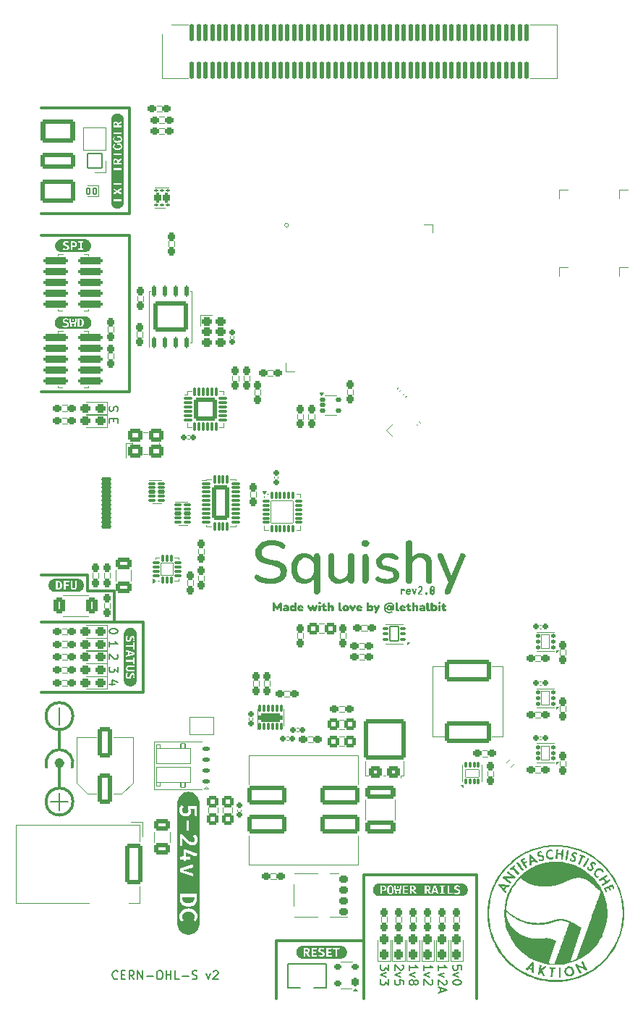
<source format=gto>
%TF.GenerationSoftware,KiCad,Pcbnew,8.0.3*%
%TF.CreationDate,2024-06-14T08:49:56-07:00*%
%TF.ProjectId,squishy-main,73717569-7368-4792-9d6d-61696e2e6b69,2*%
%TF.SameCoordinates,PXb3c4820PY930e7c0*%
%TF.FileFunction,Legend,Top*%
%TF.FilePolarity,Positive*%
%FSLAX46Y46*%
G04 Gerber Fmt 4.6, Leading zero omitted, Abs format (unit mm)*
G04 Created by KiCad (PCBNEW 8.0.3) date 2024-06-14 08:49:56*
%MOMM*%
%LPD*%
G01*
G04 APERTURE LIST*
G04 Aperture macros list*
%AMRoundRect*
0 Rectangle with rounded corners*
0 $1 Rounding radius*
0 $2 $3 $4 $5 $6 $7 $8 $9 X,Y pos of 4 corners*
0 Add a 4 corners polygon primitive as box body*
4,1,4,$2,$3,$4,$5,$6,$7,$8,$9,$2,$3,0*
0 Add four circle primitives for the rounded corners*
1,1,$1+$1,$2,$3*
1,1,$1+$1,$4,$5*
1,1,$1+$1,$6,$7*
1,1,$1+$1,$8,$9*
0 Add four rect primitives between the rounded corners*
20,1,$1+$1,$2,$3,$4,$5,0*
20,1,$1+$1,$4,$5,$6,$7,0*
20,1,$1+$1,$6,$7,$8,$9,0*
20,1,$1+$1,$8,$9,$2,$3,0*%
%AMFreePoly0*
4,1,37,-0.662145,2.810355,-0.647500,2.775000,-0.647500,2.330000,2.502500,2.330000,2.537855,2.315355,2.552500,2.280000,2.552500,1.530000,2.537855,1.494645,2.502500,1.480000,2.077500,1.480000,2.077500,-1.480000,2.502500,-1.480000,2.537855,-1.494645,2.552500,-1.530000,2.552500,-2.280000,2.537855,-2.315355,2.502500,-2.330000,-0.647500,-2.330000,-0.647500,-2.775000,-0.662145,-2.810355,
-0.697500,-2.825000,-1.602500,-2.825000,-1.637855,-2.810355,-1.652500,-2.775000,-1.652500,-2.330000,-2.027500,-2.330000,-2.062855,-2.315355,-2.077500,-2.280000,-2.077500,2.280000,-2.062855,2.315355,-2.027500,2.330000,-1.652500,2.330000,-1.652500,2.775000,-1.637855,2.810355,-1.602500,2.825000,-0.697500,2.825000,-0.662145,2.810355,-0.662145,2.810355,$1*%
%AMFreePoly1*
4,1,16,0.535355,0.785355,0.541603,0.777735,1.041603,0.027735,1.049029,-0.009806,1.041603,-0.027735,0.541603,-0.777735,0.509806,-0.799029,0.500000,-0.800000,-0.500000,-0.800000,-0.535355,-0.785355,-0.550000,-0.750000,-0.550000,0.750000,-0.535355,0.785355,-0.500000,0.800000,0.500000,0.800000,0.535355,0.785355,0.535355,0.785355,$1*%
%AMFreePoly2*
4,1,16,0.535355,0.785355,0.550000,0.750000,0.550000,-0.750000,0.535355,-0.785355,0.500000,-0.800000,-0.650000,-0.800000,-0.685355,-0.785355,-0.700000,-0.750000,-0.691603,-0.722265,-0.210093,0.000000,-0.691603,0.722265,-0.699029,0.759806,-0.677735,0.791603,-0.650000,0.800000,0.500000,0.800000,0.535355,0.785355,0.535355,0.785355,$1*%
G04 Aperture macros list end*
%ADD10C,0.300000*%
%ADD11C,0.150000*%
%ADD12C,0.000000*%
%ADD13C,0.120000*%
%ADD14C,0.100000*%
%ADD15C,0.200000*%
%ADD16C,0.560000*%
%ADD17C,0.010000*%
%ADD18RoundRect,0.087500X-0.462500X-0.087500X0.462500X-0.087500X0.462500X0.087500X-0.462500X0.087500X0*%
%ADD19RoundRect,0.087500X-0.087500X-0.462500X0.087500X-0.462500X0.087500X0.462500X-0.087500X0.462500X0*%
%ADD20RoundRect,0.259200X-1.090800X-1.090800X1.090800X-1.090800X1.090800X1.090800X-1.090800X1.090800X0*%
%ADD21RoundRect,0.062500X0.187500X0.337500X-0.187500X0.337500X-0.187500X-0.337500X0.187500X-0.337500X0*%
%ADD22RoundRect,0.225000X-0.225000X0.275000X-0.225000X-0.275000X0.225000X-0.275000X0.225000X0.275000X0*%
%ADD23C,6.500000*%
%ADD24RoundRect,0.125000X-0.250000X-0.125000X0.250000X-0.125000X0.250000X0.125000X-0.250000X0.125000X0*%
%ADD25RoundRect,0.087500X0.087500X-0.300000X0.087500X0.300000X-0.087500X0.300000X-0.087500X-0.300000X0*%
%ADD26RoundRect,0.087500X0.300000X-0.087500X0.300000X0.087500X-0.300000X0.087500X-0.300000X-0.087500X0*%
%ADD27RoundRect,0.050000X0.725000X-0.725000X0.725000X0.725000X-0.725000X0.725000X-0.725000X-0.725000X0*%
%ADD28RoundRect,0.270000X0.655000X-0.405000X0.655000X0.405000X-0.655000X0.405000X-0.655000X-0.405000X0*%
%ADD29RoundRect,0.260361X2.456639X-0.996139X2.456639X0.996139X-2.456639X0.996139X-2.456639X-0.996139X0*%
%ADD30RoundRect,0.150000X-0.150000X0.200000X-0.150000X-0.200000X0.150000X-0.200000X0.150000X0.200000X0*%
%ADD31RoundRect,0.087500X-0.362500X0.087500X-0.362500X-0.087500X0.362500X-0.087500X0.362500X0.087500X0*%
%ADD32RoundRect,0.112500X-0.337500X0.112500X-0.337500X-0.112500X0.337500X-0.112500X0.337500X0.112500X0*%
%ADD33RoundRect,0.262500X0.262500X-0.312500X0.262500X0.312500X-0.262500X0.312500X-0.262500X-0.312500X0*%
%ADD34RoundRect,0.150000X0.200000X0.150000X-0.200000X0.150000X-0.200000X-0.150000X0.200000X-0.150000X0*%
%ADD35RoundRect,0.265625X0.584375X-1.534375X0.584375X1.534375X-0.584375X1.534375X-0.584375X-1.534375X0*%
%ADD36RoundRect,0.225000X-0.275000X-0.225000X0.275000X-0.225000X0.275000X0.225000X-0.275000X0.225000X0*%
%ADD37RoundRect,0.262500X0.312500X0.262500X-0.312500X0.262500X-0.312500X-0.262500X0.312500X-0.262500X0*%
%ADD38RoundRect,0.270000X-0.655000X0.405000X-0.655000X-0.405000X0.655000X-0.405000X0.655000X0.405000X0*%
%ADD39RoundRect,0.118750X0.118750X0.131250X-0.118750X0.131250X-0.118750X-0.131250X0.118750X-0.131250X0*%
%ADD40RoundRect,0.050000X0.500000X0.800000X-0.500000X0.800000X-0.500000X-0.800000X0.500000X-0.800000X0*%
%ADD41C,0.500000*%
%ADD42RoundRect,0.264045X-1.758455X-0.675955X1.758455X-0.675955X1.758455X0.675955X-1.758455X0.675955X0*%
%ADD43RoundRect,0.269756X-1.752744X-1.112744X1.752744X-1.112744X1.752744X1.112744X-1.752744X1.112744X0*%
%ADD44RoundRect,0.269756X-1.747744X-1.112744X1.747744X-1.112744X1.747744X1.112744X-1.747744X1.112744X0*%
%ADD45RoundRect,0.087500X0.087500X-0.212500X0.087500X0.212500X-0.087500X0.212500X-0.087500X-0.212500X0*%
%ADD46RoundRect,0.050000X0.800000X-0.450000X0.800000X0.450000X-0.800000X0.450000X-0.800000X-0.450000X0*%
%ADD47RoundRect,0.100000X-0.125000X0.100000X-0.125000X-0.100000X0.125000X-0.100000X0.125000X0.100000X0*%
%ADD48RoundRect,0.205000X0.205000X0.370000X-0.205000X0.370000X-0.205000X-0.370000X0.205000X-0.370000X0*%
%ADD49RoundRect,0.100000X-0.450000X-0.100000X0.450000X-0.100000X0.450000X0.100000X-0.450000X0.100000X0*%
%ADD50RoundRect,0.100000X0.100000X-0.450000X0.100000X0.450000X-0.100000X0.450000X-0.100000X-0.450000X0*%
%ADD51RoundRect,0.262500X-0.787500X-1.787500X0.787500X-1.787500X0.787500X1.787500X-0.787500X1.787500X0*%
%ADD52C,1.500000*%
%ADD53RoundRect,0.268500X-0.581500X-0.481500X0.581500X-0.481500X0.581500X0.481500X-0.581500X0.481500X0*%
%ADD54RoundRect,0.261628X-2.038372X0.863372X-2.038372X-0.863372X2.038372X-0.863372X2.038372X0.863372X0*%
%ADD55C,0.800000*%
%ADD56C,1.200000*%
%ADD57RoundRect,0.125000X-0.125000X-0.925000X0.125000X-0.925000X0.125000X0.925000X-0.125000X0.925000X0*%
%ADD58RoundRect,0.267857X1.482143X-0.482143X1.482143X0.482143X-1.482143X0.482143X-1.482143X-0.482143X0*%
%ADD59RoundRect,0.212500X0.337500X0.212500X-0.337500X0.212500X-0.337500X-0.212500X0.337500X-0.212500X0*%
%ADD60FreePoly0,180.000000*%
%ADD61RoundRect,0.225000X0.225000X-0.275000X0.225000X0.275000X-0.225000X0.275000X-0.225000X-0.275000X0*%
%ADD62RoundRect,0.255297X2.194703X2.154703X-2.194703X2.154703X-2.194703X-2.154703X2.194703X-2.154703X0*%
%ADD63RoundRect,0.269685X0.480315X0.415315X-0.480315X0.415315X-0.480315X-0.415315X0.480315X-0.415315X0*%
%ADD64RoundRect,0.150000X-0.200000X-0.150000X0.200000X-0.150000X0.200000X0.150000X-0.200000X0.150000X0*%
%ADD65C,0.750000*%
%ADD66O,0.750000X1.050000*%
%ADD67RoundRect,0.112500X-0.487500X0.112500X-0.487500X-0.112500X0.487500X-0.112500X0.487500X0.112500X0*%
%ADD68C,0.700000*%
%ADD69C,0.600000*%
%ADD70O,2.100000X1.100000*%
%ADD71O,1.700000X1.100000*%
%ADD72RoundRect,0.250000X-0.350000X0.250000X-0.350000X-0.250000X0.350000X-0.250000X0.350000X0.250000X0*%
%ADD73RoundRect,0.225000X0.275000X0.225000X-0.275000X0.225000X-0.275000X-0.225000X0.275000X-0.225000X0*%
%ADD74C,0.850000*%
%ADD75RoundRect,0.270400X-0.379600X-0.679600X0.379600X-0.679600X0.379600X0.679600X-0.379600X0.679600X0*%
%ADD76RoundRect,0.217100X0.432900X0.432900X-0.432900X0.432900X-0.432900X-0.432900X0.432900X-0.432900X0*%
%ADD77RoundRect,0.227027X-1.217973X0.192973X-1.217973X-0.192973X1.217973X-0.192973X1.217973X0.192973X0*%
%ADD78RoundRect,0.150000X0.150000X-0.200000X0.150000X0.200000X-0.150000X0.200000X-0.150000X-0.200000X0*%
%ADD79RoundRect,0.217100X-0.432900X-0.432900X0.432900X-0.432900X0.432900X0.432900X-0.432900X0.432900X0*%
%ADD80FreePoly1,0.000000*%
%ADD81FreePoly2,0.000000*%
%ADD82RoundRect,0.150000X0.247487X-0.035355X-0.035355X0.247487X-0.247487X0.035355X0.035355X-0.247487X0*%
%ADD83RoundRect,0.200000X0.200000X0.350000X-0.200000X0.350000X-0.200000X-0.350000X0.200000X-0.350000X0*%
%ADD84RoundRect,0.175000X0.225000X0.175000X-0.225000X0.175000X-0.225000X-0.175000X0.225000X-0.175000X0*%
%ADD85RoundRect,0.225000X0.035355X0.353553X-0.353553X-0.035355X-0.035355X-0.353553X0.353553X0.035355X0*%
%ADD86RoundRect,0.150000X-0.035355X-0.247487X0.247487X0.035355X0.035355X0.247487X-0.247487X-0.035355X0*%
%ADD87C,1.300000*%
%ADD88RoundRect,0.100000X0.272500X0.100000X-0.272500X0.100000X-0.272500X-0.100000X0.272500X-0.100000X0*%
%ADD89RoundRect,0.050000X0.505000X0.850000X-0.505000X0.850000X-0.505000X-0.850000X0.505000X-0.850000X0*%
%ADD90RoundRect,0.087500X0.087500X-0.312500X0.087500X0.312500X-0.087500X0.312500X-0.087500X-0.312500X0*%
%ADD91RoundRect,0.275000X1.125000X-0.275000X1.125000X0.275000X-1.125000X0.275000X-1.125000X-0.275000X0*%
%ADD92RoundRect,0.087500X-0.375000X-0.087500X0.375000X-0.087500X0.375000X0.087500X-0.375000X0.087500X0*%
%ADD93RoundRect,0.087500X-0.087500X-0.375000X0.087500X-0.375000X0.087500X0.375000X-0.087500X0.375000X0*%
%ADD94RoundRect,0.050000X-1.300000X-1.300000X1.300000X-1.300000X1.300000X1.300000X-1.300000X1.300000X0*%
%ADD95RoundRect,0.217100X0.432900X-0.432900X0.432900X0.432900X-0.432900X0.432900X-0.432900X-0.432900X0*%
%ADD96RoundRect,0.050000X0.850000X0.850000X-0.850000X0.850000X-0.850000X-0.850000X0.850000X-0.850000X0*%
%ADD97O,1.800000X1.800000*%
%ADD98RoundRect,0.262500X-0.787500X2.087500X-0.787500X-2.087500X0.787500X-2.087500X0.787500X2.087500X0*%
%ADD99O,2.100000X4.300000*%
%ADD100O,4.300000X2.100000*%
%ADD101RoundRect,0.127500X0.282500X0.127500X-0.282500X0.127500X-0.282500X-0.127500X0.282500X-0.127500X0*%
%ADD102RoundRect,0.050000X0.255000X0.292500X-0.255000X0.292500X-0.255000X-0.292500X0.255000X-0.292500X0*%
%ADD103RoundRect,0.050000X1.995000X0.865000X-1.995000X0.865000X-1.995000X-0.865000X1.995000X-0.865000X0*%
%ADD104RoundRect,0.050000X0.205000X0.235000X-0.205000X0.235000X-0.205000X-0.235000X0.205000X-0.235000X0*%
%ADD105RoundRect,0.125000X0.125000X-0.525000X0.125000X0.525000X-0.125000X0.525000X-0.125000X-0.525000X0*%
%ADD106RoundRect,0.259000X1.791000X-1.491000X1.791000X1.491000X-1.791000X1.491000X-1.791000X-1.491000X0*%
%ADD107RoundRect,0.200000X-0.318198X-0.035355X-0.035355X-0.318198X0.318198X0.035355X0.035355X0.318198X0*%
G04 APERTURE END LIST*
D10*
X-37000000Y299999D02*
X-37000000Y14700000D01*
X-23800000Y14700000D02*
X-37000000Y14700000D01*
X-37000000Y7000000D02*
X-47200000Y7000000D01*
X-64400000Y71200000D02*
X-64400000Y89500000D01*
X-66200000Y47900000D02*
X-66200000Y44300000D01*
X-62800000Y44300000D02*
X-62800000Y36100000D01*
X-74700000Y49800000D02*
X-69300000Y49800000D01*
X-64400000Y104400000D02*
X-74700000Y104400000D01*
X-69300000Y47900000D02*
X-69300000Y49800000D01*
X-47200000Y299999D02*
X-47200000Y7000000D01*
X-64400000Y89500000D02*
X-74700000Y89500000D01*
X-23800000Y299999D02*
X-23800000Y14700000D01*
X-74700000Y44300000D02*
X-62800000Y44300000D01*
X-74700000Y36100000D02*
X-62800000Y36100000D01*
X-64400000Y92000000D02*
X-74700000Y92000000D01*
X-69300000Y47900000D02*
X-66200000Y47900000D01*
X-64400000Y104400000D02*
X-64400000Y92000000D01*
X-64400000Y71200000D02*
X-74700000Y71200000D01*
D11*
X-29904817Y3602246D02*
X-29904817Y4173674D01*
X-29904817Y3887960D02*
X-28904817Y3887960D01*
X-28904817Y3887960D02*
X-29047674Y3983198D01*
X-29047674Y3983198D02*
X-29142912Y4078436D01*
X-29142912Y4078436D02*
X-29190531Y4173674D01*
X-29238150Y3268912D02*
X-29904817Y3030817D01*
X-29904817Y3030817D02*
X-29238150Y2792722D01*
X-29000055Y2459388D02*
X-28952436Y2411769D01*
X-28952436Y2411769D02*
X-28904817Y2316531D01*
X-28904817Y2316531D02*
X-28904817Y2078436D01*
X-28904817Y2078436D02*
X-28952436Y1983198D01*
X-28952436Y1983198D02*
X-29000055Y1935579D01*
X-29000055Y1935579D02*
X-29095293Y1887960D01*
X-29095293Y1887960D02*
X-29190531Y1887960D01*
X-29190531Y1887960D02*
X-29333388Y1935579D01*
X-29333388Y1935579D02*
X-29904817Y2507007D01*
X-29904817Y2507007D02*
X-29904817Y1887960D01*
X-66246010Y68063221D02*
X-66246010Y67729888D01*
X-66769820Y67587031D02*
X-66769820Y68063221D01*
X-66769820Y68063221D02*
X-65769820Y68063221D01*
X-65769820Y68063221D02*
X-65769820Y67587031D01*
X-25546728Y3649865D02*
X-25546728Y4126055D01*
X-25546728Y4126055D02*
X-26022918Y4173674D01*
X-26022918Y4173674D02*
X-25975299Y4126055D01*
X-25975299Y4126055D02*
X-25927680Y4030817D01*
X-25927680Y4030817D02*
X-25927680Y3792722D01*
X-25927680Y3792722D02*
X-25975299Y3697484D01*
X-25975299Y3697484D02*
X-26022918Y3649865D01*
X-26022918Y3649865D02*
X-26118156Y3602246D01*
X-26118156Y3602246D02*
X-26356251Y3602246D01*
X-26356251Y3602246D02*
X-26451489Y3649865D01*
X-26451489Y3649865D02*
X-26499108Y3697484D01*
X-26499108Y3697484D02*
X-26546728Y3792722D01*
X-26546728Y3792722D02*
X-26546728Y4030817D01*
X-26546728Y4030817D02*
X-26499108Y4126055D01*
X-26499108Y4126055D02*
X-26451489Y4173674D01*
X-25880061Y3268912D02*
X-26546728Y3030817D01*
X-26546728Y3030817D02*
X-25880061Y2792722D01*
X-25546728Y2221293D02*
X-25546728Y2126055D01*
X-25546728Y2126055D02*
X-25594347Y2030817D01*
X-25594347Y2030817D02*
X-25641966Y1983198D01*
X-25641966Y1983198D02*
X-25737204Y1935579D01*
X-25737204Y1935579D02*
X-25927680Y1887960D01*
X-25927680Y1887960D02*
X-26165775Y1887960D01*
X-26165775Y1887960D02*
X-26356251Y1935579D01*
X-26356251Y1935579D02*
X-26451489Y1983198D01*
X-26451489Y1983198D02*
X-26499108Y2030817D01*
X-26499108Y2030817D02*
X-26546728Y2126055D01*
X-26546728Y2126055D02*
X-26546728Y2221293D01*
X-26546728Y2221293D02*
X-26499108Y2316531D01*
X-26499108Y2316531D02*
X-26451489Y2364150D01*
X-26451489Y2364150D02*
X-26356251Y2411769D01*
X-26356251Y2411769D02*
X-26165775Y2459388D01*
X-26165775Y2459388D02*
X-25927680Y2459388D01*
X-25927680Y2459388D02*
X-25737204Y2411769D01*
X-25737204Y2411769D02*
X-25641966Y2364150D01*
X-25641966Y2364150D02*
X-25594347Y2316531D01*
X-25594347Y2316531D02*
X-25546728Y2221293D01*
X-66103153Y37034650D02*
X-66769820Y37034650D01*
X-65722200Y37272745D02*
X-66436486Y37510840D01*
X-66436486Y37510840D02*
X-66436486Y36891793D01*
X-66722200Y69510840D02*
X-66769820Y69367983D01*
X-66769820Y69367983D02*
X-66769820Y69129888D01*
X-66769820Y69129888D02*
X-66722200Y69034650D01*
X-66722200Y69034650D02*
X-66674581Y68987031D01*
X-66674581Y68987031D02*
X-66579343Y68939412D01*
X-66579343Y68939412D02*
X-66484105Y68939412D01*
X-66484105Y68939412D02*
X-66388867Y68987031D01*
X-66388867Y68987031D02*
X-66341248Y69034650D01*
X-66341248Y69034650D02*
X-66293629Y69129888D01*
X-66293629Y69129888D02*
X-66246010Y69320364D01*
X-66246010Y69320364D02*
X-66198391Y69415602D01*
X-66198391Y69415602D02*
X-66150772Y69463221D01*
X-66150772Y69463221D02*
X-66055534Y69510840D01*
X-66055534Y69510840D02*
X-65960296Y69510840D01*
X-65960296Y69510840D02*
X-65865058Y69463221D01*
X-65865058Y69463221D02*
X-65817439Y69415602D01*
X-65817439Y69415602D02*
X-65769820Y69320364D01*
X-65769820Y69320364D02*
X-65769820Y69082269D01*
X-65769820Y69082269D02*
X-65817439Y68939412D01*
X-65771429Y2625420D02*
X-65819048Y2577800D01*
X-65819048Y2577800D02*
X-65961905Y2530181D01*
X-65961905Y2530181D02*
X-66057143Y2530181D01*
X-66057143Y2530181D02*
X-66200000Y2577800D01*
X-66200000Y2577800D02*
X-66295238Y2673039D01*
X-66295238Y2673039D02*
X-66342857Y2768277D01*
X-66342857Y2768277D02*
X-66390476Y2958753D01*
X-66390476Y2958753D02*
X-66390476Y3101610D01*
X-66390476Y3101610D02*
X-66342857Y3292086D01*
X-66342857Y3292086D02*
X-66295238Y3387324D01*
X-66295238Y3387324D02*
X-66200000Y3482562D01*
X-66200000Y3482562D02*
X-66057143Y3530181D01*
X-66057143Y3530181D02*
X-65961905Y3530181D01*
X-65961905Y3530181D02*
X-65819048Y3482562D01*
X-65819048Y3482562D02*
X-65771429Y3434943D01*
X-65342857Y3053991D02*
X-65009524Y3053991D01*
X-64866667Y2530181D02*
X-65342857Y2530181D01*
X-65342857Y2530181D02*
X-65342857Y3530181D01*
X-65342857Y3530181D02*
X-64866667Y3530181D01*
X-63866667Y2530181D02*
X-64200000Y3006372D01*
X-64438095Y2530181D02*
X-64438095Y3530181D01*
X-64438095Y3530181D02*
X-64057143Y3530181D01*
X-64057143Y3530181D02*
X-63961905Y3482562D01*
X-63961905Y3482562D02*
X-63914286Y3434943D01*
X-63914286Y3434943D02*
X-63866667Y3339705D01*
X-63866667Y3339705D02*
X-63866667Y3196848D01*
X-63866667Y3196848D02*
X-63914286Y3101610D01*
X-63914286Y3101610D02*
X-63961905Y3053991D01*
X-63961905Y3053991D02*
X-64057143Y3006372D01*
X-64057143Y3006372D02*
X-64438095Y3006372D01*
X-63438095Y2530181D02*
X-63438095Y3530181D01*
X-63438095Y3530181D02*
X-62866667Y2530181D01*
X-62866667Y2530181D02*
X-62866667Y3530181D01*
X-62390476Y2911134D02*
X-61628571Y2911134D01*
X-60961905Y3530181D02*
X-60771429Y3530181D01*
X-60771429Y3530181D02*
X-60676191Y3482562D01*
X-60676191Y3482562D02*
X-60580953Y3387324D01*
X-60580953Y3387324D02*
X-60533334Y3196848D01*
X-60533334Y3196848D02*
X-60533334Y2863515D01*
X-60533334Y2863515D02*
X-60580953Y2673039D01*
X-60580953Y2673039D02*
X-60676191Y2577800D01*
X-60676191Y2577800D02*
X-60771429Y2530181D01*
X-60771429Y2530181D02*
X-60961905Y2530181D01*
X-60961905Y2530181D02*
X-61057143Y2577800D01*
X-61057143Y2577800D02*
X-61152381Y2673039D01*
X-61152381Y2673039D02*
X-61200000Y2863515D01*
X-61200000Y2863515D02*
X-61200000Y3196848D01*
X-61200000Y3196848D02*
X-61152381Y3387324D01*
X-61152381Y3387324D02*
X-61057143Y3482562D01*
X-61057143Y3482562D02*
X-60961905Y3530181D01*
X-60104762Y2530181D02*
X-60104762Y3530181D01*
X-60104762Y3053991D02*
X-59533334Y3053991D01*
X-59533334Y2530181D02*
X-59533334Y3530181D01*
X-58580953Y2530181D02*
X-59057143Y2530181D01*
X-59057143Y2530181D02*
X-59057143Y3530181D01*
X-58247619Y2911134D02*
X-57485714Y2911134D01*
X-57057143Y2577800D02*
X-56914286Y2530181D01*
X-56914286Y2530181D02*
X-56676191Y2530181D01*
X-56676191Y2530181D02*
X-56580953Y2577800D01*
X-56580953Y2577800D02*
X-56533334Y2625420D01*
X-56533334Y2625420D02*
X-56485715Y2720658D01*
X-56485715Y2720658D02*
X-56485715Y2815896D01*
X-56485715Y2815896D02*
X-56533334Y2911134D01*
X-56533334Y2911134D02*
X-56580953Y2958753D01*
X-56580953Y2958753D02*
X-56676191Y3006372D01*
X-56676191Y3006372D02*
X-56866667Y3053991D01*
X-56866667Y3053991D02*
X-56961905Y3101610D01*
X-56961905Y3101610D02*
X-57009524Y3149229D01*
X-57009524Y3149229D02*
X-57057143Y3244467D01*
X-57057143Y3244467D02*
X-57057143Y3339705D01*
X-57057143Y3339705D02*
X-57009524Y3434943D01*
X-57009524Y3434943D02*
X-56961905Y3482562D01*
X-56961905Y3482562D02*
X-56866667Y3530181D01*
X-56866667Y3530181D02*
X-56628572Y3530181D01*
X-56628572Y3530181D02*
X-56485715Y3482562D01*
X-55390476Y3196848D02*
X-55152381Y2530181D01*
X-55152381Y2530181D02*
X-54914286Y3196848D01*
X-54580952Y3434943D02*
X-54533333Y3482562D01*
X-54533333Y3482562D02*
X-54438095Y3530181D01*
X-54438095Y3530181D02*
X-54200000Y3530181D01*
X-54200000Y3530181D02*
X-54104762Y3482562D01*
X-54104762Y3482562D02*
X-54057143Y3434943D01*
X-54057143Y3434943D02*
X-54009524Y3339705D01*
X-54009524Y3339705D02*
X-54009524Y3244467D01*
X-54009524Y3244467D02*
X-54057143Y3101610D01*
X-54057143Y3101610D02*
X-54628571Y2530181D01*
X-54628571Y2530181D02*
X-54009524Y2530181D01*
X-31654820Y3602246D02*
X-31654820Y4173674D01*
X-31654820Y3887960D02*
X-30654820Y3887960D01*
X-30654820Y3887960D02*
X-30797677Y3983198D01*
X-30797677Y3983198D02*
X-30892915Y4078436D01*
X-30892915Y4078436D02*
X-30940534Y4173674D01*
X-30988153Y3268912D02*
X-31654820Y3030817D01*
X-31654820Y3030817D02*
X-30988153Y2792722D01*
X-31083391Y2268912D02*
X-31035772Y2364150D01*
X-31035772Y2364150D02*
X-30988153Y2411769D01*
X-30988153Y2411769D02*
X-30892915Y2459388D01*
X-30892915Y2459388D02*
X-30845296Y2459388D01*
X-30845296Y2459388D02*
X-30750058Y2411769D01*
X-30750058Y2411769D02*
X-30702439Y2364150D01*
X-30702439Y2364150D02*
X-30654820Y2268912D01*
X-30654820Y2268912D02*
X-30654820Y2078436D01*
X-30654820Y2078436D02*
X-30702439Y1983198D01*
X-30702439Y1983198D02*
X-30750058Y1935579D01*
X-30750058Y1935579D02*
X-30845296Y1887960D01*
X-30845296Y1887960D02*
X-30892915Y1887960D01*
X-30892915Y1887960D02*
X-30988153Y1935579D01*
X-30988153Y1935579D02*
X-31035772Y1983198D01*
X-31035772Y1983198D02*
X-31083391Y2078436D01*
X-31083391Y2078436D02*
X-31083391Y2268912D01*
X-31083391Y2268912D02*
X-31131010Y2364150D01*
X-31131010Y2364150D02*
X-31178629Y2411769D01*
X-31178629Y2411769D02*
X-31273867Y2459388D01*
X-31273867Y2459388D02*
X-31464343Y2459388D01*
X-31464343Y2459388D02*
X-31559581Y2411769D01*
X-31559581Y2411769D02*
X-31607200Y2364150D01*
X-31607200Y2364150D02*
X-31654820Y2268912D01*
X-31654820Y2268912D02*
X-31654820Y2078436D01*
X-31654820Y2078436D02*
X-31607200Y1983198D01*
X-31607200Y1983198D02*
X-31559581Y1935579D01*
X-31559581Y1935579D02*
X-31464343Y1887960D01*
X-31464343Y1887960D02*
X-31273867Y1887960D01*
X-31273867Y1887960D02*
X-31178629Y1935579D01*
X-31178629Y1935579D02*
X-31131010Y1983198D01*
X-31131010Y1983198D02*
X-31083391Y2078436D01*
X-34046728Y4221293D02*
X-34046728Y3602246D01*
X-34046728Y3602246D02*
X-34427680Y3935579D01*
X-34427680Y3935579D02*
X-34427680Y3792722D01*
X-34427680Y3792722D02*
X-34475299Y3697484D01*
X-34475299Y3697484D02*
X-34522918Y3649865D01*
X-34522918Y3649865D02*
X-34618156Y3602246D01*
X-34618156Y3602246D02*
X-34856251Y3602246D01*
X-34856251Y3602246D02*
X-34951489Y3649865D01*
X-34951489Y3649865D02*
X-34999108Y3697484D01*
X-34999108Y3697484D02*
X-35046728Y3792722D01*
X-35046728Y3792722D02*
X-35046728Y4078436D01*
X-35046728Y4078436D02*
X-34999108Y4173674D01*
X-34999108Y4173674D02*
X-34951489Y4221293D01*
X-34380061Y3268912D02*
X-35046728Y3030817D01*
X-35046728Y3030817D02*
X-34380061Y2792722D01*
X-34046728Y2507007D02*
X-34046728Y1887960D01*
X-34046728Y1887960D02*
X-34427680Y2221293D01*
X-34427680Y2221293D02*
X-34427680Y2078436D01*
X-34427680Y2078436D02*
X-34475299Y1983198D01*
X-34475299Y1983198D02*
X-34522918Y1935579D01*
X-34522918Y1935579D02*
X-34618156Y1887960D01*
X-34618156Y1887960D02*
X-34856251Y1887960D01*
X-34856251Y1887960D02*
X-34951489Y1935579D01*
X-34951489Y1935579D02*
X-34999108Y1983198D01*
X-34999108Y1983198D02*
X-35046728Y2078436D01*
X-35046728Y2078436D02*
X-35046728Y2364150D01*
X-35046728Y2364150D02*
X-34999108Y2459388D01*
X-34999108Y2459388D02*
X-34951489Y2507007D01*
G36*
X-32650768Y47470000D02*
G01*
X-32650768Y48204683D01*
X-32458061Y48204683D01*
X-32458061Y48072548D01*
X-32438346Y48118442D01*
X-32435102Y48124816D01*
X-32406357Y48165528D01*
X-32401396Y48170733D01*
X-32360257Y48198970D01*
X-32353525Y48201752D01*
X-32304852Y48212331D01*
X-32297837Y48212499D01*
X-32249342Y48204274D01*
X-32244348Y48202485D01*
X-32202272Y48176110D01*
X-32198675Y48172443D01*
X-32170564Y48131529D01*
X-32168388Y48126770D01*
X-32152467Y48080581D01*
X-32150803Y48073769D01*
X-32142904Y48024028D01*
X-32142499Y48018814D01*
X-32140335Y47969527D01*
X-32140301Y47962394D01*
X-32333008Y47962394D01*
X-32334474Y47991459D01*
X-32341312Y48019058D01*
X-32358165Y48041529D01*
X-32383566Y48051054D01*
X-32415318Y48036888D01*
X-32436323Y48005381D01*
X-32448291Y47969477D01*
X-32454641Y47932352D01*
X-32457572Y47894495D01*
X-32458061Y47857370D01*
X-32458061Y47470000D01*
X-32650768Y47470000D01*
G37*
G36*
X-31697799Y48209448D02*
G01*
X-31671599Y48205416D01*
X-31623168Y48191496D01*
X-31599058Y48180259D01*
X-31557009Y48152224D01*
X-31537753Y48134097D01*
X-31507019Y48094181D01*
X-31494278Y48070838D01*
X-31476467Y48023419D01*
X-31470831Y47997321D01*
X-31465231Y47947202D01*
X-31464481Y47921117D01*
X-31464481Y47761382D01*
X-31851361Y47761382D01*
X-31851361Y47753322D01*
X-31847209Y47706672D01*
X-31830356Y47663197D01*
X-31795918Y47630468D01*
X-31750245Y47618500D01*
X-31712143Y47623141D01*
X-31679170Y47638528D01*
X-31656700Y47665883D01*
X-31648884Y47700077D01*
X-31467412Y47700077D01*
X-31467412Y47698612D01*
X-31472585Y47649809D01*
X-31477425Y47630712D01*
X-31496643Y47584812D01*
X-31506979Y47568430D01*
X-31539231Y47531362D01*
X-31554118Y47518849D01*
X-31596091Y47492720D01*
X-31613957Y47484899D01*
X-31661438Y47470680D01*
X-31680636Y47467314D01*
X-31730519Y47462590D01*
X-31750245Y47462185D01*
X-31800354Y47465235D01*
X-31826937Y47469268D01*
X-31875588Y47483082D01*
X-31899477Y47494181D01*
X-31940665Y47522431D01*
X-31959805Y47540587D01*
X-31990645Y47580397D01*
X-32003525Y47603601D01*
X-32021121Y47650915D01*
X-32026728Y47676874D01*
X-32032328Y47727208D01*
X-32033078Y47753322D01*
X-32033078Y47921361D01*
X-32032971Y47923315D01*
X-31851361Y47923315D01*
X-31646197Y47923315D01*
X-31646197Y47930887D01*
X-31650349Y47974850D01*
X-31667202Y48015151D01*
X-31701640Y48044948D01*
X-31748779Y48056183D01*
X-31795918Y48044215D01*
X-31830356Y48012708D01*
X-31847209Y47969966D01*
X-31851361Y47923315D01*
X-32032971Y47923315D01*
X-32030343Y47971260D01*
X-32026728Y47997565D01*
X-32013870Y48046637D01*
X-32003525Y48071082D01*
X-31976982Y48113978D01*
X-31959805Y48134097D01*
X-31921497Y48166650D01*
X-31898744Y48180259D01*
X-31851856Y48199358D01*
X-31826204Y48205416D01*
X-31775670Y48211662D01*
X-31748779Y48212499D01*
X-31697799Y48209448D01*
G37*
G36*
X-31160398Y47470000D02*
G01*
X-31354571Y48204683D01*
X-31156246Y48204683D01*
X-31061968Y47712534D01*
X-31055618Y47681515D01*
X-31049268Y47650252D01*
X-31042917Y47681515D01*
X-31036567Y47712534D01*
X-30942289Y48204683D01*
X-30743964Y48204683D01*
X-30938137Y47470000D01*
X-31160398Y47470000D01*
G37*
G36*
X-30622576Y47470000D02*
G01*
X-30622576Y47471466D01*
X-30622345Y47520508D01*
X-30622087Y47543029D01*
X-30619117Y47592953D01*
X-30616469Y47615569D01*
X-30607916Y47664580D01*
X-30603036Y47686400D01*
X-30589088Y47733962D01*
X-30581298Y47755276D01*
X-30560519Y47800908D01*
X-30549547Y47820733D01*
X-30522743Y47862335D01*
X-30509491Y47880328D01*
X-30477765Y47918120D01*
X-30462352Y47934306D01*
X-30426156Y47968183D01*
X-30408863Y47982666D01*
X-30370588Y48013899D01*
X-30353420Y48028095D01*
X-30318588Y48062676D01*
X-30304816Y48080608D01*
X-30281024Y48123888D01*
X-30273797Y48145088D01*
X-30264981Y48194036D01*
X-30264027Y48216895D01*
X-30265492Y48248158D01*
X-30269645Y48279421D01*
X-30278682Y48309952D01*
X-30294313Y48336818D01*
X-30318249Y48356114D01*
X-30348291Y48363197D01*
X-30387858Y48351473D01*
X-30415946Y48321187D01*
X-30429379Y48281619D01*
X-30432799Y48239121D01*
X-30625506Y48239121D01*
X-30625506Y48248891D01*
X-30621928Y48299266D01*
X-30617935Y48322164D01*
X-30602917Y48370576D01*
X-30593266Y48391285D01*
X-30565602Y48433180D01*
X-30550280Y48450391D01*
X-30511113Y48482946D01*
X-30491173Y48494843D01*
X-30444104Y48513713D01*
X-30421564Y48518779D01*
X-30371189Y48524509D01*
X-30348291Y48525130D01*
X-30299423Y48522077D01*
X-30270377Y48517314D01*
X-30221616Y48501481D01*
X-30197837Y48488737D01*
X-30157175Y48457497D01*
X-30138730Y48437691D01*
X-30110891Y48397333D01*
X-30097942Y48371012D01*
X-30081954Y48322306D01*
X-30076937Y48295786D01*
X-30072109Y48246651D01*
X-30071319Y48216895D01*
X-30074411Y48167591D01*
X-30081089Y48129456D01*
X-30095712Y48082367D01*
X-30112108Y48047879D01*
X-30138443Y48006715D01*
X-30162666Y47977049D01*
X-30196609Y47941388D01*
X-30223971Y47915255D01*
X-30261214Y47880224D01*
X-30286497Y47855660D01*
X-30319848Y47819690D01*
X-30343650Y47789470D01*
X-30370612Y47748237D01*
X-30388591Y47714243D01*
X-30406889Y47668605D01*
X-30417167Y47631934D01*
X-30076937Y47631934D01*
X-30076937Y47470000D01*
X-30622576Y47470000D01*
G37*
G36*
X-29650245Y47462185D02*
G01*
X-29699683Y47468312D01*
X-29710817Y47471466D01*
X-29753682Y47495490D01*
X-29762108Y47503462D01*
X-29789208Y47545136D01*
X-29793127Y47556218D01*
X-29801731Y47604667D01*
X-29802164Y47618500D01*
X-29796648Y47667218D01*
X-29793127Y47680538D01*
X-29769822Y47724829D01*
X-29762108Y47733539D01*
X-29721625Y47761346D01*
X-29710817Y47765290D01*
X-29661825Y47774481D01*
X-29650245Y47774816D01*
X-29600807Y47768527D01*
X-29589673Y47765290D01*
X-29546808Y47741501D01*
X-29538382Y47733539D01*
X-29511442Y47691703D01*
X-29507607Y47680538D01*
X-29498770Y47632321D01*
X-29498326Y47618500D01*
X-29503991Y47569634D01*
X-29507607Y47556218D01*
X-29530676Y47512163D01*
X-29538382Y47503462D01*
X-29578865Y47475493D01*
X-29589673Y47471466D01*
X-29638664Y47462511D01*
X-29650245Y47462185D01*
G37*
G36*
X-28899753Y48522079D02*
G01*
X-28873552Y48518047D01*
X-28825122Y48503806D01*
X-28801012Y48492401D01*
X-28758963Y48464046D01*
X-28739707Y48445751D01*
X-28708973Y48405730D01*
X-28696232Y48382248D01*
X-28678421Y48334187D01*
X-28672785Y48307753D01*
X-28667185Y48257099D01*
X-28666435Y48230817D01*
X-28666435Y47756497D01*
X-28669169Y47706068D01*
X-28672785Y47679317D01*
X-28685748Y47629819D01*
X-28696232Y47605067D01*
X-28722559Y47561635D01*
X-28739707Y47541319D01*
X-28778121Y47508556D01*
X-28801012Y47494669D01*
X-28847790Y47475465D01*
X-28873552Y47469268D01*
X-28923872Y47463022D01*
X-28950733Y47462185D01*
X-29001819Y47465235D01*
X-29028158Y47469268D01*
X-29076479Y47483403D01*
X-29100698Y47494669D01*
X-29142533Y47523135D01*
X-29161759Y47541319D01*
X-29192599Y47581556D01*
X-29205479Y47605067D01*
X-29223075Y47653022D01*
X-29228682Y47679317D01*
X-29234282Y47730187D01*
X-29235032Y47756497D01*
X-29235032Y47845158D01*
X-29042080Y47845158D01*
X-29042080Y47755520D01*
X-29038661Y47710824D01*
X-29024739Y47668081D01*
X-28993720Y47635841D01*
X-28950733Y47624118D01*
X-28907991Y47635841D01*
X-28876972Y47668081D01*
X-28862806Y47710824D01*
X-28859386Y47755520D01*
X-28859386Y47990482D01*
X-29042080Y47845158D01*
X-29235032Y47845158D01*
X-29235032Y48228863D01*
X-29042080Y48228863D01*
X-29042080Y47989017D01*
X-28859386Y48134585D01*
X-28859386Y48227153D01*
X-28862806Y48273315D01*
X-28876972Y48317523D01*
X-28907991Y48350740D01*
X-28950733Y48363197D01*
X-28993720Y48350984D01*
X-29024739Y48318256D01*
X-29038661Y48274536D01*
X-29042080Y48228863D01*
X-29235032Y48228863D01*
X-29235032Y48230817D01*
X-29232297Y48281141D01*
X-29228682Y48307753D01*
X-29216641Y48355171D01*
X-29205479Y48382248D01*
X-29178936Y48425574D01*
X-29161759Y48445751D01*
X-29123451Y48478624D01*
X-29100698Y48492401D01*
X-29053810Y48511821D01*
X-29028158Y48518047D01*
X-28977624Y48524293D01*
X-28950733Y48525130D01*
X-28899753Y48522079D01*
G37*
X-28254820Y3600001D02*
X-28254820Y4171429D01*
X-28254820Y3885715D02*
X-27254820Y3885715D01*
X-27254820Y3885715D02*
X-27397677Y3980953D01*
X-27397677Y3980953D02*
X-27492915Y4076191D01*
X-27492915Y4076191D02*
X-27540534Y4171429D01*
X-27588153Y3266667D02*
X-28254820Y3028572D01*
X-28254820Y3028572D02*
X-27588153Y2790477D01*
X-27350058Y2457143D02*
X-27302439Y2409524D01*
X-27302439Y2409524D02*
X-27254820Y2314286D01*
X-27254820Y2314286D02*
X-27254820Y2076191D01*
X-27254820Y2076191D02*
X-27302439Y1980953D01*
X-27302439Y1980953D02*
X-27350058Y1933334D01*
X-27350058Y1933334D02*
X-27445296Y1885715D01*
X-27445296Y1885715D02*
X-27540534Y1885715D01*
X-27540534Y1885715D02*
X-27683391Y1933334D01*
X-27683391Y1933334D02*
X-28254820Y2504762D01*
X-28254820Y2504762D02*
X-28254820Y1885715D01*
X-27969105Y1504762D02*
X-27969105Y1028572D01*
X-28254820Y1600000D02*
X-27254820Y1266667D01*
X-27254820Y1266667D02*
X-28254820Y933334D01*
X-65769820Y43272745D02*
X-65769820Y43177507D01*
X-65769820Y43177507D02*
X-65817439Y43082269D01*
X-65817439Y43082269D02*
X-65865058Y43034650D01*
X-65865058Y43034650D02*
X-65960296Y42987031D01*
X-65960296Y42987031D02*
X-66150772Y42939412D01*
X-66150772Y42939412D02*
X-66388867Y42939412D01*
X-66388867Y42939412D02*
X-66579343Y42987031D01*
X-66579343Y42987031D02*
X-66674581Y43034650D01*
X-66674581Y43034650D02*
X-66722200Y43082269D01*
X-66722200Y43082269D02*
X-66769820Y43177507D01*
X-66769820Y43177507D02*
X-66769820Y43272745D01*
X-66769820Y43272745D02*
X-66722200Y43367983D01*
X-66722200Y43367983D02*
X-66674581Y43415602D01*
X-66674581Y43415602D02*
X-66579343Y43463221D01*
X-66579343Y43463221D02*
X-66388867Y43510840D01*
X-66388867Y43510840D02*
X-66150772Y43510840D01*
X-66150772Y43510840D02*
X-65960296Y43463221D01*
X-65960296Y43463221D02*
X-65865058Y43415602D01*
X-65865058Y43415602D02*
X-65817439Y43367983D01*
X-65817439Y43367983D02*
X-65769820Y43272745D01*
X-66769820Y41439412D02*
X-66769820Y42010840D01*
X-66769820Y41725126D02*
X-65769820Y41725126D01*
X-65769820Y41725126D02*
X-65912677Y41820364D01*
X-65912677Y41820364D02*
X-66007915Y41915602D01*
X-66007915Y41915602D02*
X-66055534Y42010840D01*
X-32441966Y4173674D02*
X-32394347Y4126055D01*
X-32394347Y4126055D02*
X-32346728Y4030817D01*
X-32346728Y4030817D02*
X-32346728Y3792722D01*
X-32346728Y3792722D02*
X-32394347Y3697484D01*
X-32394347Y3697484D02*
X-32441966Y3649865D01*
X-32441966Y3649865D02*
X-32537204Y3602246D01*
X-32537204Y3602246D02*
X-32632442Y3602246D01*
X-32632442Y3602246D02*
X-32775299Y3649865D01*
X-32775299Y3649865D02*
X-33346728Y4221293D01*
X-33346728Y4221293D02*
X-33346728Y3602246D01*
X-32680061Y3268912D02*
X-33346728Y3030817D01*
X-33346728Y3030817D02*
X-32680061Y2792722D01*
X-32346728Y1935579D02*
X-32346728Y2411769D01*
X-32346728Y2411769D02*
X-32822918Y2459388D01*
X-32822918Y2459388D02*
X-32775299Y2411769D01*
X-32775299Y2411769D02*
X-32727680Y2316531D01*
X-32727680Y2316531D02*
X-32727680Y2078436D01*
X-32727680Y2078436D02*
X-32775299Y1983198D01*
X-32775299Y1983198D02*
X-32822918Y1935579D01*
X-32822918Y1935579D02*
X-32918156Y1887960D01*
X-32918156Y1887960D02*
X-33156251Y1887960D01*
X-33156251Y1887960D02*
X-33251489Y1935579D01*
X-33251489Y1935579D02*
X-33299108Y1983198D01*
X-33299108Y1983198D02*
X-33346728Y2078436D01*
X-33346728Y2078436D02*
X-33346728Y2316531D01*
X-33346728Y2316531D02*
X-33299108Y2411769D01*
X-33299108Y2411769D02*
X-33251489Y2459388D01*
X-65865058Y40510840D02*
X-65817439Y40463221D01*
X-65817439Y40463221D02*
X-65769820Y40367983D01*
X-65769820Y40367983D02*
X-65769820Y40129888D01*
X-65769820Y40129888D02*
X-65817439Y40034650D01*
X-65817439Y40034650D02*
X-65865058Y39987031D01*
X-65865058Y39987031D02*
X-65960296Y39939412D01*
X-65960296Y39939412D02*
X-66055534Y39939412D01*
X-66055534Y39939412D02*
X-66198391Y39987031D01*
X-66198391Y39987031D02*
X-66769820Y40558459D01*
X-66769820Y40558459D02*
X-66769820Y39939412D01*
X-65769820Y39058459D02*
X-65769820Y38439412D01*
X-65769820Y38439412D02*
X-66150772Y38772745D01*
X-66150772Y38772745D02*
X-66150772Y38629888D01*
X-66150772Y38629888D02*
X-66198391Y38534650D01*
X-66198391Y38534650D02*
X-66246010Y38487031D01*
X-66246010Y38487031D02*
X-66341248Y38439412D01*
X-66341248Y38439412D02*
X-66579343Y38439412D01*
X-66579343Y38439412D02*
X-66674581Y38487031D01*
X-66674581Y38487031D02*
X-66722200Y38534650D01*
X-66722200Y38534650D02*
X-66769820Y38629888D01*
X-66769820Y38629888D02*
X-66769820Y38915602D01*
X-66769820Y38915602D02*
X-66722200Y39010840D01*
X-66722200Y39010840D02*
X-66674581Y39058459D01*
G36*
X-47865666Y48771843D02*
G01*
X-48135974Y48780827D01*
X-48400100Y48807778D01*
X-48658044Y48852697D01*
X-48798674Y48885416D01*
X-49040324Y48958284D01*
X-49287525Y49060322D01*
X-49512304Y49184543D01*
X-49575366Y49226134D01*
X-49727904Y49417541D01*
X-49736567Y49449617D01*
X-49712142Y49688975D01*
X-49550942Y49839184D01*
X-49309341Y49797075D01*
X-49300593Y49791557D01*
X-49078956Y49664189D01*
X-48848949Y49562507D01*
X-48632589Y49492359D01*
X-48383285Y49438127D01*
X-48118973Y49406407D01*
X-47865666Y49397104D01*
X-47618887Y49407448D01*
X-47373633Y49444599D01*
X-47122234Y49529035D01*
X-46982728Y49613259D01*
X-46809335Y49793579D01*
X-46711801Y50030011D01*
X-46698185Y50175018D01*
X-46749171Y50429031D01*
X-46902128Y50624425D01*
X-47113180Y50749075D01*
X-47362602Y50836916D01*
X-47584787Y50890649D01*
X-48337055Y51045744D01*
X-48575578Y51105307D01*
X-48823576Y51191075D01*
X-49067075Y51310564D01*
X-49267984Y51452949D01*
X-49332345Y51512248D01*
X-49490554Y51713530D01*
X-49596986Y51950554D01*
X-49648124Y52191247D01*
X-49659630Y52390301D01*
X-49636613Y52659159D01*
X-49567562Y52907027D01*
X-49452477Y53133906D01*
X-49423936Y53176763D01*
X-49258499Y53374041D01*
X-49056808Y53541505D01*
X-48844288Y53666731D01*
X-48766922Y53703106D01*
X-48519197Y53794017D01*
X-48251379Y53855176D01*
X-47996451Y53884561D01*
X-47794836Y53891173D01*
X-47527600Y53880082D01*
X-47270859Y53846808D01*
X-47024612Y53791353D01*
X-46976622Y53777600D01*
X-46744830Y53694810D01*
X-46508041Y53576468D01*
X-46290300Y53429554D01*
X-46149860Y53223169D01*
X-46185276Y53000908D01*
X-46353803Y52864132D01*
X-46595589Y52910571D01*
X-46613922Y52921529D01*
X-46838803Y53052644D01*
X-47068924Y53150301D01*
X-47176901Y53184090D01*
X-47419131Y53237066D01*
X-47677485Y53263035D01*
X-47802163Y53265911D01*
X-48048925Y53251333D01*
X-48294600Y53200081D01*
X-48527919Y53099856D01*
X-48628925Y53032659D01*
X-48803441Y52853828D01*
X-48911203Y52616607D01*
X-48935450Y52409840D01*
X-48893858Y52157052D01*
X-48757807Y51945973D01*
X-48746162Y51934788D01*
X-48531080Y51796810D01*
X-48294199Y51710700D01*
X-48112352Y51666121D01*
X-47366190Y51511026D01*
X-47115030Y51449574D01*
X-46853917Y51363772D01*
X-46627164Y51262776D01*
X-46410093Y51128748D01*
X-46318388Y51054292D01*
X-46151914Y50864087D01*
X-46039922Y50639685D01*
X-45982413Y50381087D01*
X-45974005Y50222645D01*
X-45996665Y49959607D01*
X-46064642Y49718513D01*
X-46177939Y49499362D01*
X-46206036Y49458165D01*
X-46369660Y49269211D01*
X-46570492Y49108402D01*
X-46783055Y48987738D01*
X-46860607Y48952582D01*
X-47110447Y48865213D01*
X-47354098Y48811556D01*
X-47618052Y48780491D01*
X-47865666Y48771843D01*
G37*
G36*
X-42196942Y52297674D02*
G01*
X-42088751Y52069215D01*
X-42085659Y52004397D01*
X-42085659Y47884020D01*
X-42154381Y47636080D01*
X-42380532Y47524507D01*
X-42444696Y47521319D01*
X-42685123Y47590041D01*
X-42793315Y47816193D01*
X-42796406Y47880356D01*
X-42796406Y49400768D01*
X-42942063Y49185360D01*
X-43138914Y49009455D01*
X-43247034Y48941592D01*
X-43485285Y48838151D01*
X-43724803Y48785270D01*
X-43935799Y48771843D01*
X-44183342Y48788941D01*
X-44436410Y48848046D01*
X-44666341Y48949368D01*
X-44730809Y48987998D01*
X-44927158Y49142104D01*
X-45094884Y49332705D01*
X-45233988Y49559798D01*
X-45258374Y49609596D01*
X-45349876Y49849443D01*
X-45411431Y50112860D01*
X-45441007Y50366796D01*
X-45447662Y50569470D01*
X-45447500Y50573134D01*
X-44730809Y50573134D01*
X-44718012Y50321212D01*
X-44672044Y50066646D01*
X-44580371Y49822774D01*
X-44463363Y49643790D01*
X-44279036Y49474418D01*
X-44036606Y49360562D01*
X-43780151Y49322924D01*
X-43752617Y49322610D01*
X-43496591Y49353976D01*
X-43252980Y49460931D01*
X-43066077Y49624030D01*
X-43049197Y49643790D01*
X-42908161Y49873077D01*
X-42825890Y50126953D01*
X-42788281Y50390411D01*
X-42781751Y50573134D01*
X-42794549Y50824822D01*
X-42840516Y51078548D01*
X-42932190Y51320746D01*
X-43049197Y51497593D01*
X-43232809Y51665677D01*
X-43472799Y51778667D01*
X-43725533Y51816019D01*
X-43752617Y51816330D01*
X-44012506Y51785203D01*
X-44258715Y51679061D01*
X-44446476Y51517203D01*
X-44463363Y51497593D01*
X-44604399Y51270881D01*
X-44686670Y51018508D01*
X-44724280Y50755738D01*
X-44730809Y50573134D01*
X-45447500Y50573134D01*
X-45435832Y50837069D01*
X-45400340Y51085433D01*
X-45332130Y51341852D01*
X-45258374Y51524460D01*
X-45124637Y51757802D01*
X-44961562Y51955606D01*
X-44769149Y52117870D01*
X-44727146Y52146058D01*
X-44502938Y52262622D01*
X-44257741Y52336014D01*
X-43991555Y52366234D01*
X-43935799Y52367097D01*
X-43679752Y52346029D01*
X-43423469Y52274989D01*
X-43247034Y52188800D01*
X-43040668Y52038133D01*
X-42875861Y51851745D01*
X-42789079Y51707642D01*
X-42789079Y51989742D01*
X-42731033Y52234065D01*
X-42519801Y52361201D01*
X-42437369Y52367097D01*
X-42196942Y52297674D01*
G37*
G36*
X-39882589Y48771843D02*
G01*
X-40174249Y48793806D01*
X-40427021Y48859694D01*
X-40688300Y49003825D01*
X-40888817Y49216589D01*
X-41005481Y49436217D01*
X-41083257Y49699770D01*
X-41122145Y50007249D01*
X-41127006Y50177460D01*
X-41127006Y52003176D01*
X-41059687Y52251950D01*
X-40838151Y52363899D01*
X-40775296Y52367097D01*
X-40530696Y52296739D01*
X-40420626Y52065204D01*
X-40417481Y51999512D01*
X-40417481Y50150594D01*
X-40401023Y49906804D01*
X-40330419Y49655132D01*
X-40248953Y49524111D01*
X-40046880Y49379479D01*
X-39802294Y49325759D01*
X-39714061Y49322610D01*
X-39455876Y49354934D01*
X-39215363Y49463928D01*
X-39063154Y49596162D01*
X-38920621Y49806308D01*
X-38837253Y50060610D01*
X-38812805Y50330112D01*
X-38812805Y51999512D01*
X-38753752Y52237509D01*
X-38538852Y52361354D01*
X-38454989Y52367097D01*
X-38214563Y52297207D01*
X-38106371Y52067210D01*
X-38103280Y52001954D01*
X-38103280Y49136986D01*
X-38169197Y48887376D01*
X-38386117Y48775052D01*
X-38447662Y48771843D01*
X-38683080Y48840097D01*
X-38789018Y49064710D01*
X-38792045Y49128437D01*
X-38792045Y49365353D01*
X-38934411Y49165627D01*
X-39124688Y48994606D01*
X-39242673Y48922052D01*
X-39483786Y48824797D01*
X-39729250Y48779031D01*
X-39882589Y48771843D01*
G37*
G36*
X-36773377Y53109596D02*
G01*
X-37018851Y53158082D01*
X-37100663Y53212178D01*
X-37212600Y53433695D01*
X-37216678Y53500384D01*
X-37154339Y53738521D01*
X-36946109Y53872473D01*
X-36773377Y53891173D01*
X-36520990Y53844996D01*
X-36351289Y53652654D01*
X-36330077Y53500384D01*
X-36392416Y53262248D01*
X-36600646Y53128296D01*
X-36773377Y53109596D01*
G37*
G36*
X-36773377Y48771843D02*
G01*
X-37013804Y48845941D01*
X-37119592Y49068235D01*
X-37125087Y49158968D01*
X-37125087Y51907921D01*
X-37067041Y52154616D01*
X-36855809Y52282986D01*
X-36773377Y52288940D01*
X-36527942Y52216010D01*
X-36417496Y51976013D01*
X-36414340Y51907921D01*
X-36414340Y49158968D01*
X-36473596Y48908319D01*
X-36689228Y48777892D01*
X-36773377Y48771843D01*
G37*
G36*
X-34222261Y48771843D02*
G01*
X-34477715Y48784339D01*
X-34740022Y48821827D01*
X-34863398Y48847558D01*
X-35101936Y48919114D01*
X-35340584Y49029965D01*
X-35460572Y49104013D01*
X-35608339Y49289638D01*
X-35594906Y49491138D01*
X-35456908Y49620587D01*
X-35241975Y49596162D01*
X-35006590Y49482995D01*
X-34763212Y49397540D01*
X-34715631Y49384892D01*
X-34463451Y49338181D01*
X-34214934Y49322610D01*
X-33961341Y49341329D01*
X-33716800Y49417375D01*
X-33653175Y49455723D01*
X-33494107Y49647103D01*
X-33462666Y49814760D01*
X-33540184Y50051042D01*
X-33589672Y50099303D01*
X-33809988Y50213956D01*
X-33969470Y50258061D01*
X-34637474Y50391173D01*
X-34892891Y50461804D01*
X-35142248Y50581903D01*
X-35329265Y50740556D01*
X-35468663Y50974379D01*
X-35520612Y51216566D01*
X-35524075Y51305862D01*
X-35493453Y51563022D01*
X-35387599Y51812274D01*
X-35227683Y52003767D01*
X-35136950Y52078891D01*
X-34900259Y52218210D01*
X-34658077Y52303771D01*
X-34385975Y52353306D01*
X-34123343Y52367097D01*
X-33855000Y52351436D01*
X-33603487Y52304453D01*
X-33368804Y52226147D01*
X-33121203Y52098302D01*
X-33034019Y52039812D01*
X-32899686Y51859072D01*
X-32928995Y51666121D01*
X-33073098Y51542778D01*
X-33294138Y51570866D01*
X-33518612Y51686509D01*
X-33716678Y51756490D01*
X-33961375Y51806454D01*
X-34123343Y51816330D01*
X-34373386Y51796924D01*
X-34616389Y51718088D01*
X-34680216Y51678333D01*
X-34838264Y51481900D01*
X-34869504Y51308305D01*
X-34792916Y51064261D01*
X-34586264Y50913050D01*
X-34405443Y50857677D01*
X-33737439Y50724564D01*
X-33497420Y50662408D01*
X-33251815Y50559414D01*
X-33043789Y50413155D01*
X-32891186Y50210738D01*
X-32816381Y49956726D01*
X-32808095Y49822087D01*
X-32838717Y49561568D01*
X-32930584Y49335052D01*
X-33083694Y49142539D01*
X-33195220Y49050280D01*
X-33432974Y48915684D01*
X-33677884Y48833023D01*
X-33954394Y48785166D01*
X-34222261Y48771843D01*
G37*
G36*
X-31688241Y48771843D02*
G01*
X-31928668Y48841266D01*
X-32036860Y49069725D01*
X-32039951Y49134543D01*
X-32039951Y53528472D01*
X-31972632Y53776412D01*
X-31751096Y53887985D01*
X-31688241Y53891173D01*
X-31442806Y53822451D01*
X-31332360Y53596300D01*
X-31329204Y53532136D01*
X-31329204Y51780915D01*
X-31180140Y51978064D01*
X-30979894Y52146683D01*
X-30855373Y52218109D01*
X-30620499Y52308899D01*
X-30364674Y52357786D01*
X-30182484Y52367097D01*
X-29897407Y52345249D01*
X-29650340Y52279704D01*
X-29394958Y52136325D01*
X-29198968Y51924670D01*
X-29084937Y51706187D01*
X-29008916Y51444007D01*
X-28970906Y51138131D01*
X-28966155Y50968807D01*
X-28966155Y49135765D01*
X-29033474Y48886990D01*
X-29255010Y48775041D01*
X-29317864Y48771843D01*
X-29563300Y48842201D01*
X-29673746Y49073737D01*
X-29676901Y49139428D01*
X-29676901Y50945604D01*
X-29693717Y51204921D01*
X-29758289Y51453133D01*
X-29849093Y51607502D01*
X-30052919Y51757393D01*
X-30298156Y51813067D01*
X-30386427Y51816330D01*
X-30638159Y51789258D01*
X-30875945Y51696943D01*
X-31072749Y51539114D01*
X-31218758Y51327749D01*
X-31304160Y51074824D01*
X-31329204Y50808828D01*
X-31329204Y49139428D01*
X-31388459Y48901431D01*
X-31604092Y48777586D01*
X-31688241Y48771843D01*
G37*
G36*
X-27235694Y47521319D02*
G01*
X-27468369Y47610018D01*
X-27506804Y47666644D01*
X-27525140Y47920129D01*
X-27495813Y48001257D01*
X-27080600Y48934264D01*
X-28332345Y51876169D01*
X-28370283Y52119596D01*
X-28336008Y52216888D01*
X-28125807Y52357709D01*
X-28016050Y52367097D01*
X-27808444Y52302373D01*
X-27668326Y52091088D01*
X-27664340Y52081333D01*
X-26700802Y49670656D01*
X-25722610Y52081333D01*
X-25590460Y52293894D01*
X-25574843Y52306037D01*
X-25342812Y52367097D01*
X-25113419Y52268742D01*
X-25082694Y52218109D01*
X-25060254Y51974019D01*
X-25090021Y51883497D01*
X-26848569Y47798535D01*
X-26984410Y47594440D01*
X-27006106Y47578716D01*
X-27235694Y47521319D01*
G37*
G36*
X-47503454Y45554369D02*
G01*
X-47552114Y45560335D01*
X-47597948Y45584057D01*
X-47604815Y45590517D01*
X-47631193Y45634542D01*
X-47639849Y45685586D01*
X-47639986Y45693832D01*
X-47639986Y46446588D01*
X-47633738Y46495884D01*
X-47611001Y46540141D01*
X-47602128Y46549659D01*
X-47559646Y46575780D01*
X-47507794Y46585731D01*
X-47495150Y46586051D01*
X-47446371Y46581006D01*
X-47403803Y46563092D01*
X-47367464Y46528496D01*
X-47341765Y46489086D01*
X-47091416Y46041389D01*
X-46840823Y46489086D01*
X-46813096Y46530893D01*
X-46778297Y46563092D01*
X-46732676Y46581656D01*
X-46687683Y46586051D01*
X-46638902Y46580045D01*
X-46595039Y46558188D01*
X-46585590Y46549659D01*
X-46558662Y46505817D01*
X-46549826Y46454833D01*
X-46549686Y46446588D01*
X-46549686Y45693832D01*
X-46555490Y45644496D01*
X-46576614Y45600092D01*
X-46584857Y45590517D01*
X-46627783Y45563406D01*
X-46678065Y45554510D01*
X-46686218Y45554369D01*
X-46734878Y45560335D01*
X-46780711Y45584057D01*
X-46787578Y45590517D01*
X-46813957Y45634358D01*
X-46822612Y45685342D01*
X-46822749Y45693587D01*
X-46822749Y46039924D01*
X-46982973Y45771501D01*
X-47012966Y45732376D01*
X-47030356Y45718012D01*
X-47077571Y45701525D01*
X-47097034Y45700426D01*
X-47146192Y45708854D01*
X-47163957Y45718256D01*
X-47198650Y45752971D01*
X-47210851Y45771501D01*
X-47367167Y46033085D01*
X-47367167Y45693587D01*
X-47372971Y45644410D01*
X-47394094Y45600088D01*
X-47402338Y45590517D01*
X-47445202Y45563406D01*
X-47495331Y45554510D01*
X-47503454Y45554369D01*
G37*
G36*
X-46025665Y46287119D02*
G01*
X-45974962Y46281323D01*
X-45920211Y46269268D01*
X-45872106Y46251648D01*
X-45824383Y46224059D01*
X-45806699Y46209917D01*
X-45771582Y46171066D01*
X-45745090Y46123544D01*
X-45729247Y46075908D01*
X-45719742Y46021900D01*
X-45716662Y45972027D01*
X-45716574Y45961522D01*
X-45716574Y45703846D01*
X-45721416Y45654215D01*
X-45739308Y45608380D01*
X-45751012Y45592715D01*
X-45793388Y45563955D01*
X-45843490Y45554519D01*
X-45851640Y45554369D01*
X-45904320Y45561589D01*
X-45948221Y45586974D01*
X-45975855Y45630635D01*
X-45985241Y45669896D01*
X-46006657Y45624984D01*
X-46041598Y45589625D01*
X-46047278Y45585632D01*
X-46092185Y45564261D01*
X-46141586Y45555132D01*
X-46162561Y45554369D01*
X-46212531Y45557327D01*
X-46263034Y45567412D01*
X-46308862Y45584655D01*
X-46352357Y45610713D01*
X-46390561Y45646074D01*
X-46407292Y45668186D01*
X-46430064Y45713907D01*
X-46441227Y45764545D01*
X-46442463Y45789575D01*
X-46441251Y45802275D01*
X-46165492Y45802275D01*
X-46147906Y45758800D01*
X-46100386Y45742096D01*
X-46093684Y45741947D01*
X-46044673Y45753939D01*
X-46022610Y45769791D01*
X-45996583Y45811770D01*
X-45992324Y45843552D01*
X-45992324Y45867000D01*
X-46048500Y45867000D01*
X-46097470Y45862542D01*
X-46134473Y45849170D01*
X-46165007Y45809420D01*
X-46165492Y45802275D01*
X-46441251Y45802275D01*
X-46437817Y45838265D01*
X-46420344Y45885837D01*
X-46403140Y45909742D01*
X-46363289Y45941351D01*
X-46317228Y45961674D01*
X-46276622Y45972757D01*
X-46223130Y45982084D01*
X-46168347Y45987812D01*
X-46114827Y45990846D01*
X-46064804Y45991977D01*
X-46047278Y45992052D01*
X-45992324Y45992052D01*
X-45992324Y46004509D01*
X-46007158Y46052434D01*
X-46014794Y46058730D01*
X-46062430Y46071954D01*
X-46095150Y46073385D01*
X-46145846Y46069813D01*
X-46164759Y46067035D01*
X-46212887Y46056568D01*
X-46256839Y46043832D01*
X-46306527Y46036333D01*
X-46331577Y46041633D01*
X-46371911Y46071078D01*
X-46378472Y46080712D01*
X-46393702Y46128637D01*
X-46394103Y46140796D01*
X-46381601Y46188423D01*
X-46372366Y46203322D01*
X-46334799Y46236221D01*
X-46307397Y46248751D01*
X-46258419Y46264734D01*
X-46208925Y46276777D01*
X-46183810Y46280991D01*
X-46133117Y46286777D01*
X-46083894Y46289044D01*
X-46080984Y46289051D01*
X-46025665Y46287119D01*
G37*
G36*
X-44928878Y46579682D02*
G01*
X-44882442Y46556505D01*
X-44872470Y46547460D01*
X-44845122Y46503998D01*
X-44834964Y46454175D01*
X-44834368Y46436574D01*
X-44834368Y45703846D01*
X-44839520Y45654215D01*
X-44858554Y45608380D01*
X-44871005Y45592715D01*
X-44912757Y45565191D01*
X-44960924Y45554968D01*
X-44977983Y45554369D01*
X-45031014Y45560994D01*
X-45076442Y45584285D01*
X-45106800Y45624346D01*
X-45118667Y45660370D01*
X-45150173Y45619448D01*
X-45191393Y45588807D01*
X-45201710Y45583190D01*
X-45249207Y45564529D01*
X-45300412Y45555382D01*
X-45325296Y45554369D01*
X-45378028Y45558662D01*
X-45427230Y45571542D01*
X-45472901Y45593009D01*
X-45481612Y45598333D01*
X-45521726Y45629602D01*
X-45555972Y45668457D01*
X-45584351Y45714897D01*
X-45589323Y45725095D01*
X-45607978Y45774221D01*
X-45619434Y45821944D01*
X-45626067Y45873483D01*
X-45627913Y45921710D01*
X-45333845Y45921710D01*
X-45330266Y45870112D01*
X-45315360Y45821306D01*
X-45303559Y45803985D01*
X-45262428Y45775638D01*
X-45228332Y45770035D01*
X-45180131Y45782004D01*
X-45153105Y45803985D01*
X-45130391Y45850513D01*
X-45123292Y45901598D01*
X-45122819Y45921710D01*
X-45126398Y45973279D01*
X-45141304Y46021965D01*
X-45153105Y46039191D01*
X-45194236Y46067742D01*
X-45228332Y46073385D01*
X-45276533Y46061330D01*
X-45303559Y46039191D01*
X-45326273Y45992846D01*
X-45333372Y45941818D01*
X-45333845Y45921710D01*
X-45627913Y45921710D01*
X-45625501Y45977077D01*
X-45618266Y46028383D01*
X-45604360Y46081249D01*
X-45589323Y46118814D01*
X-45565160Y46162080D01*
X-45532874Y46203039D01*
X-45494864Y46236508D01*
X-45482345Y46245088D01*
X-45437622Y46268272D01*
X-45388941Y46282869D01*
X-45336300Y46288880D01*
X-45325296Y46289051D01*
X-45276460Y46284859D01*
X-45226932Y46270968D01*
X-45210014Y46263650D01*
X-45167792Y46238459D01*
X-45132723Y46204413D01*
X-45126971Y46196728D01*
X-45126971Y46436330D01*
X-45121648Y46486075D01*
X-45101979Y46531870D01*
X-45089114Y46547460D01*
X-45046309Y46575160D01*
X-44997752Y46585448D01*
X-44980670Y46586051D01*
X-44928878Y46579682D01*
G37*
G36*
X-44315703Y46286227D02*
G01*
X-44266931Y46277755D01*
X-44216405Y46261473D01*
X-44180286Y46243867D01*
X-44138357Y46215631D01*
X-44102147Y46181484D01*
X-44071656Y46141425D01*
X-44057188Y46116616D01*
X-44036054Y46068037D01*
X-44021836Y46014898D01*
X-44015005Y45963836D01*
X-44013468Y45923176D01*
X-44033561Y45877752D01*
X-44076971Y45867000D01*
X-44463852Y45867000D01*
X-44444679Y45820838D01*
X-44412561Y45791285D01*
X-44363579Y45774704D01*
X-44311647Y45770056D01*
X-44307537Y45770035D01*
X-44258133Y45773911D01*
X-44242324Y45776386D01*
X-44192557Y45786849D01*
X-44171005Y45792750D01*
X-44122308Y45798265D01*
X-44100663Y45792506D01*
X-44060877Y45761574D01*
X-44055722Y45753671D01*
X-44040392Y45706850D01*
X-44039602Y45694809D01*
X-44049191Y45646354D01*
X-44055722Y45633748D01*
X-44092130Y45599218D01*
X-44109211Y45591250D01*
X-44156396Y45575114D01*
X-44206603Y45563589D01*
X-44259833Y45556674D01*
X-44308888Y45554405D01*
X-44316085Y45554369D01*
X-44372188Y45556543D01*
X-44424878Y45563064D01*
X-44474155Y45573934D01*
X-44526294Y45591679D01*
X-44544696Y45599798D01*
X-44590019Y45624848D01*
X-44629754Y45654570D01*
X-44667778Y45693590D01*
X-44692463Y45728026D01*
X-44717257Y45777036D01*
X-44732484Y45824461D01*
X-44741300Y45875519D01*
X-44743754Y45923176D01*
X-44740716Y45975444D01*
X-44737633Y45992052D01*
X-44468004Y45992052D01*
X-44252826Y45992052D01*
X-44262474Y46041756D01*
X-44283112Y46075583D01*
X-44327715Y46098945D01*
X-44353943Y46101473D01*
X-44402089Y46092346D01*
X-44428681Y46075583D01*
X-44456683Y46033645D01*
X-44468004Y45992052D01*
X-44737633Y45992052D01*
X-44731603Y46024536D01*
X-44714089Y46075971D01*
X-44695150Y46113197D01*
X-44664931Y46156675D01*
X-44628955Y46194512D01*
X-44587222Y46226708D01*
X-44561549Y46242157D01*
X-44511785Y46264826D01*
X-44464501Y46278747D01*
X-44414347Y46286807D01*
X-44368109Y46289051D01*
X-44315703Y46286227D01*
G37*
G36*
X-43193789Y45554369D02*
G01*
X-43245935Y45561330D01*
X-43294965Y45585802D01*
X-43329983Y45622347D01*
X-43354012Y45665744D01*
X-43539637Y46101717D01*
X-43553986Y46149772D01*
X-43554536Y46193797D01*
X-43536199Y46240413D01*
X-43515213Y46262429D01*
X-43469265Y46283956D01*
X-43421668Y46289051D01*
X-43371341Y46281323D01*
X-43339358Y46264627D01*
X-43305926Y46225648D01*
X-43282872Y46178260D01*
X-43279518Y46169617D01*
X-43178158Y45912185D01*
X-43068493Y46204299D01*
X-43044583Y46249351D01*
X-43025750Y46268047D01*
X-42980182Y46287000D01*
X-42954431Y46289051D01*
X-42905411Y46280560D01*
X-42882868Y46267314D01*
X-42851352Y46228179D01*
X-42840614Y46204055D01*
X-42726553Y45903392D01*
X-42622505Y46179631D01*
X-42601001Y46224377D01*
X-42568891Y46261189D01*
X-42562177Y46265848D01*
X-42515237Y46285789D01*
X-42485973Y46289051D01*
X-42437552Y46282396D01*
X-42401710Y46262429D01*
X-42373860Y46220655D01*
X-42368004Y46193064D01*
X-42371173Y46142738D01*
X-42384857Y46100496D01*
X-42567550Y45667209D01*
X-42591591Y45623241D01*
X-42626652Y45586215D01*
X-42669803Y45563295D01*
X-42721044Y45554479D01*
X-42728018Y45554369D01*
X-42780729Y45561376D01*
X-42829701Y45586009D01*
X-42864051Y45622794D01*
X-42887020Y45666476D01*
X-42965666Y45855276D01*
X-43037474Y45669407D01*
X-43060314Y45624583D01*
X-43094203Y45586836D01*
X-43142254Y45561559D01*
X-43193789Y45554369D01*
G37*
G36*
X-42142568Y46367209D02*
G01*
X-42191329Y46371481D01*
X-42237868Y46387542D01*
X-42260537Y46403357D01*
X-42289814Y46444451D01*
X-42300967Y46495395D01*
X-42301326Y46507893D01*
X-42294594Y46557979D01*
X-42270097Y46602648D01*
X-42260537Y46612185D01*
X-42217882Y46637062D01*
X-42165798Y46647688D01*
X-42142568Y46648577D01*
X-42093667Y46644277D01*
X-42047038Y46628106D01*
X-42024354Y46612185D01*
X-41995077Y46571266D01*
X-41983924Y46520389D01*
X-41983566Y46507893D01*
X-41990298Y46457766D01*
X-42014795Y46412951D01*
X-42024354Y46403357D01*
X-42067057Y46378647D01*
X-42119267Y46368092D01*
X-42142568Y46367209D01*
G37*
G36*
X-42142568Y45554369D02*
G01*
X-42194400Y45561181D01*
X-42238318Y45583755D01*
X-42251012Y45595646D01*
X-42276891Y45639083D01*
X-42287538Y45687626D01*
X-42288869Y45715813D01*
X-42288869Y46127607D01*
X-42284396Y46177260D01*
X-42267574Y46224556D01*
X-42251012Y46247530D01*
X-42208207Y46277333D01*
X-42159650Y46288403D01*
X-42142568Y46289051D01*
X-42090736Y46282199D01*
X-42046818Y46259492D01*
X-42034124Y46247530D01*
X-42008078Y46204260D01*
X-41997362Y46155785D01*
X-41996022Y46127607D01*
X-41996022Y45715813D01*
X-42000438Y45666131D01*
X-42017042Y45618727D01*
X-42033391Y45595646D01*
X-42075992Y45566018D01*
X-42125154Y45555014D01*
X-42142568Y45554369D01*
G37*
G36*
X-41483356Y45554369D02*
G01*
X-41533957Y45556241D01*
X-41589026Y45563431D01*
X-41637930Y45576014D01*
X-41687192Y45597508D01*
X-41728063Y45626343D01*
X-41733217Y45631061D01*
X-41764718Y45668589D01*
X-41788482Y45713855D01*
X-41804508Y45766857D01*
X-41812088Y45818446D01*
X-41814061Y45865779D01*
X-41814061Y46057753D01*
X-41846301Y46057753D01*
X-41899431Y46066274D01*
X-41940755Y46099828D01*
X-41955781Y46152421D01*
X-41956211Y46165465D01*
X-41947517Y46217650D01*
X-41913277Y46258239D01*
X-41865943Y46272471D01*
X-41846301Y46273420D01*
X-41814061Y46273420D01*
X-41814061Y46337656D01*
X-41808738Y46386405D01*
X-41789069Y46431298D01*
X-41776204Y46446588D01*
X-41733399Y46473761D01*
X-41684842Y46483854D01*
X-41667760Y46484446D01*
X-41615968Y46478198D01*
X-41569532Y46455461D01*
X-41559560Y46446588D01*
X-41532212Y46403920D01*
X-41522054Y46354959D01*
X-41521458Y46337656D01*
X-41521458Y46273420D01*
X-41425715Y46273420D01*
X-41372703Y46264880D01*
X-41331472Y46231250D01*
X-41316479Y46178537D01*
X-41316050Y46165465D01*
X-41324725Y46113397D01*
X-41358888Y46072900D01*
X-41406117Y46058700D01*
X-41425715Y46057753D01*
X-41521458Y46057753D01*
X-41521458Y45871885D01*
X-41508784Y45821281D01*
X-41466450Y45792816D01*
X-41431333Y45788842D01*
X-41396162Y45793238D01*
X-41360991Y45797879D01*
X-41319470Y45781026D01*
X-41304625Y45734215D01*
X-41303350Y45703601D01*
X-41308064Y45653198D01*
X-41318248Y45621047D01*
X-41351301Y45582734D01*
X-41370761Y45572687D01*
X-41419166Y45560532D01*
X-41427913Y45559254D01*
X-41476851Y45554488D01*
X-41483356Y45554369D01*
G37*
G36*
X-41071807Y45554369D02*
G01*
X-41123639Y45560698D01*
X-41170222Y45583728D01*
X-41180251Y45592715D01*
X-41207424Y45636353D01*
X-41217517Y45686241D01*
X-41218109Y45703846D01*
X-41218109Y46436574D01*
X-41212785Y46486171D01*
X-41193117Y46531878D01*
X-41180251Y46547460D01*
X-41137447Y46575160D01*
X-41088889Y46585448D01*
X-41071807Y46586051D01*
X-41019975Y46579682D01*
X-40973393Y46556505D01*
X-40963363Y46547460D01*
X-40936015Y46503998D01*
X-40925857Y46454175D01*
X-40925262Y46436574D01*
X-40925262Y46191599D01*
X-40889865Y46227896D01*
X-40847363Y46256434D01*
X-40833915Y46263162D01*
X-40787450Y46279924D01*
X-40737358Y46288141D01*
X-40713015Y46289051D01*
X-40661901Y46285405D01*
X-40610984Y46272307D01*
X-40563263Y46246187D01*
X-40529344Y46212848D01*
X-40503164Y46169540D01*
X-40486393Y46123106D01*
X-40475348Y46068701D01*
X-40470439Y46015725D01*
X-40469504Y45977153D01*
X-40469504Y45703846D01*
X-40474863Y45654215D01*
X-40494658Y45608380D01*
X-40507606Y45592715D01*
X-40550236Y45565191D01*
X-40598728Y45554968D01*
X-40615806Y45554369D01*
X-40667638Y45560698D01*
X-40714220Y45583728D01*
X-40724250Y45592715D01*
X-40751423Y45636232D01*
X-40761516Y45686188D01*
X-40762107Y45703846D01*
X-40762107Y45965430D01*
X-40767517Y46016031D01*
X-40779204Y46041389D01*
X-40823039Y46063528D01*
X-40826832Y46063615D01*
X-40875089Y46052166D01*
X-40897906Y46034306D01*
X-40921415Y45989865D01*
X-40925262Y45955416D01*
X-40925262Y45703846D01*
X-40930414Y45653047D01*
X-40949447Y45607065D01*
X-40988374Y45572032D01*
X-41037461Y45556705D01*
X-41071807Y45554369D01*
G37*
G36*
X-39661061Y45554369D02*
G01*
X-39713133Y45557057D01*
X-39766830Y45566986D01*
X-39812930Y45584231D01*
X-39856314Y45612899D01*
X-39874285Y45630817D01*
X-39903563Y45674216D01*
X-39922320Y45720480D01*
X-39934672Y45774480D01*
X-39940161Y45826925D01*
X-39941207Y45865046D01*
X-39941207Y46437063D01*
X-39935883Y46486510D01*
X-39916215Y46532131D01*
X-39903350Y46547705D01*
X-39860545Y46575228D01*
X-39811987Y46585452D01*
X-39794906Y46586051D01*
X-39743074Y46579722D01*
X-39696491Y46556692D01*
X-39686462Y46547705D01*
X-39659113Y46504295D01*
X-39648955Y46454606D01*
X-39648360Y46437063D01*
X-39648360Y45872129D01*
X-39640394Y45822992D01*
X-39631507Y45808137D01*
X-39593650Y45788354D01*
X-39572645Y45788354D01*
X-39548709Y45788354D01*
X-39506455Y45767593D01*
X-39493672Y45718152D01*
X-39492289Y45681864D01*
X-39498631Y45630951D01*
X-39514759Y45599310D01*
X-39556392Y45570449D01*
X-39582414Y45562673D01*
X-39616853Y45557788D01*
X-39661061Y45554369D01*
G37*
G36*
X-39016164Y46286948D02*
G01*
X-38961130Y46279391D01*
X-38910033Y46266340D01*
X-38862875Y46247793D01*
X-38857257Y46245088D01*
X-38810104Y46217325D01*
X-38769210Y46183496D01*
X-38734575Y46143600D01*
X-38718039Y46118814D01*
X-38693835Y46069945D01*
X-38678971Y46022192D01*
X-38670365Y45970378D01*
X-38667969Y45921710D01*
X-38671099Y45866832D01*
X-38680487Y45815770D01*
X-38696133Y45768524D01*
X-38718039Y45725095D01*
X-38749196Y45681593D01*
X-38786612Y45644234D01*
X-38830288Y45613019D01*
X-38857257Y45598333D01*
X-38903923Y45579099D01*
X-38954527Y45565360D01*
X-39009070Y45557117D01*
X-39060025Y45554412D01*
X-39067550Y45554369D01*
X-39118496Y45556473D01*
X-39173256Y45564029D01*
X-39224322Y45577081D01*
X-39271693Y45595628D01*
X-39277355Y45598333D01*
X-39319808Y45622742D01*
X-39361618Y45656004D01*
X-39397130Y45695411D01*
X-39417306Y45725095D01*
X-39441392Y45774221D01*
X-39456184Y45821944D01*
X-39464748Y45873483D01*
X-39467132Y45921710D01*
X-39173063Y45921710D01*
X-39169485Y45870112D01*
X-39154578Y45821306D01*
X-39142777Y45803985D01*
X-39101646Y45775638D01*
X-39067550Y45770035D01*
X-39019350Y45782004D01*
X-38992324Y45803985D01*
X-38969609Y45850513D01*
X-38962511Y45901598D01*
X-38962038Y45921710D01*
X-38965616Y45973279D01*
X-38980523Y46021965D01*
X-38992324Y46039191D01*
X-39033455Y46067742D01*
X-39067550Y46073385D01*
X-39115751Y46061330D01*
X-39142777Y46039191D01*
X-39165492Y45992846D01*
X-39172590Y45941818D01*
X-39173063Y45921710D01*
X-39467132Y45921710D01*
X-39464018Y45977077D01*
X-39454675Y46028383D01*
X-39439105Y46075629D01*
X-39417306Y46118814D01*
X-39385993Y46162080D01*
X-39348381Y46199280D01*
X-39304471Y46230413D01*
X-39277355Y46245088D01*
X-39230445Y46264322D01*
X-39179841Y46278061D01*
X-39125543Y46286304D01*
X-39075002Y46289009D01*
X-39067550Y46289051D01*
X-39016164Y46286948D01*
G37*
G36*
X-38274250Y45554369D02*
G01*
X-38326029Y45561513D01*
X-38370237Y45582945D01*
X-38406874Y45618666D01*
X-38432719Y45661642D01*
X-38435938Y45668675D01*
X-38623028Y46101717D01*
X-38637195Y46149772D01*
X-38637195Y46193797D01*
X-38617369Y46240413D01*
X-38594941Y46262429D01*
X-38550058Y46283202D01*
X-38497976Y46289051D01*
X-38448094Y46282158D01*
X-38413468Y46264627D01*
X-38380730Y46225235D01*
X-38359446Y46181242D01*
X-38354361Y46168151D01*
X-38264236Y45924885D01*
X-38168737Y46171082D01*
X-38147728Y46215847D01*
X-38117045Y46256941D01*
X-38108897Y46263894D01*
X-38064384Y46284236D01*
X-38019504Y46289051D01*
X-37971290Y46280628D01*
X-37941591Y46262429D01*
X-37911833Y46220970D01*
X-37904222Y46193797D01*
X-37905604Y46143986D01*
X-37919609Y46101717D01*
X-38112317Y45667209D01*
X-38136929Y45623241D01*
X-38172470Y45586215D01*
X-38215918Y45563295D01*
X-38267274Y45554479D01*
X-38274250Y45554369D01*
G37*
G36*
X-37449548Y46286227D02*
G01*
X-37400776Y46277755D01*
X-37350250Y46261473D01*
X-37314131Y46243867D01*
X-37272202Y46215631D01*
X-37235992Y46181484D01*
X-37205501Y46141425D01*
X-37191033Y46116616D01*
X-37169899Y46068037D01*
X-37155681Y46014898D01*
X-37148850Y45963836D01*
X-37147313Y45923176D01*
X-37167406Y45877752D01*
X-37210816Y45867000D01*
X-37597697Y45867000D01*
X-37578524Y45820838D01*
X-37546406Y45791285D01*
X-37497424Y45774704D01*
X-37445492Y45770056D01*
X-37441382Y45770035D01*
X-37391978Y45773911D01*
X-37376169Y45776386D01*
X-37326402Y45786849D01*
X-37304850Y45792750D01*
X-37256153Y45798265D01*
X-37234508Y45792506D01*
X-37194722Y45761574D01*
X-37189567Y45753671D01*
X-37174237Y45706850D01*
X-37173447Y45694809D01*
X-37183036Y45646354D01*
X-37189567Y45633748D01*
X-37225975Y45599218D01*
X-37243056Y45591250D01*
X-37290241Y45575114D01*
X-37340448Y45563589D01*
X-37393678Y45556674D01*
X-37442733Y45554405D01*
X-37449930Y45554369D01*
X-37506033Y45556543D01*
X-37558723Y45563064D01*
X-37608001Y45573934D01*
X-37660139Y45591679D01*
X-37678541Y45599798D01*
X-37723864Y45624848D01*
X-37763599Y45654570D01*
X-37801623Y45693590D01*
X-37826308Y45728026D01*
X-37851102Y45777036D01*
X-37866329Y45824461D01*
X-37875145Y45875519D01*
X-37877599Y45923176D01*
X-37874562Y45975444D01*
X-37871479Y45992052D01*
X-37601849Y45992052D01*
X-37386671Y45992052D01*
X-37396319Y46041756D01*
X-37416957Y46075583D01*
X-37461560Y46098945D01*
X-37487788Y46101473D01*
X-37535934Y46092346D01*
X-37562526Y46075583D01*
X-37590528Y46033645D01*
X-37601849Y45992052D01*
X-37871479Y45992052D01*
X-37865448Y46024536D01*
X-37847934Y46075971D01*
X-37828995Y46113197D01*
X-37798776Y46156675D01*
X-37762800Y46194512D01*
X-37721067Y46226708D01*
X-37695394Y46242157D01*
X-37645630Y46264826D01*
X-37598346Y46278747D01*
X-37548193Y46286807D01*
X-37501954Y46289051D01*
X-37449548Y46286227D01*
G37*
G36*
X-36451657Y46579682D02*
G01*
X-36405074Y46556505D01*
X-36395045Y46547460D01*
X-36367697Y46503944D01*
X-36357539Y46453988D01*
X-36356943Y46436330D01*
X-36356943Y46196728D01*
X-36321589Y46234341D01*
X-36277464Y46262062D01*
X-36274145Y46263650D01*
X-36225706Y46281014D01*
X-36173994Y46288655D01*
X-36158618Y46289051D01*
X-36105209Y46284758D01*
X-36055807Y46271878D01*
X-36010412Y46250411D01*
X-36001814Y46245088D01*
X-35962110Y46213866D01*
X-35928179Y46175154D01*
X-35900019Y46128953D01*
X-35895080Y46118814D01*
X-35876308Y46069945D01*
X-35864779Y46022192D01*
X-35858104Y45970378D01*
X-35856246Y45921710D01*
X-35858673Y45866832D01*
X-35865954Y45815770D01*
X-35879948Y45762887D01*
X-35895080Y45725095D01*
X-35919125Y45681593D01*
X-35951325Y45640462D01*
X-35989297Y45606917D01*
X-36001814Y45598333D01*
X-36046408Y45575149D01*
X-36095008Y45560551D01*
X-36147616Y45554541D01*
X-36158618Y45554369D01*
X-36207780Y45558422D01*
X-36257472Y45571960D01*
X-36282694Y45583190D01*
X-36326191Y45612268D01*
X-36360240Y45651516D01*
X-36365492Y45660370D01*
X-36382619Y45613995D01*
X-36415974Y45577660D01*
X-36464244Y45558096D01*
X-36504710Y45554369D01*
X-36554015Y45559624D01*
X-36603886Y45582980D01*
X-36635623Y45625020D01*
X-36648515Y45677132D01*
X-36649791Y45703846D01*
X-36649791Y45921710D01*
X-36361340Y45921710D01*
X-36357761Y45870112D01*
X-36342855Y45821306D01*
X-36331054Y45803985D01*
X-36289923Y45775638D01*
X-36255827Y45770035D01*
X-36207508Y45782004D01*
X-36180600Y45803985D01*
X-36157885Y45850513D01*
X-36150787Y45901598D01*
X-36150314Y45921710D01*
X-36153893Y45973279D01*
X-36168799Y46021965D01*
X-36180600Y46039191D01*
X-36221613Y46067742D01*
X-36255827Y46073385D01*
X-36304028Y46061330D01*
X-36331054Y46039191D01*
X-36353768Y45992846D01*
X-36360867Y45941818D01*
X-36361340Y45921710D01*
X-36649791Y45921710D01*
X-36649791Y46436574D01*
X-36644467Y46486171D01*
X-36624799Y46531878D01*
X-36611933Y46547460D01*
X-36569128Y46575160D01*
X-36520571Y46585448D01*
X-36503489Y46586051D01*
X-36451657Y46579682D01*
G37*
G36*
X-35569504Y45304264D02*
G01*
X-35619247Y45312456D01*
X-35650349Y45330154D01*
X-35680478Y45368813D01*
X-35689672Y45398054D01*
X-35688276Y45449631D01*
X-35675017Y45487202D01*
X-35608828Y45628375D01*
X-35814236Y46101717D01*
X-35828097Y46149772D01*
X-35827669Y46193797D01*
X-35806928Y46240413D01*
X-35783950Y46262429D01*
X-35738495Y46283202D01*
X-35686253Y46289051D01*
X-35636577Y46282020D01*
X-35602477Y46264139D01*
X-35570189Y46224349D01*
X-35549140Y46179910D01*
X-35544103Y46166686D01*
X-35453978Y45920733D01*
X-35358479Y46169617D01*
X-35337367Y46214863D01*
X-35308272Y46254419D01*
X-35297906Y46263406D01*
X-35252801Y46284143D01*
X-35207781Y46289051D01*
X-35157391Y46279752D01*
X-35130356Y46262673D01*
X-35101349Y46221535D01*
X-35093964Y46194529D01*
X-35095346Y46145070D01*
X-35109351Y46103183D01*
X-35416120Y45414906D01*
X-35440231Y45368935D01*
X-35473448Y45331611D01*
X-35480112Y45326979D01*
X-35526067Y45308612D01*
X-35569504Y45304264D01*
G37*
G36*
X-33895537Y46584435D02*
G01*
X-33844434Y46579587D01*
X-33795645Y46571507D01*
X-33740153Y46557545D01*
X-33687992Y46538929D01*
X-33647069Y46519861D01*
X-33601351Y46493108D01*
X-33559634Y46462491D01*
X-33521918Y46428009D01*
X-33488204Y46389664D01*
X-33458492Y46347455D01*
X-33449477Y46332527D01*
X-33425571Y46285592D01*
X-33406612Y46235463D01*
X-33392598Y46182140D01*
X-33383531Y46125622D01*
X-33379753Y46076085D01*
X-33379135Y46045297D01*
X-33380818Y45993804D01*
X-33386863Y45938647D01*
X-33397304Y45887429D01*
X-33412142Y45840149D01*
X-33414306Y45834516D01*
X-33436369Y45787360D01*
X-33466231Y45742623D01*
X-33501723Y45705949D01*
X-33513468Y45696518D01*
X-33555466Y45671016D01*
X-33606293Y45653873D01*
X-33656706Y45648205D01*
X-33661968Y45648158D01*
X-33712125Y45651988D01*
X-33762915Y45666136D01*
X-33805384Y45690710D01*
X-33839531Y45725709D01*
X-33858828Y45757091D01*
X-33890812Y45716917D01*
X-33930215Y45684112D01*
X-33945534Y45675025D01*
X-33990908Y45656659D01*
X-34039834Y45648578D01*
X-34054466Y45648158D01*
X-34104136Y45651816D01*
X-34154576Y45664956D01*
X-34198269Y45687651D01*
X-34235214Y45719903D01*
X-34239358Y45724606D01*
X-34267995Y45766295D01*
X-34288451Y45814671D01*
X-34299637Y45862484D01*
X-34304559Y45915416D01*
X-34304815Y45931480D01*
X-34304630Y45935388D01*
X-34088172Y45935388D01*
X-34082981Y45884952D01*
X-34058896Y45839131D01*
X-34010238Y45820218D01*
X-34005129Y45820105D01*
X-33955853Y45833416D01*
X-33919971Y45870074D01*
X-33917934Y45873350D01*
X-33898139Y45918928D01*
X-33888020Y45970303D01*
X-33885450Y46019163D01*
X-33892892Y46068737D01*
X-33904501Y46090970D01*
X-33947536Y46115854D01*
X-33964340Y46117104D01*
X-34012122Y46106317D01*
X-34050136Y46073956D01*
X-34054466Y46068012D01*
X-34076289Y46022558D01*
X-34086559Y45970368D01*
X-34088172Y45935388D01*
X-34304630Y45935388D01*
X-34302449Y45981519D01*
X-34294131Y46034529D01*
X-34279823Y46084061D01*
X-34266957Y46115151D01*
X-34243265Y46157901D01*
X-34211637Y46199012D01*
X-34174428Y46233397D01*
X-34162177Y46242401D01*
X-34118490Y46267002D01*
X-34071082Y46282491D01*
X-34019953Y46288869D01*
X-34009281Y46289051D01*
X-33957670Y46283724D01*
X-33909058Y46264994D01*
X-33870455Y46232779D01*
X-33850279Y46203811D01*
X-33824336Y46246229D01*
X-33777781Y46270089D01*
X-33744766Y46273420D01*
X-33695127Y46263992D01*
X-33668807Y46243622D01*
X-33652148Y46197331D01*
X-33654885Y46160580D01*
X-33687125Y45973734D01*
X-33694899Y45924153D01*
X-33695673Y45918047D01*
X-33698360Y45875304D01*
X-33690137Y45827119D01*
X-33685904Y45820349D01*
X-33647802Y45804474D01*
X-33602112Y45825726D01*
X-33575170Y45867508D01*
X-33573308Y45871640D01*
X-33556482Y45922690D01*
X-33547910Y45971456D01*
X-33544014Y46026520D01*
X-33543754Y46046274D01*
X-33546277Y46104456D01*
X-33553844Y46157796D01*
X-33566455Y46206294D01*
X-33588248Y46258100D01*
X-33617305Y46302934D01*
X-33647069Y46334969D01*
X-33689161Y46367175D01*
X-33737950Y46392717D01*
X-33793437Y46411596D01*
X-33844793Y46422239D01*
X-33900799Y46428255D01*
X-33948953Y46429735D01*
X-34002434Y46427640D01*
X-34053149Y46421355D01*
X-34101100Y46410879D01*
X-34153548Y46393361D01*
X-34202233Y46370140D01*
X-34246592Y46341743D01*
X-34286275Y46308484D01*
X-34321284Y46270363D01*
X-34351618Y46227380D01*
X-34366853Y46200636D01*
X-34389312Y46150375D01*
X-34406256Y46095977D01*
X-34416388Y46046057D01*
X-34422468Y45993097D01*
X-34424494Y45937097D01*
X-34422562Y45886845D01*
X-34415424Y45831539D01*
X-34403027Y45779809D01*
X-34385371Y45731655D01*
X-34369539Y45699449D01*
X-34343381Y45657859D01*
X-34308306Y45615765D01*
X-34267704Y45579472D01*
X-34221577Y45548980D01*
X-34215422Y45545576D01*
X-34170320Y45524639D01*
X-34121783Y45508844D01*
X-34069809Y45498192D01*
X-34014399Y45492682D01*
X-33981193Y45491843D01*
X-33931794Y45493517D01*
X-33879747Y45499161D01*
X-33841975Y45506009D01*
X-33793535Y45518236D01*
X-33743771Y45535514D01*
X-33718144Y45546553D01*
X-33669102Y45557688D01*
X-33648534Y45551682D01*
X-33615761Y45515412D01*
X-33612631Y45506253D01*
X-33613251Y45455599D01*
X-33617516Y45443727D01*
X-33649444Y45405051D01*
X-33668807Y45393901D01*
X-33717018Y45375182D01*
X-33766099Y45360860D01*
X-33809735Y45351159D01*
X-33860902Y45342916D01*
X-33914263Y45337726D01*
X-33964164Y45335665D01*
X-33981193Y45335527D01*
X-34032144Y45337073D01*
X-34081497Y45341710D01*
X-34137057Y45351026D01*
X-34190443Y45364550D01*
X-34234473Y45379491D01*
X-34283437Y45400383D01*
X-34329455Y45424805D01*
X-34372528Y45452756D01*
X-34412656Y45484237D01*
X-34434264Y45503811D01*
X-34469294Y45540392D01*
X-34500655Y45579826D01*
X-34528346Y45622111D01*
X-34552367Y45667247D01*
X-34564445Y45694320D01*
X-34582242Y45743694D01*
X-34595667Y45795219D01*
X-34604722Y45848894D01*
X-34609405Y45904720D01*
X-34610119Y45937586D01*
X-34608127Y45998064D01*
X-34602152Y46056001D01*
X-34592194Y46111398D01*
X-34578252Y46164255D01*
X-34560328Y46214571D01*
X-34538420Y46262348D01*
X-34528541Y46280747D01*
X-34501403Y46324633D01*
X-34470973Y46365312D01*
X-34437251Y46402782D01*
X-34400238Y46437044D01*
X-34359933Y46468097D01*
X-34316336Y46495943D01*
X-34297976Y46506183D01*
X-34250107Y46529192D01*
X-34199769Y46548301D01*
X-34146962Y46563510D01*
X-34091686Y46574819D01*
X-34033942Y46582229D01*
X-33973729Y46585739D01*
X-33948953Y46586051D01*
X-33895537Y46584435D01*
G37*
G36*
X-32986392Y45554369D02*
G01*
X-33038464Y45557057D01*
X-33092161Y45566986D01*
X-33138262Y45584231D01*
X-33181645Y45612899D01*
X-33199616Y45630817D01*
X-33228895Y45674216D01*
X-33247651Y45720480D01*
X-33260003Y45774480D01*
X-33265493Y45826925D01*
X-33266539Y45865046D01*
X-33266539Y46437063D01*
X-33261215Y46486510D01*
X-33241547Y46532131D01*
X-33228681Y46547705D01*
X-33185876Y46575228D01*
X-33137319Y46585452D01*
X-33120237Y46586051D01*
X-33068405Y46579722D01*
X-33021823Y46556692D01*
X-33011793Y46547705D01*
X-32984445Y46504295D01*
X-32974287Y46454606D01*
X-32973691Y46437063D01*
X-32973691Y45872129D01*
X-32965726Y45822992D01*
X-32956839Y45808137D01*
X-32918981Y45788354D01*
X-32897976Y45788354D01*
X-32874040Y45788354D01*
X-32831786Y45767593D01*
X-32819004Y45718152D01*
X-32817620Y45681864D01*
X-32823962Y45630951D01*
X-32840091Y45599310D01*
X-32881724Y45570449D01*
X-32907746Y45562673D01*
X-32942184Y45557788D01*
X-32986392Y45554369D01*
G37*
G36*
X-32364412Y46286227D02*
G01*
X-32315640Y46277755D01*
X-32265114Y46261473D01*
X-32228995Y46243867D01*
X-32187066Y46215631D01*
X-32150856Y46181484D01*
X-32120365Y46141425D01*
X-32105897Y46116616D01*
X-32084763Y46068037D01*
X-32070545Y46014898D01*
X-32063714Y45963836D01*
X-32062177Y45923176D01*
X-32082270Y45877752D01*
X-32125680Y45867000D01*
X-32512561Y45867000D01*
X-32493388Y45820838D01*
X-32461270Y45791285D01*
X-32412288Y45774704D01*
X-32360356Y45770056D01*
X-32356246Y45770035D01*
X-32306842Y45773911D01*
X-32291033Y45776386D01*
X-32241266Y45786849D01*
X-32219714Y45792750D01*
X-32171017Y45798265D01*
X-32149372Y45792506D01*
X-32109586Y45761574D01*
X-32104431Y45753671D01*
X-32089101Y45706850D01*
X-32088311Y45694809D01*
X-32097900Y45646354D01*
X-32104431Y45633748D01*
X-32140839Y45599218D01*
X-32157920Y45591250D01*
X-32205105Y45575114D01*
X-32255312Y45563589D01*
X-32308542Y45556674D01*
X-32357597Y45554405D01*
X-32364794Y45554369D01*
X-32420897Y45556543D01*
X-32473587Y45563064D01*
X-32522864Y45573934D01*
X-32575003Y45591679D01*
X-32593405Y45599798D01*
X-32638728Y45624848D01*
X-32678463Y45654570D01*
X-32716487Y45693590D01*
X-32741172Y45728026D01*
X-32765966Y45777036D01*
X-32781193Y45824461D01*
X-32790009Y45875519D01*
X-32792463Y45923176D01*
X-32789425Y45975444D01*
X-32786342Y45992052D01*
X-32516713Y45992052D01*
X-32301535Y45992052D01*
X-32311183Y46041756D01*
X-32331821Y46075583D01*
X-32376424Y46098945D01*
X-32402652Y46101473D01*
X-32450798Y46092346D01*
X-32477390Y46075583D01*
X-32505392Y46033645D01*
X-32516713Y45992052D01*
X-32786342Y45992052D01*
X-32780312Y46024536D01*
X-32762798Y46075971D01*
X-32743859Y46113197D01*
X-32713640Y46156675D01*
X-32677664Y46194512D01*
X-32635931Y46226708D01*
X-32610258Y46242157D01*
X-32560494Y46264826D01*
X-32513210Y46278747D01*
X-32463056Y46286807D01*
X-32416818Y46289051D01*
X-32364412Y46286227D01*
G37*
G36*
X-31592498Y45554369D02*
G01*
X-31643099Y45556241D01*
X-31698168Y45563431D01*
X-31747072Y45576014D01*
X-31796334Y45597508D01*
X-31837205Y45626343D01*
X-31842359Y45631061D01*
X-31873859Y45668589D01*
X-31897623Y45713855D01*
X-31913650Y45766857D01*
X-31921229Y45818446D01*
X-31923203Y45865779D01*
X-31923203Y46057753D01*
X-31955443Y46057753D01*
X-32008573Y46066274D01*
X-32049896Y46099828D01*
X-32064923Y46152421D01*
X-32065352Y46165465D01*
X-32056658Y46217650D01*
X-32022419Y46258239D01*
X-31975085Y46272471D01*
X-31955443Y46273420D01*
X-31923203Y46273420D01*
X-31923203Y46337656D01*
X-31917879Y46386405D01*
X-31898211Y46431298D01*
X-31885345Y46446588D01*
X-31842541Y46473761D01*
X-31793983Y46483854D01*
X-31776901Y46484446D01*
X-31725110Y46478198D01*
X-31678674Y46455461D01*
X-31668702Y46446588D01*
X-31641353Y46403920D01*
X-31631195Y46354959D01*
X-31630600Y46337656D01*
X-31630600Y46273420D01*
X-31534857Y46273420D01*
X-31481845Y46264880D01*
X-31440613Y46231250D01*
X-31425620Y46178537D01*
X-31425192Y46165465D01*
X-31433866Y46113397D01*
X-31468030Y46072900D01*
X-31515258Y46058700D01*
X-31534857Y46057753D01*
X-31630600Y46057753D01*
X-31630600Y45871885D01*
X-31617926Y45821281D01*
X-31575592Y45792816D01*
X-31540474Y45788842D01*
X-31505303Y45793238D01*
X-31470132Y45797879D01*
X-31428611Y45781026D01*
X-31413766Y45734215D01*
X-31412491Y45703601D01*
X-31417205Y45653198D01*
X-31427390Y45621047D01*
X-31460443Y45582734D01*
X-31479902Y45572687D01*
X-31528308Y45560532D01*
X-31537055Y45559254D01*
X-31585993Y45554488D01*
X-31592498Y45554369D01*
G37*
G36*
X-31180949Y45554369D02*
G01*
X-31232781Y45560698D01*
X-31279364Y45583728D01*
X-31289393Y45592715D01*
X-31316566Y45636353D01*
X-31326659Y45686241D01*
X-31327250Y45703846D01*
X-31327250Y46436574D01*
X-31321927Y46486171D01*
X-31302258Y46531878D01*
X-31289393Y46547460D01*
X-31246588Y46575160D01*
X-31198031Y46585448D01*
X-31180949Y46586051D01*
X-31129117Y46579682D01*
X-31082534Y46556505D01*
X-31072505Y46547460D01*
X-31045157Y46503998D01*
X-31034999Y46454175D01*
X-31034403Y46436574D01*
X-31034403Y46191599D01*
X-30999007Y46227896D01*
X-30956505Y46256434D01*
X-30943056Y46263162D01*
X-30896592Y46279924D01*
X-30846499Y46288141D01*
X-30822156Y46289051D01*
X-30771042Y46285405D01*
X-30720125Y46272307D01*
X-30672405Y46246187D01*
X-30638486Y46212848D01*
X-30612306Y46169540D01*
X-30595534Y46123106D01*
X-30584490Y46068701D01*
X-30579581Y46015725D01*
X-30578646Y45977153D01*
X-30578646Y45703846D01*
X-30584004Y45654215D01*
X-30603799Y45608380D01*
X-30616748Y45592715D01*
X-30659377Y45565191D01*
X-30707870Y45554968D01*
X-30724948Y45554369D01*
X-30776780Y45560698D01*
X-30823362Y45583728D01*
X-30833391Y45592715D01*
X-30860565Y45636232D01*
X-30870657Y45686188D01*
X-30871249Y45703846D01*
X-30871249Y45965430D01*
X-30876659Y46016031D01*
X-30888346Y46041389D01*
X-30932181Y46063528D01*
X-30935973Y46063615D01*
X-30984230Y46052166D01*
X-31007048Y46034306D01*
X-31030556Y45989865D01*
X-31034403Y45955416D01*
X-31034403Y45703846D01*
X-31039555Y45653047D01*
X-31058589Y45607065D01*
X-31097515Y45572032D01*
X-31146602Y45556705D01*
X-31180949Y45554369D01*
G37*
G36*
X-30076608Y46287119D02*
G01*
X-30025904Y46281323D01*
X-29971153Y46269268D01*
X-29923048Y46251648D01*
X-29875325Y46224059D01*
X-29857641Y46209917D01*
X-29822524Y46171066D01*
X-29796032Y46123544D01*
X-29780190Y46075908D01*
X-29770684Y46021900D01*
X-29767604Y45972027D01*
X-29767516Y45961522D01*
X-29767516Y45703846D01*
X-29772358Y45654215D01*
X-29790250Y45608380D01*
X-29801954Y45592715D01*
X-29844330Y45563955D01*
X-29894432Y45554519D01*
X-29902582Y45554369D01*
X-29955262Y45561589D01*
X-29999163Y45586974D01*
X-30026797Y45630635D01*
X-30036183Y45669896D01*
X-30057599Y45624984D01*
X-30092540Y45589625D01*
X-30098220Y45585632D01*
X-30143127Y45564261D01*
X-30192528Y45555132D01*
X-30213503Y45554369D01*
X-30263473Y45557327D01*
X-30313976Y45567412D01*
X-30359804Y45584655D01*
X-30403299Y45610713D01*
X-30441503Y45646074D01*
X-30458234Y45668186D01*
X-30481006Y45713907D01*
X-30492169Y45764545D01*
X-30493405Y45789575D01*
X-30492193Y45802275D01*
X-30216434Y45802275D01*
X-30198848Y45758800D01*
X-30151328Y45742096D01*
X-30144627Y45741947D01*
X-30095615Y45753939D01*
X-30073552Y45769791D01*
X-30047525Y45811770D01*
X-30043266Y45843552D01*
X-30043266Y45867000D01*
X-30099442Y45867000D01*
X-30148412Y45862542D01*
X-30185415Y45849170D01*
X-30215949Y45809420D01*
X-30216434Y45802275D01*
X-30492193Y45802275D01*
X-30488759Y45838265D01*
X-30471286Y45885837D01*
X-30454082Y45909742D01*
X-30414232Y45941351D01*
X-30368170Y45961674D01*
X-30327564Y45972757D01*
X-30274072Y45982084D01*
X-30219289Y45987812D01*
X-30165769Y45990846D01*
X-30115746Y45991977D01*
X-30098220Y45992052D01*
X-30043266Y45992052D01*
X-30043266Y46004509D01*
X-30058100Y46052434D01*
X-30065736Y46058730D01*
X-30113372Y46071954D01*
X-30146092Y46073385D01*
X-30196788Y46069813D01*
X-30215701Y46067035D01*
X-30263829Y46056568D01*
X-30307781Y46043832D01*
X-30357469Y46036333D01*
X-30382519Y46041633D01*
X-30422853Y46071078D01*
X-30429414Y46080712D01*
X-30444645Y46128637D01*
X-30445045Y46140796D01*
X-30432543Y46188423D01*
X-30423308Y46203322D01*
X-30385741Y46236221D01*
X-30358339Y46248751D01*
X-30309361Y46264734D01*
X-30259867Y46276777D01*
X-30234752Y46280991D01*
X-30184059Y46286777D01*
X-30134836Y46289044D01*
X-30131926Y46289051D01*
X-30076608Y46287119D01*
G37*
G36*
X-29370621Y45554369D02*
G01*
X-29422693Y45557057D01*
X-29476390Y45566986D01*
X-29522490Y45584231D01*
X-29565874Y45612899D01*
X-29583845Y45630817D01*
X-29613124Y45674216D01*
X-29631880Y45720480D01*
X-29644232Y45774480D01*
X-29649722Y45826925D01*
X-29650768Y45865046D01*
X-29650768Y46437063D01*
X-29645444Y46486510D01*
X-29625776Y46532131D01*
X-29612910Y46547705D01*
X-29570105Y46575228D01*
X-29521548Y46585452D01*
X-29504466Y46586051D01*
X-29452634Y46579722D01*
X-29406051Y46556692D01*
X-29396022Y46547705D01*
X-29368674Y46504295D01*
X-29358516Y46454606D01*
X-29357920Y46437063D01*
X-29357920Y45872129D01*
X-29349955Y45822992D01*
X-29341068Y45808137D01*
X-29303210Y45788354D01*
X-29282205Y45788354D01*
X-29258269Y45788354D01*
X-29216015Y45767593D01*
X-29203233Y45718152D01*
X-29201849Y45681864D01*
X-29208191Y45630951D01*
X-29224319Y45599310D01*
X-29265952Y45570449D01*
X-29291975Y45562673D01*
X-29326413Y45557788D01*
X-29370621Y45554369D01*
G37*
G36*
X-28943632Y46579682D02*
G01*
X-28897049Y46556505D01*
X-28887020Y46547460D01*
X-28859672Y46503944D01*
X-28849514Y46453988D01*
X-28848918Y46436330D01*
X-28848918Y46196728D01*
X-28813564Y46234341D01*
X-28769439Y46262062D01*
X-28766120Y46263650D01*
X-28717681Y46281014D01*
X-28665969Y46288655D01*
X-28650593Y46289051D01*
X-28597184Y46284758D01*
X-28547782Y46271878D01*
X-28502387Y46250411D01*
X-28493789Y46245088D01*
X-28454085Y46213866D01*
X-28420154Y46175154D01*
X-28391994Y46128953D01*
X-28387055Y46118814D01*
X-28368282Y46069945D01*
X-28356753Y46022192D01*
X-28350079Y45970378D01*
X-28348220Y45921710D01*
X-28350648Y45866832D01*
X-28357929Y45815770D01*
X-28371923Y45762887D01*
X-28387055Y45725095D01*
X-28411100Y45681593D01*
X-28443300Y45640462D01*
X-28481272Y45606917D01*
X-28493789Y45598333D01*
X-28538383Y45575149D01*
X-28586983Y45560551D01*
X-28639591Y45554541D01*
X-28650593Y45554369D01*
X-28699755Y45558422D01*
X-28749447Y45571960D01*
X-28774668Y45583190D01*
X-28818166Y45612268D01*
X-28852215Y45651516D01*
X-28857467Y45660370D01*
X-28874594Y45613995D01*
X-28907949Y45577660D01*
X-28956219Y45558096D01*
X-28996685Y45554369D01*
X-29045990Y45559624D01*
X-29095861Y45582980D01*
X-29127597Y45625020D01*
X-29140490Y45677132D01*
X-29141765Y45703846D01*
X-29141765Y45921710D01*
X-28853315Y45921710D01*
X-28849736Y45870112D01*
X-28834829Y45821306D01*
X-28823028Y45803985D01*
X-28781897Y45775638D01*
X-28747802Y45770035D01*
X-28699483Y45782004D01*
X-28672575Y45803985D01*
X-28649860Y45850513D01*
X-28642762Y45901598D01*
X-28642289Y45921710D01*
X-28645868Y45973279D01*
X-28660774Y46021965D01*
X-28672575Y46039191D01*
X-28713588Y46067742D01*
X-28747802Y46073385D01*
X-28796002Y46061330D01*
X-28823028Y46039191D01*
X-28845743Y45992846D01*
X-28852841Y45941818D01*
X-28853315Y45921710D01*
X-29141765Y45921710D01*
X-29141765Y46436574D01*
X-29136442Y46486171D01*
X-29116773Y46531878D01*
X-29103908Y46547460D01*
X-29061103Y46575160D01*
X-29012546Y46585448D01*
X-28995464Y46586051D01*
X-28943632Y46579682D01*
G37*
G36*
X-28111305Y46367209D02*
G01*
X-28160066Y46371481D01*
X-28206605Y46387542D01*
X-28229274Y46403357D01*
X-28258551Y46444451D01*
X-28269704Y46495395D01*
X-28270063Y46507893D01*
X-28263331Y46557979D01*
X-28238834Y46602648D01*
X-28229274Y46612185D01*
X-28186618Y46637062D01*
X-28134535Y46647688D01*
X-28111305Y46648577D01*
X-28062404Y46644277D01*
X-28015775Y46628106D01*
X-27993091Y46612185D01*
X-27963814Y46571266D01*
X-27952661Y46520389D01*
X-27952303Y46507893D01*
X-27959034Y46457766D01*
X-27983531Y46412951D01*
X-27993091Y46403357D01*
X-28035794Y46378647D01*
X-28088004Y46368092D01*
X-28111305Y46367209D01*
G37*
G36*
X-28111305Y45554369D02*
G01*
X-28163137Y45561181D01*
X-28207055Y45583755D01*
X-28219749Y45595646D01*
X-28245628Y45639083D01*
X-28256275Y45687626D01*
X-28257606Y45715813D01*
X-28257606Y46127607D01*
X-28253133Y46177260D01*
X-28236311Y46224556D01*
X-28219749Y46247530D01*
X-28176944Y46277333D01*
X-28128387Y46288403D01*
X-28111305Y46289051D01*
X-28059473Y46282199D01*
X-28015555Y46259492D01*
X-28002861Y46247530D01*
X-27976815Y46204260D01*
X-27966099Y46155785D01*
X-27964759Y46127607D01*
X-27964759Y45715813D01*
X-27969175Y45666131D01*
X-27985779Y45618727D01*
X-28002128Y45595646D01*
X-28044729Y45566018D01*
X-28093891Y45555014D01*
X-28111305Y45554369D01*
G37*
G36*
X-27452093Y45554369D02*
G01*
X-27502694Y45556241D01*
X-27557763Y45563431D01*
X-27606667Y45576014D01*
X-27655929Y45597508D01*
X-27696800Y45626343D01*
X-27701954Y45631061D01*
X-27733455Y45668589D01*
X-27757219Y45713855D01*
X-27773245Y45766857D01*
X-27780824Y45818446D01*
X-27782798Y45865779D01*
X-27782798Y46057753D01*
X-27815038Y46057753D01*
X-27868168Y46066274D01*
X-27909492Y46099828D01*
X-27924518Y46152421D01*
X-27924948Y46165465D01*
X-27916254Y46217650D01*
X-27882014Y46258239D01*
X-27834680Y46272471D01*
X-27815038Y46273420D01*
X-27782798Y46273420D01*
X-27782798Y46337656D01*
X-27777474Y46386405D01*
X-27757806Y46431298D01*
X-27744941Y46446588D01*
X-27702136Y46473761D01*
X-27653578Y46483854D01*
X-27636497Y46484446D01*
X-27584705Y46478198D01*
X-27538269Y46455461D01*
X-27528297Y46446588D01*
X-27500949Y46403920D01*
X-27490791Y46354959D01*
X-27490195Y46337656D01*
X-27490195Y46273420D01*
X-27394452Y46273420D01*
X-27341440Y46264880D01*
X-27300209Y46231250D01*
X-27285215Y46178537D01*
X-27284787Y46165465D01*
X-27293462Y46113397D01*
X-27327625Y46072900D01*
X-27374854Y46058700D01*
X-27394452Y46057753D01*
X-27490195Y46057753D01*
X-27490195Y45871885D01*
X-27477521Y45821281D01*
X-27435187Y45792816D01*
X-27400070Y45788842D01*
X-27364899Y45793238D01*
X-27329728Y45797879D01*
X-27288206Y45781026D01*
X-27273362Y45734215D01*
X-27272086Y45703601D01*
X-27276800Y45653198D01*
X-27286985Y45621047D01*
X-27320038Y45582734D01*
X-27339497Y45572687D01*
X-27387903Y45560532D01*
X-27396650Y45559254D01*
X-27445588Y45554488D01*
X-27452093Y45554369D01*
G37*
D12*
%TO.C,kibuzzard-66659EBD*%
G36*
X-65928435Y102616215D02*
G01*
X-65877368Y102580694D01*
X-65848355Y102523301D01*
X-65838684Y102445842D01*
X-65838684Y102337383D01*
X-66156833Y102337384D01*
X-66156834Y102439335D01*
X-66147795Y102522126D01*
X-66120680Y102581055D01*
X-66073500Y102616305D01*
X-66004266Y102628055D01*
X-65928435Y102616215D01*
G37*
G36*
X-65928435Y98277820D02*
G01*
X-65877368Y98242298D01*
X-65848355Y98184906D01*
X-65838684Y98107448D01*
X-65838684Y97998988D01*
X-66156833Y97998988D01*
X-66156833Y98100940D01*
X-66147795Y98183731D01*
X-66120680Y98242661D01*
X-66073500Y98277910D01*
X-66004266Y98289660D01*
X-65928435Y98277820D01*
G37*
G36*
X-65043312Y101945481D02*
G01*
X-65043312Y100763268D01*
X-65043312Y99895589D01*
X-65043312Y99307737D01*
X-65043312Y98553579D01*
X-65043312Y97358351D01*
X-65043312Y95622993D01*
X-65043312Y95073463D01*
X-65043312Y94136370D01*
X-65043312Y93508026D01*
X-65043312Y93390528D01*
X-65046955Y93316359D01*
X-65057851Y93242905D01*
X-65075894Y93170873D01*
X-65100911Y93100956D01*
X-65132659Y93033827D01*
X-65170837Y92970134D01*
X-65215072Y92910490D01*
X-65264941Y92855468D01*
X-65319962Y92805600D01*
X-65379606Y92761364D01*
X-65443300Y92723188D01*
X-65510428Y92691439D01*
X-65580345Y92666422D01*
X-65652377Y92648379D01*
X-65725832Y92637483D01*
X-65800000Y92633839D01*
X-65874168Y92637483D01*
X-65947623Y92648379D01*
X-66019655Y92666422D01*
X-66089572Y92691439D01*
X-66156700Y92723188D01*
X-66220394Y92761364D01*
X-66280038Y92805600D01*
X-66335059Y92855468D01*
X-66384928Y92910490D01*
X-66429163Y92970134D01*
X-66467341Y93033827D01*
X-66499089Y93100956D01*
X-66524106Y93170873D01*
X-66542149Y93242905D01*
X-66553045Y93316359D01*
X-66556688Y93390528D01*
X-66556688Y93508026D01*
X-66300000Y93508026D01*
X-65300000Y93508026D01*
X-65300000Y94136370D01*
X-65445336Y94136370D01*
X-65445336Y93706146D01*
X-65736009Y93706146D01*
X-65736009Y94060448D01*
X-65879899Y94060448D01*
X-65879899Y93706145D01*
X-66153941Y93706145D01*
X-66153941Y94111063D01*
X-66299999Y94131309D01*
X-66300000Y93508026D01*
X-66556688Y93508026D01*
X-66556688Y94835575D01*
X-66300000Y94835575D01*
X-65956544Y94658424D01*
X-66300000Y94483442D01*
X-66300000Y94267245D01*
X-65831453Y94538395D01*
X-65300001Y94243384D01*
X-65300001Y94454519D01*
X-65706364Y94655531D01*
X-65300000Y94857267D01*
X-65300000Y95073463D01*
X-65840853Y94774114D01*
X-66299999Y95045987D01*
X-66300000Y94835575D01*
X-66556688Y94835575D01*
X-66556688Y95133478D01*
X-66300000Y95133478D01*
X-66144541Y95133478D01*
X-66144541Y95425597D01*
X-65300000Y95425597D01*
X-65300000Y95622992D01*
X-66144541Y95622993D01*
X-66144541Y95903543D01*
X-66300000Y95923789D01*
X-66300000Y95133478D01*
X-66556688Y95133478D01*
X-66556688Y97659147D01*
X-66300000Y97659147D01*
X-66299999Y96868836D01*
X-66144541Y96868836D01*
X-66144541Y97160954D01*
X-65300000Y97160954D01*
X-65300000Y97358351D01*
X-66144541Y97358351D01*
X-66144541Y97638901D01*
X-66300000Y97659147D01*
X-66556688Y97659147D01*
X-66556688Y98095879D01*
X-66300000Y98095879D01*
X-66300000Y97801591D01*
X-65300000Y97801591D01*
X-65300001Y97998988D01*
X-65698409Y97998988D01*
X-65698409Y98090094D01*
X-65300000Y98326537D01*
X-65300001Y98553579D01*
X-65729501Y98279537D01*
X-65769179Y98362961D01*
X-65827477Y98432466D01*
X-65905477Y98479374D01*
X-66004266Y98495011D01*
X-66095532Y98483803D01*
X-66169768Y98450181D01*
X-66226970Y98394143D01*
X-66267542Y98316173D01*
X-66291886Y98216751D01*
X-66300000Y98095879D01*
X-66556688Y98095879D01*
X-66556688Y99307737D01*
X-66300000Y99307737D01*
X-66300000Y98685900D01*
X-66151772Y98685900D01*
X-66151772Y98897758D01*
X-65448228Y98897758D01*
X-65448228Y98685900D01*
X-65300000Y98685900D01*
X-65300000Y99307737D01*
X-65448228Y99307737D01*
X-65448229Y99095879D01*
X-66151771Y99095879D01*
X-66151772Y99307737D01*
X-66300000Y99307737D01*
X-66556688Y99307737D01*
X-66556688Y99923066D01*
X-66321692Y99923066D01*
X-66315144Y99844252D01*
X-66295501Y99769776D01*
X-66262762Y99699638D01*
X-66217169Y99636169D01*
X-66158961Y99581698D01*
X-66088142Y99536226D01*
X-66004909Y99502081D01*
X-65909464Y99481594D01*
X-65801807Y99474765D01*
X-65680581Y99481634D01*
X-65575036Y99502242D01*
X-65485173Y99536587D01*
X-65410991Y99584671D01*
X-65352942Y99645318D01*
X-65311479Y99717354D01*
X-65286601Y99800777D01*
X-65278309Y99895589D01*
X-65284906Y99993836D01*
X-65304700Y100081779D01*
X-65335340Y100161949D01*
X-65374476Y100236876D01*
X-65863991Y100236876D01*
X-65863991Y99877513D01*
X-65719378Y99897758D01*
X-65719378Y100048156D01*
X-65464136Y100048156D01*
X-65437384Y99978742D01*
X-65427983Y99900651D01*
X-65449042Y99804031D01*
X-65512220Y99735430D01*
X-65581674Y99705102D01*
X-65677721Y99686904D01*
X-65800362Y99680839D01*
X-65922740Y99689244D01*
X-66018004Y99714462D01*
X-66088413Y99753959D01*
X-66136226Y99805206D01*
X-66163612Y99865222D01*
X-66172740Y99931020D01*
X-66152856Y100032249D01*
X-66092480Y100122633D01*
X-66203109Y100230369D01*
X-66252278Y100168547D01*
X-66289877Y100100217D01*
X-66313738Y100020137D01*
X-66321692Y99923066D01*
X-66556688Y99923066D01*
X-66556688Y100790744D01*
X-66321692Y100790744D01*
X-66315144Y100711931D01*
X-66295501Y100637455D01*
X-66262762Y100567317D01*
X-66217169Y100503849D01*
X-66158962Y100449377D01*
X-66088142Y100403905D01*
X-66004910Y100369760D01*
X-65909464Y100349273D01*
X-65801808Y100342444D01*
X-65680581Y100349313D01*
X-65575036Y100369920D01*
X-65485173Y100404266D01*
X-65410991Y100452350D01*
X-65352942Y100512997D01*
X-65311478Y100585033D01*
X-65286601Y100668456D01*
X-65278308Y100763268D01*
X-65284906Y100861515D01*
X-65304700Y100949457D01*
X-65335340Y101029628D01*
X-65374477Y101104555D01*
X-65863991Y101104555D01*
X-65863991Y100745192D01*
X-65719379Y100765437D01*
X-65719378Y100915835D01*
X-65464136Y100915835D01*
X-65437383Y100846421D01*
X-65427983Y100768330D01*
X-65449042Y100671710D01*
X-65512220Y100603109D01*
X-65581674Y100572781D01*
X-65677722Y100554583D01*
X-65800362Y100548518D01*
X-65922740Y100556923D01*
X-66018004Y100582140D01*
X-66088413Y100621638D01*
X-66136226Y100672885D01*
X-66163612Y100732900D01*
X-66172740Y100798698D01*
X-66152855Y100899928D01*
X-66092480Y100990311D01*
X-66203110Y101098048D01*
X-66252278Y101036226D01*
X-66289877Y100967896D01*
X-66313739Y100887816D01*
X-66321692Y100790744D01*
X-66556688Y100790744D01*
X-66556688Y101940419D01*
X-66300000Y101940419D01*
X-66300000Y101317137D01*
X-65300000Y101317137D01*
X-65300001Y101945481D01*
X-65445336Y101945481D01*
X-65445336Y101515257D01*
X-65736009Y101515257D01*
X-65736009Y101869560D01*
X-65879899Y101869559D01*
X-65879899Y101515257D01*
X-66153941Y101515257D01*
X-66153941Y101920174D01*
X-66300000Y101940419D01*
X-66556688Y101940419D01*
X-66556688Y102434273D01*
X-66300000Y102434273D01*
X-66300000Y102139986D01*
X-65300000Y102139986D01*
X-65300000Y102337383D01*
X-65698409Y102337383D01*
X-65698409Y102428489D01*
X-65300001Y102664931D01*
X-65300000Y102891974D01*
X-65729501Y102617932D01*
X-65769179Y102701356D01*
X-65827477Y102770860D01*
X-65905477Y102817769D01*
X-66004266Y102833406D01*
X-66095533Y102822198D01*
X-66169768Y102788576D01*
X-66226970Y102732538D01*
X-66267543Y102654567D01*
X-66291886Y102555146D01*
X-66300000Y102434273D01*
X-66556688Y102434273D01*
X-66556688Y102891974D01*
X-66556688Y103009472D01*
X-66553045Y103083641D01*
X-66542149Y103157095D01*
X-66524106Y103229127D01*
X-66499089Y103299044D01*
X-66467341Y103366173D01*
X-66429163Y103429866D01*
X-66384928Y103489510D01*
X-66335059Y103544532D01*
X-66280038Y103594400D01*
X-66220394Y103638636D01*
X-66156700Y103676812D01*
X-66089572Y103708561D01*
X-66019655Y103733578D01*
X-65947623Y103751621D01*
X-65874168Y103762517D01*
X-65800000Y103766161D01*
X-65725832Y103762517D01*
X-65652377Y103751621D01*
X-65580345Y103733578D01*
X-65510428Y103708561D01*
X-65443300Y103676812D01*
X-65379606Y103638636D01*
X-65319962Y103594400D01*
X-65264941Y103544532D01*
X-65215072Y103489510D01*
X-65170837Y103429866D01*
X-65132659Y103366173D01*
X-65100911Y103299044D01*
X-65075894Y103229127D01*
X-65057851Y103157095D01*
X-65046955Y103083641D01*
X-65043312Y103009472D01*
X-65043312Y102891974D01*
X-65043312Y101945481D01*
G37*
%TO.C,kibuzzard-66682E3D*%
G36*
X-28517028Y12877440D02*
G01*
X-28773716Y12877440D01*
X-28645011Y13351772D01*
X-28517028Y12877440D01*
G37*
G36*
X-34647361Y13344993D02*
G01*
X-34584273Y13313811D01*
X-34544685Y13259490D01*
X-34531489Y13179682D01*
X-34544685Y13092643D01*
X-34584273Y13035430D01*
X-34645915Y13003706D01*
X-34725271Y12993131D01*
X-34834454Y12993131D01*
X-34834454Y13355387D01*
X-34731056Y13355387D01*
X-34647361Y13344993D01*
G37*
G36*
X-31190564Y13347795D02*
G01*
X-31131634Y13320680D01*
X-31096385Y13273500D01*
X-31084635Y13204266D01*
X-31096475Y13128435D01*
X-31131996Y13077368D01*
X-31189389Y13048355D01*
X-31266847Y13038684D01*
X-31375307Y13038684D01*
X-31375307Y13356833D01*
X-31273355Y13356833D01*
X-31190564Y13347795D01*
G37*
G36*
X-29455206Y13347795D02*
G01*
X-29396276Y13320680D01*
X-29361027Y13273500D01*
X-29349277Y13204266D01*
X-29361117Y13128435D01*
X-29396638Y13077368D01*
X-29454031Y13048355D01*
X-29531489Y13038684D01*
X-29639949Y13038684D01*
X-29639949Y13356833D01*
X-29537997Y13356833D01*
X-29455206Y13347795D01*
G37*
G36*
X-33763142Y13349873D02*
G01*
X-33706110Y13281273D01*
X-33682209Y13209408D01*
X-33667868Y13115771D01*
X-33663087Y13000362D01*
X-33667787Y12885314D01*
X-33681887Y12791797D01*
X-33705387Y12719812D01*
X-33762238Y12650940D01*
X-33848192Y12627983D01*
X-33931887Y12650669D01*
X-33989190Y12718727D01*
X-34013694Y12790271D01*
X-34028396Y12883908D01*
X-34033297Y12999638D01*
X-34028517Y13115088D01*
X-34014176Y13208846D01*
X-33990275Y13280911D01*
X-33933243Y13349783D01*
X-33848192Y13372740D01*
X-33763142Y13349873D01*
G37*
G36*
X-25475759Y13753045D02*
G01*
X-25402305Y13742149D01*
X-25330273Y13724106D01*
X-25260356Y13699089D01*
X-25193227Y13667340D01*
X-25129534Y13629163D01*
X-25069890Y13584928D01*
X-25014868Y13535059D01*
X-24965000Y13480038D01*
X-24920764Y13420393D01*
X-24882588Y13356700D01*
X-24850839Y13289572D01*
X-24825822Y13219655D01*
X-24807779Y13147623D01*
X-24796883Y13074168D01*
X-24793239Y13000000D01*
X-24796883Y12925832D01*
X-24807779Y12852377D01*
X-24825822Y12780345D01*
X-24850839Y12710428D01*
X-24882588Y12643300D01*
X-24920764Y12579607D01*
X-24965000Y12519962D01*
X-25014868Y12464941D01*
X-25069890Y12415072D01*
X-25129534Y12370837D01*
X-25193227Y12332660D01*
X-25260356Y12300911D01*
X-25330273Y12275894D01*
X-25402305Y12257851D01*
X-25475759Y12246955D01*
X-25549928Y12243312D01*
X-25667426Y12243312D01*
X-26060051Y12243312D01*
X-27184418Y12243312D01*
X-27463521Y12243312D01*
X-28871330Y12243312D01*
X-29085358Y12243312D01*
X-30820716Y12243312D01*
X-31767209Y12243312D01*
X-32675380Y12243312D01*
X-33848192Y12243312D01*
X-34834454Y12243312D01*
X-35032574Y12243312D01*
X-35150072Y12243312D01*
X-35224241Y12246955D01*
X-35297695Y12257851D01*
X-35369727Y12275894D01*
X-35439644Y12300911D01*
X-35506773Y12332660D01*
X-35570466Y12370837D01*
X-35630110Y12415072D01*
X-35685132Y12464941D01*
X-35716908Y12500000D01*
X-35032574Y12500000D01*
X-34834454Y12500000D01*
X-34834454Y12846349D01*
X-34719487Y12846349D01*
X-34610032Y12855116D01*
X-34514497Y12881417D01*
X-34435593Y12926247D01*
X-34376030Y12990600D01*
X-34372037Y12999638D01*
X-34237202Y12999638D01*
X-34232301Y12897847D01*
X-34217599Y12805535D01*
X-34193095Y12722704D01*
X-34138413Y12618944D01*
X-34062581Y12541938D01*
X-34000357Y12506588D01*
X-33928894Y12485378D01*
X-33848192Y12478308D01*
X-33767490Y12485579D01*
X-33696027Y12507391D01*
X-33633803Y12543745D01*
X-33557972Y12622108D01*
X-33503290Y12726320D01*
X-33478786Y12808829D01*
X-33464084Y12900177D01*
X-33459183Y13000362D01*
X-33464084Y13101751D01*
X-33478786Y13193822D01*
X-33503290Y13276573D01*
X-33557972Y13380423D01*
X-33633803Y13457701D01*
X-33696027Y13493251D01*
X-33718637Y13500000D01*
X-33415076Y13500000D01*
X-33295047Y12500000D01*
X-33073066Y12500000D01*
X-32980513Y13228850D01*
X-32893022Y12500000D01*
X-32675380Y12500000D01*
X-32395553Y12500000D01*
X-31767209Y12500000D01*
X-31572704Y12500000D01*
X-31375307Y12500000D01*
X-31375307Y12898409D01*
X-31284201Y12898409D01*
X-31047758Y12500000D01*
X-30820716Y12500000D01*
X-29837346Y12500000D01*
X-29639949Y12500000D01*
X-29639949Y12898409D01*
X-29548843Y12898409D01*
X-29312401Y12500000D01*
X-29085358Y12500000D01*
X-29075958Y12500000D01*
X-28871330Y12500000D01*
X-28809147Y12729212D01*
X-28480152Y12729212D01*
X-28417968Y12500000D01*
X-28207556Y12500000D01*
X-28473619Y13351772D01*
X-28085358Y13351772D01*
X-27873500Y13351772D01*
X-27873500Y12648228D01*
X-28085358Y12648228D01*
X-28085358Y12500000D01*
X-27463521Y12500000D01*
X-27184418Y12500000D01*
X-26566197Y12500000D01*
X-26550990Y12616414D01*
X-26439660Y12616414D01*
X-26369161Y12561189D01*
X-26283478Y12516992D01*
X-26180983Y12487979D01*
X-26060051Y12478308D01*
X-25945354Y12488069D01*
X-25848554Y12517354D01*
X-25771005Y12564082D01*
X-25714064Y12626175D01*
X-25679085Y12701283D01*
X-25667426Y12787057D01*
X-25676826Y12871927D01*
X-25705025Y12939986D01*
X-25749946Y12994125D01*
X-25809508Y13037238D01*
X-25881905Y13072126D01*
X-25965329Y13101591D01*
X-26041341Y13126537D01*
X-26098735Y13149313D01*
X-26166703Y13195951D01*
X-26186587Y13256327D01*
X-26139226Y13343095D01*
X-26085448Y13364787D01*
X-26018836Y13372017D01*
X-25957827Y13366775D01*
X-25897722Y13351048D01*
X-25840148Y13324295D01*
X-25786732Y13285973D01*
X-25687672Y13398048D01*
X-25757086Y13450560D01*
X-25836623Y13489516D01*
X-25927910Y13513648D01*
X-26032574Y13521692D01*
X-26128742Y13513286D01*
X-26214787Y13488069D01*
X-26287455Y13447216D01*
X-26343492Y13391902D01*
X-26379284Y13323482D01*
X-26391215Y13243312D01*
X-26371511Y13139281D01*
X-26312401Y13058568D01*
X-26250217Y13014582D01*
X-26168751Y12974693D01*
X-26068004Y12938901D01*
X-26001030Y12916486D01*
X-25950506Y12894071D01*
X-25890853Y12843095D01*
X-25873500Y12774042D01*
X-25887147Y12711678D01*
X-25928091Y12666305D01*
X-25989100Y12638648D01*
X-26062943Y12629429D01*
X-26142661Y12636208D01*
X-26214064Y12656544D01*
X-26278055Y12689172D01*
X-26335539Y12732827D01*
X-26439660Y12616414D01*
X-26550990Y12616414D01*
X-26545228Y12660521D01*
X-26986298Y12660521D01*
X-26986298Y13500000D01*
X-27184418Y13500000D01*
X-27184418Y12500000D01*
X-27463521Y12500000D01*
X-27463521Y12648228D01*
X-27675380Y12648228D01*
X-27675380Y13351772D01*
X-27463521Y13351772D01*
X-27463521Y13500000D01*
X-28085358Y13500000D01*
X-28085358Y13351772D01*
X-28473619Y13351772D01*
X-28519920Y13500000D01*
X-28762871Y13500000D01*
X-29075958Y12500000D01*
X-29085358Y12500000D01*
X-29359400Y12929501D01*
X-29275976Y12969179D01*
X-29206471Y13027477D01*
X-29159562Y13105477D01*
X-29143926Y13204266D01*
X-29155134Y13295533D01*
X-29188756Y13369768D01*
X-29244794Y13426970D01*
X-29322764Y13467542D01*
X-29422186Y13491886D01*
X-29543059Y13500000D01*
X-29837346Y13500000D01*
X-29837346Y12500000D01*
X-30820716Y12500000D01*
X-31094758Y12929501D01*
X-31011334Y12969179D01*
X-30941829Y13027477D01*
X-30894920Y13105477D01*
X-30879284Y13204266D01*
X-30890492Y13295533D01*
X-30924114Y13369768D01*
X-30980152Y13426970D01*
X-31058122Y13467542D01*
X-31157544Y13491886D01*
X-31278416Y13500000D01*
X-31572704Y13500000D01*
X-31572704Y12500000D01*
X-31767209Y12500000D01*
X-31767209Y12645336D01*
X-32197433Y12645336D01*
X-32197433Y12936009D01*
X-31843131Y12936009D01*
X-31843131Y13079899D01*
X-32197433Y13079899D01*
X-32197433Y13353941D01*
X-31792516Y13353941D01*
X-31772270Y13500000D01*
X-32395553Y13500000D01*
X-32395553Y12500000D01*
X-32675380Y12500000D01*
X-32545951Y13500000D01*
X-32720933Y13500000D01*
X-32794685Y12680043D01*
X-32885069Y13384309D01*
X-33071620Y13384309D01*
X-33167064Y12680043D01*
X-33226356Y13500000D01*
X-33415076Y13500000D01*
X-33718637Y13500000D01*
X-33767490Y13514582D01*
X-33848192Y13521692D01*
X-33928894Y13514421D01*
X-34000357Y13492609D01*
X-34062581Y13456255D01*
X-34138413Y13377802D01*
X-34193095Y13273319D01*
X-34217599Y13190689D01*
X-34232301Y13099462D01*
X-34237202Y12999638D01*
X-34372037Y12999638D01*
X-34338612Y13075289D01*
X-34326139Y13181128D01*
X-34338230Y13279465D01*
X-34374504Y13359484D01*
X-34434960Y13421186D01*
X-34517028Y13464971D01*
X-34618137Y13491243D01*
X-34738286Y13500000D01*
X-35032574Y13500000D01*
X-35032574Y12500000D01*
X-35716908Y12500000D01*
X-35735000Y12519962D01*
X-35779236Y12579606D01*
X-35817412Y12643300D01*
X-35849161Y12710428D01*
X-35874178Y12780345D01*
X-35892221Y12852377D01*
X-35903117Y12925832D01*
X-35906761Y13000000D01*
X-35903117Y13074168D01*
X-35892221Y13147623D01*
X-35874178Y13219655D01*
X-35849161Y13289572D01*
X-35817412Y13356700D01*
X-35779236Y13420394D01*
X-35735000Y13480038D01*
X-35685132Y13535059D01*
X-35630110Y13584928D01*
X-35570466Y13629163D01*
X-35506773Y13667340D01*
X-35439644Y13699089D01*
X-35369727Y13724106D01*
X-35297695Y13742149D01*
X-35224241Y13753045D01*
X-35150072Y13756688D01*
X-35032574Y13756688D01*
X-25667426Y13756688D01*
X-25549928Y13756688D01*
X-25475759Y13753045D01*
G37*
D13*
%TO.C,U11*%
X-57610000Y71310000D02*
X-57610000Y70850000D01*
X-57610000Y70850000D02*
X-57975000Y70850000D01*
X-57610000Y67090000D02*
X-57610000Y67565000D01*
X-57135000Y71310000D02*
X-57610000Y71310000D01*
X-57135000Y67090000D02*
X-57610000Y67090000D01*
X-53865000Y71310000D02*
X-53390000Y71310000D01*
X-53865000Y67090000D02*
X-53390000Y67090000D01*
X-53390000Y71310000D02*
X-53390000Y70835000D01*
X-53390000Y67090000D02*
X-53390000Y67565000D01*
%TO.C,D17*%
X-68040000Y95310001D02*
X-69350000Y95310001D01*
X-68040000Y94089999D02*
X-69350000Y94089999D01*
X-68040000Y94089999D02*
X-68040000Y95310001D01*
D14*
%TO.C,R39*%
X-44749999Y68600000D02*
X-44749999Y68000000D01*
X-44050001Y68000000D02*
X-44050001Y68600000D01*
D13*
%TO.C,U24*%
X-41560000Y70810000D02*
X-40150000Y70810000D01*
X-41550000Y68490000D02*
X-40150000Y68490000D01*
X-41930000Y70760000D02*
X-42170000Y71090000D01*
X-41690000Y71090000D01*
X-41930000Y70760000D01*
G36*
X-41930000Y70760000D02*
G01*
X-42170000Y71090000D01*
X-41690000Y71090000D01*
X-41930000Y70760000D01*
G37*
%TO.C,U10*%
X-61360001Y51860000D02*
X-60885001Y51860000D01*
X-61360001Y51635000D02*
X-61360001Y51860000D01*
X-60885001Y49120000D02*
X-61120001Y49120000D01*
X-58640001Y51860000D02*
X-59115001Y51860000D01*
X-58640001Y51635000D02*
X-58640001Y51860000D01*
X-58640001Y49365000D02*
X-58640001Y49140000D01*
X-58640001Y49140000D02*
X-59115001Y49140000D01*
X-61360001Y49120000D02*
X-61690001Y48880000D01*
X-61690001Y49360000D01*
X-61360001Y49120000D01*
G36*
X-61360001Y49120000D02*
G01*
X-61690001Y48880000D01*
X-61690001Y49360000D01*
X-61360001Y49120000D01*
G37*
D14*
%TO.C,R9*%
X-50250000Y59525000D02*
X-50250000Y58925000D01*
X-49550000Y58925000D02*
X-49550000Y59525000D01*
D13*
%TO.C,F1*%
X-61510000Y18547936D02*
X-61510000Y19752064D01*
X-59690000Y18547936D02*
X-59690000Y19752064D01*
%TO.C,L3*%
X-28890000Y39090000D02*
X-27600000Y39090000D01*
X-28890000Y30910000D02*
X-28890000Y39090000D01*
X-27600000Y30910000D02*
X-28890000Y30910000D01*
X-22000000Y30910000D02*
X-20710000Y30910000D01*
X-20710000Y39090000D02*
X-22000000Y39090000D01*
X-20710000Y30910000D02*
X-20710000Y39090000D01*
D14*
%TO.C,R30*%
X-47450001Y61300000D02*
X-47450001Y61100000D01*
X-47050001Y61100000D02*
X-47050001Y61300000D01*
D13*
%TO.C,U6*%
X-60700000Y60850000D02*
X-62100000Y60850000D01*
X-60700000Y58150000D02*
X-61700000Y58150000D01*
%TO.C,D9*%
X-33635002Y7100000D02*
X-33635002Y4640000D01*
X-33635002Y4640000D02*
X-32165002Y4640000D01*
X-32165002Y4640000D02*
X-32165002Y7100000D01*
D14*
%TO.C,C26*%
X-46000000Y30500000D02*
X-45800000Y30500000D01*
X-45800000Y30900000D02*
X-46000000Y30900000D01*
%TO.C,C94*%
X-70600000Y30800000D02*
X-68300000Y30800000D01*
X-70600000Y25500000D02*
X-70600000Y30800000D01*
X-70600000Y25500000D02*
X-69300000Y24200000D01*
X-68300000Y24200000D02*
X-69300000Y24200000D01*
X-66300000Y30800000D02*
X-64000000Y30800000D01*
X-65300000Y24200000D02*
X-66300000Y24200000D01*
X-64000000Y30800000D02*
X-64000000Y25500000D01*
X-64000000Y25500000D02*
X-65300000Y24200000D01*
%TO.C,C43*%
X-16900000Y27400000D02*
X-16300000Y27400000D01*
X-16300000Y26700000D02*
X-16900000Y26700000D01*
D12*
%TO.C,kibuzzard-6665A0A5*%
G36*
X-43615835Y6047795D02*
G01*
X-43556905Y6020680D01*
X-43521656Y5973500D01*
X-43509906Y5904266D01*
X-43521746Y5828435D01*
X-43557267Y5777368D01*
X-43614660Y5748355D01*
X-43692119Y5738684D01*
X-43800578Y5738684D01*
X-43800578Y6056833D01*
X-43698626Y6056833D01*
X-43615835Y6047795D01*
G37*
G36*
X-39610358Y6453045D02*
G01*
X-39536904Y6442149D01*
X-39464871Y6424106D01*
X-39394954Y6399089D01*
X-39327826Y6367340D01*
X-39264133Y6329163D01*
X-39204488Y6284928D01*
X-39149467Y6235059D01*
X-39099598Y6180038D01*
X-39055363Y6120394D01*
X-39017187Y6056700D01*
X-38985438Y5989572D01*
X-38960421Y5919655D01*
X-38942378Y5847623D01*
X-38931482Y5774168D01*
X-38927838Y5700000D01*
X-38931482Y5625832D01*
X-38942378Y5552377D01*
X-38960421Y5480345D01*
X-38985438Y5410428D01*
X-39017187Y5343300D01*
X-39055363Y5279606D01*
X-39099598Y5219962D01*
X-39149467Y5164941D01*
X-39204488Y5115072D01*
X-39264133Y5070837D01*
X-39327826Y5032660D01*
X-39394954Y5000911D01*
X-39464871Y4975894D01*
X-39536904Y4957851D01*
X-39610358Y4946955D01*
X-39684526Y4943312D01*
X-39802025Y4943312D01*
X-40102820Y4943312D01*
X-40721764Y4943312D01*
X-41956038Y4943312D01*
X-42457122Y4943312D01*
X-43245987Y4943312D01*
X-43997975Y4943312D01*
X-44115474Y4943312D01*
X-44189642Y4946955D01*
X-44263096Y4957851D01*
X-44335129Y4975894D01*
X-44405046Y5000911D01*
X-44472174Y5032660D01*
X-44535867Y5070837D01*
X-44595512Y5115072D01*
X-44650533Y5164941D01*
X-44682309Y5200000D01*
X-43997975Y5200000D01*
X-43800578Y5200000D01*
X-43800578Y5598409D01*
X-43709472Y5598409D01*
X-43473030Y5200000D01*
X-43245987Y5200000D01*
X-43085466Y5200000D01*
X-42457122Y5200000D01*
X-42457122Y5316414D01*
X-42335647Y5316414D01*
X-42265148Y5261189D01*
X-42179465Y5216992D01*
X-42076970Y5187979D01*
X-41956038Y5178308D01*
X-41841341Y5188069D01*
X-41801904Y5200000D01*
X-41350108Y5200000D01*
X-40721764Y5200000D01*
X-40721764Y5345336D01*
X-41151988Y5345336D01*
X-41151988Y5636009D01*
X-40797686Y5636009D01*
X-40797686Y5779899D01*
X-41151988Y5779899D01*
X-41151988Y6044541D01*
X-40592336Y6044541D01*
X-40300217Y6044541D01*
X-40300217Y5200000D01*
X-40102820Y5200000D01*
X-40102820Y6044541D01*
X-39822270Y6044541D01*
X-39802025Y6200000D01*
X-40592336Y6200000D01*
X-40592336Y6044541D01*
X-41151988Y6044541D01*
X-41151988Y6053941D01*
X-40747072Y6053941D01*
X-40726826Y6200000D01*
X-41350108Y6200000D01*
X-41350108Y5200000D01*
X-41801904Y5200000D01*
X-41744541Y5217354D01*
X-41666992Y5264082D01*
X-41610051Y5326175D01*
X-41575072Y5401283D01*
X-41563413Y5487057D01*
X-41572813Y5571927D01*
X-41601012Y5639986D01*
X-41645933Y5694125D01*
X-41705495Y5737238D01*
X-41777892Y5772126D01*
X-41861316Y5801591D01*
X-41937328Y5826537D01*
X-41994722Y5849313D01*
X-42062690Y5895951D01*
X-42082574Y5956327D01*
X-42035213Y6043095D01*
X-41981435Y6064787D01*
X-41914823Y6072017D01*
X-41853814Y6066775D01*
X-41793709Y6051048D01*
X-41736135Y6024295D01*
X-41682719Y5985973D01*
X-41583659Y6098048D01*
X-41653073Y6150560D01*
X-41732610Y6189516D01*
X-41823897Y6213648D01*
X-41928561Y6221692D01*
X-42024729Y6213286D01*
X-42110774Y6188069D01*
X-42183442Y6147216D01*
X-42239479Y6091902D01*
X-42275271Y6023482D01*
X-42287202Y5943312D01*
X-42267498Y5839281D01*
X-42208388Y5758568D01*
X-42146204Y5714582D01*
X-42064738Y5674693D01*
X-41963991Y5638901D01*
X-41897017Y5616486D01*
X-41846493Y5594071D01*
X-41786840Y5543095D01*
X-41769487Y5474042D01*
X-41783134Y5411678D01*
X-41824078Y5366305D01*
X-41885087Y5338648D01*
X-41958930Y5329429D01*
X-42038648Y5336208D01*
X-42110051Y5356544D01*
X-42174042Y5389172D01*
X-42231526Y5432827D01*
X-42335647Y5316414D01*
X-42457122Y5316414D01*
X-42457122Y5345336D01*
X-42887346Y5345336D01*
X-42887346Y5636009D01*
X-42533044Y5636009D01*
X-42533044Y5779899D01*
X-42887346Y5779899D01*
X-42887346Y6053941D01*
X-42482430Y6053941D01*
X-42462184Y6200000D01*
X-43085466Y6200000D01*
X-43085466Y5200000D01*
X-43245987Y5200000D01*
X-43520029Y5629501D01*
X-43436605Y5669179D01*
X-43367101Y5727477D01*
X-43320192Y5805477D01*
X-43304555Y5904266D01*
X-43315763Y5995533D01*
X-43349385Y6069768D01*
X-43405423Y6126970D01*
X-43483394Y6167542D01*
X-43582815Y6191886D01*
X-43703688Y6200000D01*
X-43997975Y6200000D01*
X-43997975Y5200000D01*
X-44682309Y5200000D01*
X-44700402Y5219962D01*
X-44744637Y5279606D01*
X-44782813Y5343300D01*
X-44814562Y5410428D01*
X-44839579Y5480345D01*
X-44857622Y5552377D01*
X-44868518Y5625832D01*
X-44872162Y5700000D01*
X-44868518Y5774168D01*
X-44857622Y5847623D01*
X-44839579Y5919655D01*
X-44814562Y5989572D01*
X-44782813Y6056700D01*
X-44744637Y6120394D01*
X-44700402Y6180038D01*
X-44650533Y6235059D01*
X-44595512Y6284928D01*
X-44535867Y6329163D01*
X-44472174Y6367340D01*
X-44405046Y6399089D01*
X-44335129Y6424106D01*
X-44263096Y6442149D01*
X-44189642Y6453045D01*
X-44115474Y6456688D01*
X-43997975Y6456688D01*
X-39802025Y6456688D01*
X-39684526Y6456688D01*
X-39610358Y6453045D01*
G37*
D13*
%TO.C,D16*%
X-69500000Y68565000D02*
X-67040000Y68565000D01*
X-67040000Y70035000D02*
X-69500000Y70035000D01*
X-67040000Y68565000D02*
X-67040000Y70035000D01*
%TO.C,F2*%
X-66010000Y50352064D02*
X-66010000Y49147936D01*
X-64190000Y50352064D02*
X-64190000Y49147936D01*
D14*
%TO.C,R38*%
X-43449999Y68600000D02*
X-43449999Y68000000D01*
X-42750001Y68000000D02*
X-42750001Y68600000D01*
%TO.C,R79*%
X-29849999Y9800000D02*
X-29849999Y9200000D01*
X-29150001Y9200000D02*
X-29150001Y9800000D01*
D12*
%TO.C,kibuzzard-666832E8*%
G36*
X-56795011Y11953218D02*
G01*
X-56821041Y11766667D01*
X-56920101Y11606146D01*
X-57009219Y11542697D01*
X-57130513Y11494071D01*
X-57289226Y11463160D01*
X-57490600Y11452856D01*
X-57744215Y11470029D01*
X-57932393Y11521547D01*
X-58063811Y11601265D01*
X-58147144Y11703037D01*
X-58191612Y11821620D01*
X-58206435Y11951771D01*
X-58206435Y12100723D01*
X-56795011Y12100723D01*
X-56795011Y11953218D01*
G37*
G36*
X-57374697Y24446700D02*
G01*
X-57250600Y24428292D01*
X-57128906Y24397809D01*
X-57010785Y24355545D01*
X-56897376Y24301906D01*
X-56789770Y24237410D01*
X-56689004Y24162677D01*
X-56596049Y24078427D01*
X-56511799Y23985472D01*
X-56437066Y23884706D01*
X-56372569Y23777100D01*
X-56318931Y23663691D01*
X-56276666Y23545570D01*
X-56246183Y23423875D01*
X-56227775Y23299779D01*
X-56221620Y23174476D01*
X-56221620Y22939479D01*
X-56221620Y9260521D01*
X-56221620Y9025524D01*
X-56227775Y8900221D01*
X-56246183Y8776125D01*
X-56276666Y8654430D01*
X-56318931Y8536309D01*
X-56372569Y8422900D01*
X-56437066Y8315294D01*
X-56511799Y8214528D01*
X-56596049Y8121573D01*
X-56689004Y8037323D01*
X-56789770Y7962590D01*
X-56897376Y7898093D01*
X-57010785Y7844455D01*
X-57128906Y7802191D01*
X-57250600Y7771708D01*
X-57374697Y7753300D01*
X-57500000Y7747144D01*
X-57625303Y7753300D01*
X-57749400Y7771708D01*
X-57871094Y7802191D01*
X-57989215Y7844455D01*
X-58102624Y7898093D01*
X-58210230Y7962590D01*
X-58310996Y8037323D01*
X-58403951Y8121573D01*
X-58488201Y8214528D01*
X-58562934Y8315294D01*
X-58627431Y8422900D01*
X-58681069Y8536309D01*
X-58723334Y8654430D01*
X-58753817Y8776125D01*
X-58772225Y8900221D01*
X-58778380Y9025524D01*
X-58778380Y9260521D01*
X-58778380Y9908387D01*
X-58543384Y9908387D01*
X-58524946Y9699602D01*
X-58469631Y9524440D01*
X-58388286Y9379284D01*
X-58291757Y9260521D01*
X-58056038Y9447071D01*
X-58176790Y9631453D01*
X-58217462Y9748048D01*
X-58231020Y9891034D01*
X-58212220Y10030766D01*
X-58155821Y10154953D01*
X-58059111Y10259074D01*
X-57919378Y10338612D01*
X-57733008Y10389045D01*
X-57496385Y10405857D01*
X-57256146Y10388503D01*
X-57067607Y10336442D01*
X-56927151Y10255278D01*
X-56831164Y10150615D01*
X-56775850Y10028236D01*
X-56757411Y9893926D01*
X-56795734Y9677006D01*
X-56904917Y9489009D01*
X-56666305Y9287997D01*
X-56576826Y9416341D01*
X-56510846Y9555531D01*
X-56470174Y9716052D01*
X-56456616Y9908387D01*
X-56469953Y10071881D01*
X-56509962Y10224930D01*
X-56576645Y10367534D01*
X-56669117Y10495437D01*
X-56786495Y10604378D01*
X-56928778Y10694360D01*
X-57095003Y10761444D01*
X-57284205Y10801695D01*
X-57496385Y10815112D01*
X-57711939Y10802097D01*
X-57903551Y10763051D01*
X-58071222Y10697975D01*
X-58214228Y10610083D01*
X-58331847Y10502587D01*
X-58424078Y10375488D01*
X-58490359Y10232321D01*
X-58530128Y10076621D01*
X-58543384Y9908387D01*
X-58778380Y9908387D01*
X-58778380Y11985032D01*
X-58778380Y12496963D01*
X-58500000Y12496963D01*
X-58500000Y11985032D01*
X-58489154Y11811677D01*
X-58456616Y11641576D01*
X-58396602Y11481236D01*
X-58303326Y11337165D01*
X-58171547Y11214967D01*
X-57996023Y11120246D01*
X-57852133Y11075255D01*
X-57683659Y11048261D01*
X-57490600Y11039262D01*
X-57296256Y11048421D01*
X-57127782Y11075898D01*
X-56985177Y11121692D01*
X-56812907Y11218402D01*
X-56685105Y11343673D01*
X-56595987Y11492082D01*
X-56539769Y11658207D01*
X-56509942Y11836081D01*
X-56500000Y12019740D01*
X-56500000Y12496963D01*
X-58500000Y12496963D01*
X-58778380Y12496963D01*
X-58778380Y15056616D01*
X-58778380Y15504917D01*
X-58500000Y15504917D01*
X-58500000Y15056616D01*
X-56968547Y14530224D01*
X-56968547Y14919233D01*
X-58194866Y15274982D01*
X-56968547Y15623500D01*
X-56968547Y16034201D01*
X-58500000Y15504917D01*
X-58778380Y15504917D01*
X-58778380Y16530224D01*
X-58778380Y16897541D01*
X-58500000Y16897541D01*
X-58500000Y16530224D01*
X-58057484Y16530224D01*
X-58057484Y16310412D01*
X-57766811Y16310412D01*
X-57766811Y16530224D01*
X-57254881Y16530224D01*
X-57254881Y16852711D01*
X-57766811Y16897541D01*
X-57766811Y17332827D01*
X-56579537Y16838250D01*
X-56456616Y17162184D01*
X-57797180Y17729067D01*
X-58057484Y17729067D01*
X-58057484Y16900434D01*
X-58500000Y16897541D01*
X-58778380Y16897541D01*
X-58778380Y18165799D01*
X-58778380Y19445625D01*
X-58500000Y19445625D01*
X-58500000Y18165799D01*
X-58200651Y18123861D01*
X-58200651Y19008894D01*
X-58065196Y18860103D01*
X-57940347Y18728023D01*
X-57826103Y18612654D01*
X-57669920Y18467860D01*
X-57528200Y18354519D01*
X-57396963Y18270463D01*
X-57272234Y18213521D01*
X-57149313Y18180983D01*
X-57023500Y18170137D01*
X-56875271Y18188937D01*
X-56740058Y18245336D01*
X-56624187Y18338431D01*
X-56533984Y18467317D01*
X-56475958Y18631273D01*
X-56456616Y18829573D01*
X-56477946Y19039262D01*
X-56541938Y19214244D01*
X-56643890Y19361027D01*
X-56779103Y19486117D01*
X-56961316Y19246059D01*
X-56867860Y19161280D01*
X-56804411Y19074693D01*
X-56755965Y18861388D01*
X-56775850Y18734490D01*
X-56835503Y18640130D01*
X-56929501Y18581562D01*
X-57052422Y18562039D01*
X-57256327Y18603254D01*
X-57365510Y18659111D01*
X-57487708Y18744252D01*
X-57628525Y18861931D01*
X-57793565Y19015401D01*
X-57919780Y19139367D01*
X-58062224Y19282775D01*
X-58220897Y19445625D01*
X-58500000Y19445625D01*
X-58778380Y19445625D01*
X-58778380Y19878019D01*
X-57746565Y19878019D01*
X-57442878Y19878019D01*
X-57442878Y21098554D01*
X-57746565Y21098554D01*
X-57746565Y19878019D01*
X-58778380Y19878019D01*
X-58778380Y21098554D01*
X-58778380Y22306074D01*
X-58543384Y22306074D01*
X-58521150Y22094938D01*
X-58454447Y21912726D01*
X-58348698Y21763594D01*
X-58209328Y21651699D01*
X-58041938Y21581743D01*
X-57852133Y21558424D01*
X-57665401Y21576862D01*
X-57507231Y21632176D01*
X-57380152Y21718944D01*
X-57286696Y21831743D01*
X-57229212Y21965510D01*
X-57210051Y22115184D01*
X-57225958Y22268474D01*
X-57280911Y22427549D01*
X-56780550Y22427549D01*
X-56780550Y21675560D01*
X-56500000Y21630730D01*
X-56500000Y22791974D01*
X-57548445Y22791974D01*
X-57548445Y22524440D01*
X-57498554Y22387780D01*
X-57481923Y22255459D01*
X-57502892Y22135430D01*
X-57565799Y22038539D01*
X-57679682Y21974548D01*
X-57853579Y21953218D01*
X-58017354Y21978525D01*
X-58141359Y22054447D01*
X-58219450Y22173391D01*
X-58245481Y22327766D01*
X-58224753Y22473825D01*
X-58162569Y22603495D01*
X-58058930Y22716775D01*
X-58265727Y22939479D01*
X-58379971Y22815293D01*
X-58468185Y22668330D01*
X-58524584Y22498590D01*
X-58543384Y22306074D01*
X-58778380Y22306074D01*
X-58778380Y22939479D01*
X-58778380Y23174476D01*
X-58772225Y23299779D01*
X-58753817Y23423875D01*
X-58723334Y23545570D01*
X-58681069Y23663691D01*
X-58627431Y23777100D01*
X-58562934Y23884706D01*
X-58488201Y23985472D01*
X-58403951Y24078427D01*
X-58310996Y24162677D01*
X-58210230Y24237410D01*
X-58102624Y24301906D01*
X-57989215Y24355545D01*
X-57871094Y24397809D01*
X-57749400Y24428292D01*
X-57625303Y24446700D01*
X-57500000Y24452856D01*
X-57374697Y24446700D01*
G37*
D13*
%TO.C,U16*%
X-14700000Y36510000D02*
X-16700000Y36510000D01*
X-14700000Y34290000D02*
X-16700000Y34290000D01*
X-14460000Y34110000D02*
X-14460000Y34390000D01*
X-14180000Y34390000D01*
X-14460000Y34110000D01*
G36*
X-14460000Y34110000D02*
G01*
X-14460000Y34390000D01*
X-14180000Y34390000D01*
X-14460000Y34110000D01*
G37*
%TO.C,U3*%
X-7100001Y94800000D02*
X-7100001Y93800000D01*
X-7100001Y94800000D02*
X-6100001Y94800000D01*
%TO.C,U17*%
X-14700000Y30110000D02*
X-16700000Y30110000D01*
X-14700000Y27890000D02*
X-16700000Y27890000D01*
X-14460000Y27710000D02*
X-14460000Y27990000D01*
X-14180000Y27990000D01*
X-14460000Y27710000D01*
G36*
X-14460000Y27710000D02*
G01*
X-14460000Y27990000D01*
X-14180000Y27990000D01*
X-14460000Y27710000D01*
G37*
%TO.C,D10*%
X-30235002Y7100000D02*
X-30235002Y4640000D01*
X-30235002Y4640000D02*
X-28765002Y4640000D01*
X-28765002Y4640000D02*
X-28765002Y7100000D01*
%TO.C,U23*%
X-25440000Y25620500D02*
X-25440000Y27620500D01*
X-23160000Y25630500D02*
X-23160000Y27630500D01*
X-25370000Y24980500D02*
X-25650000Y25260500D01*
X-25370000Y25260500D01*
X-25370000Y24980500D01*
G36*
X-25370000Y24980500D02*
G01*
X-25650000Y25260500D01*
X-25370000Y25260500D01*
X-25370000Y24980500D01*
G37*
D14*
%TO.C,R20*%
X-66949999Y78800000D02*
X-66949999Y78200000D01*
X-66250001Y78200000D02*
X-66250001Y78800000D01*
%TO.C,Q7*%
X-61450000Y95050000D02*
X-59850000Y95050000D01*
X-61400000Y92750000D02*
X-60250000Y92750000D01*
D13*
%TO.C,D4*%
X-69500000Y39465001D02*
X-67040000Y39465001D01*
X-67040000Y40935001D02*
X-69500000Y40935001D01*
X-67040000Y39465001D02*
X-67040000Y40935001D01*
%TO.C,D15*%
X-69500000Y67065001D02*
X-67040000Y67065001D01*
X-67040000Y68535001D02*
X-69500000Y68535001D01*
X-67040000Y67065001D02*
X-67040000Y68535001D01*
D14*
%TO.C,R24*%
X-72300000Y38349999D02*
X-71700000Y38349999D01*
X-71700000Y39049999D02*
X-72300000Y39049999D01*
%TO.C,U5*%
X-55440361Y61000001D02*
X-55440361Y60850001D01*
X-55440361Y60850001D02*
X-55890361Y60850001D01*
X-55440361Y55650001D02*
X-55440361Y55500001D01*
X-55440361Y55500001D02*
X-54790361Y55500001D01*
X-54790361Y61000001D02*
X-55440361Y61000001D01*
X-52590361Y61000001D02*
X-51940361Y61000001D01*
X-52590361Y55500001D02*
X-51940361Y55500001D01*
X-51940361Y61000001D02*
X-51940361Y60850001D01*
X-51940361Y55500001D02*
X-51940361Y55650001D01*
D13*
%TO.C,X4*%
X-64800000Y65200000D02*
X-64800000Y63550000D01*
X-64100000Y65300000D02*
X-64100000Y65100000D01*
X-64100000Y65200000D02*
X-64800000Y65200000D01*
X-62750000Y66450000D02*
X-62250000Y66450000D01*
X-62250000Y63950000D02*
X-62750000Y63950000D01*
X-60900000Y65300000D02*
X-60900000Y65100000D01*
D14*
%TO.C,R16*%
X-47850000Y14250000D02*
X-47250000Y14250000D01*
X-47250000Y14950000D02*
X-47850000Y14950000D01*
D13*
%TO.C,L1*%
X-50450000Y28750001D02*
X-37650000Y28750001D01*
X-50450000Y25350001D02*
X-50450000Y28750001D01*
X-50450000Y15950001D02*
X-50450000Y19350001D01*
X-37650000Y28750001D02*
X-37650000Y25350001D01*
X-37650000Y19350001D02*
X-37650000Y15950001D01*
X-37650000Y15950001D02*
X-50450000Y15950001D01*
%TO.C,J7*%
X-60600000Y107900000D02*
X-60600000Y113000000D01*
X-57500000Y114100000D02*
X-59500000Y114100000D01*
X-57500000Y107900000D02*
X-60600000Y107900000D01*
X-14400000Y114100000D02*
X-17500000Y114100000D01*
X-14400000Y107900000D02*
X-17500000Y107900000D01*
X-14400000Y107900000D02*
X-14400000Y114100000D01*
D14*
%TO.C,R74*%
X-48200000Y73050000D02*
X-47600000Y73050000D01*
X-47600000Y73750000D02*
X-48200000Y73750000D01*
%TO.C,R27*%
X-72300000Y42850000D02*
X-71700000Y42850000D01*
X-71700000Y43550000D02*
X-72300000Y43550000D01*
%TO.C,R4*%
X-49950000Y37400000D02*
X-49950000Y36800000D01*
X-49250000Y36800000D02*
X-49250000Y37400000D01*
%TO.C,C48*%
X-44750000Y42400000D02*
X-44750000Y43000000D01*
X-44050000Y43000000D02*
X-44050000Y42400000D01*
%TO.C,C87*%
X-14050001Y40450000D02*
X-14050001Y41050000D01*
X-13350001Y41050000D02*
X-13350001Y40450000D01*
D13*
%TO.C,C28*%
X-36760000Y21188749D02*
X-36760000Y23511253D01*
X-33340000Y21188749D02*
X-33340000Y23511253D01*
%TO.C,Q1*%
X-45157750Y11080000D02*
X-45157750Y13620000D01*
X-45127750Y14910000D02*
X-42357750Y14910000D01*
X-45127750Y9790000D02*
X-42357750Y9790000D01*
X-40931750Y14910000D02*
X-39946750Y14910000D01*
X-40931750Y9790000D02*
X-38897750Y9790000D01*
D14*
%TO.C,R8*%
X-67350000Y50050000D02*
X-67350000Y49450000D01*
X-66650000Y49450000D02*
X-66650000Y50050000D01*
D13*
%TO.C,D1*%
X-36810000Y27999999D02*
X-36810000Y26339999D01*
X-36810000Y26339999D02*
X-36470000Y26339999D01*
X-34390000Y26339999D02*
X-34710000Y26339999D01*
X-32630000Y26339999D02*
X-32290000Y26339999D01*
X-32630000Y26099999D02*
X-32630000Y26339999D01*
X-32290000Y26339999D02*
X-32290000Y27999999D01*
D14*
%TO.C,R71*%
X-63549999Y78200000D02*
X-63549999Y77600000D01*
X-62850001Y77600000D02*
X-62850001Y78200000D01*
%TO.C,C44*%
X-16400000Y30550000D02*
X-16200000Y30550000D01*
X-16200000Y30950000D02*
X-16400000Y30950000D01*
D13*
%TO.C,X1*%
X-56100000Y80200000D02*
X-56100000Y78950000D01*
X-56100000Y80200000D02*
X-54750000Y80200000D01*
D14*
%TO.C,R15*%
X-43500000Y30200000D02*
X-42900000Y30200000D01*
X-42900000Y30900000D02*
X-43500000Y30900000D01*
%TO.C,SW2*%
X-69200000Y47450000D02*
X-72200000Y47450000D01*
X-69200000Y44950000D02*
X-72200000Y44950000D01*
D13*
%TO.C,D8*%
X-35335003Y7099997D02*
X-35335003Y4639997D01*
X-35335003Y4639997D02*
X-33865003Y4639997D01*
X-33865003Y4639997D02*
X-33865003Y7099997D01*
%TO.C,U15*%
X-7100001Y85800000D02*
X-7100001Y84800000D01*
X-7100001Y85800000D02*
X-6100001Y85800000D01*
D14*
%TO.C,FB2*%
X-41600001Y44099999D02*
X-42200001Y44099999D01*
X-41600001Y42999999D02*
X-42200001Y42999999D01*
%TO.C,J4*%
X-72800000Y78300000D02*
X-72200000Y78300000D01*
X-72800000Y78100000D02*
X-72800000Y78300000D01*
X-72800000Y71900000D02*
X-72800000Y71700000D01*
X-72800000Y71700000D02*
X-72300000Y71700000D01*
X-69200000Y78300000D02*
X-69700000Y78300000D01*
X-69200000Y78100000D02*
X-69200000Y78300000D01*
X-69200000Y71900000D02*
X-69200000Y71700000D01*
X-69200000Y71700000D02*
X-69700000Y71700000D01*
D13*
%TO.C,U8*%
X-57640361Y58350000D02*
X-59040361Y58350000D01*
X-57640361Y55650000D02*
X-58640361Y55650000D01*
D14*
%TO.C,R13*%
X-52600000Y77700000D02*
X-52600000Y77500000D01*
X-52200000Y77500000D02*
X-52200000Y77700000D01*
%TO.C,C89*%
X-39750000Y42400000D02*
X-39750000Y43000000D01*
X-39050000Y43000000D02*
X-39050000Y42400000D01*
%TO.C,C29*%
X-39850000Y30899999D02*
X-39250000Y30899999D01*
X-39250000Y29799999D02*
X-39850000Y29799999D01*
%TO.C,R23*%
X-72300000Y36850000D02*
X-71700000Y36850000D01*
X-71700000Y37550000D02*
X-72300000Y37550000D01*
%TO.C,R7*%
X-72300000Y67450001D02*
X-71700000Y67450001D01*
X-71700000Y68150001D02*
X-72300000Y68150001D01*
%TO.C,R22*%
X-56350000Y52850000D02*
X-56350000Y52250000D01*
X-55650000Y52250000D02*
X-55650000Y52850000D01*
D13*
%TO.C,D11*%
X-31935000Y7100000D02*
X-31935000Y4640000D01*
X-31935000Y4640000D02*
X-30465000Y4640000D01*
X-30465000Y4640000D02*
X-30465000Y7100000D01*
D14*
%TO.C,R54*%
X-67350000Y46500000D02*
X-67350000Y45900000D01*
X-66650000Y45900000D02*
X-66650000Y46500000D01*
%TO.C,C42*%
X-14050000Y33850000D02*
X-14050000Y34450000D01*
X-13350000Y34450000D02*
X-13350000Y33850000D01*
%TO.C,R18*%
X-46250000Y35550000D02*
X-45650000Y35550000D01*
X-45650000Y36250000D02*
X-46250000Y36250000D01*
%TO.C,R19*%
X-66949999Y75700000D02*
X-66949999Y75100000D01*
X-66250001Y75100000D02*
X-66250001Y75700000D01*
%TO.C,R57*%
X-23099998Y28580500D02*
X-22499998Y28580500D01*
X-22499998Y29280500D02*
X-23099998Y29280500D01*
%TO.C,R80*%
X-28149999Y9800000D02*
X-28149999Y9200000D01*
X-27450001Y9200000D02*
X-27450001Y9800000D01*
%TO.C,C38*%
X-44800000Y31500000D02*
X-44600000Y31500000D01*
X-44600000Y31900000D02*
X-44800000Y31900000D01*
%TO.C,C45*%
X-14050000Y27450000D02*
X-14050000Y28050000D01*
X-13350000Y28050000D02*
X-13350000Y27450000D01*
D13*
%TO.C,JP1*%
X-57350000Y33200000D02*
X-54550000Y33200000D01*
X-57350000Y31200000D02*
X-57350000Y33200000D01*
X-54550000Y33200000D02*
X-54550000Y31200000D01*
X-54550000Y31200000D02*
X-57350000Y31200000D01*
D14*
%TO.C,C40*%
X-16900000Y33800000D02*
X-16300000Y33800000D01*
X-16300000Y33100000D02*
X-16900000Y33100000D01*
D12*
%TO.C,kibuzzard-66675DA0*%
G36*
X-63948229Y40622270D02*
G01*
X-64422560Y40494288D01*
X-64422560Y40750976D01*
X-63948229Y40622270D01*
G37*
G36*
X-64225832Y43625857D02*
G01*
X-64152377Y43614962D01*
X-64080345Y43596918D01*
X-64010428Y43571902D01*
X-63943300Y43540152D01*
X-63879606Y43501976D01*
X-63819962Y43457741D01*
X-63764941Y43407872D01*
X-63715072Y43352851D01*
X-63670838Y43293206D01*
X-63632660Y43229513D01*
X-63600911Y43162385D01*
X-63575894Y43092468D01*
X-63557851Y43020435D01*
X-63546955Y42946981D01*
X-63543312Y42872813D01*
X-63543312Y42755315D01*
X-63543312Y37644685D01*
X-63543312Y37527187D01*
X-63546955Y37453019D01*
X-63557851Y37379565D01*
X-63575894Y37307532D01*
X-63600911Y37237615D01*
X-63632660Y37170487D01*
X-63670838Y37106794D01*
X-63715072Y37047149D01*
X-63764941Y36992128D01*
X-63819962Y36942259D01*
X-63879606Y36898024D01*
X-63943300Y36859848D01*
X-64010428Y36828098D01*
X-64080345Y36803082D01*
X-64152377Y36785038D01*
X-64225832Y36774143D01*
X-64300000Y36770500D01*
X-64374168Y36774143D01*
X-64447623Y36785038D01*
X-64519655Y36803082D01*
X-64589572Y36828098D01*
X-64656700Y36859848D01*
X-64720394Y36898024D01*
X-64780038Y36942259D01*
X-64835059Y36992128D01*
X-64884928Y37047149D01*
X-64929162Y37106794D01*
X-64967340Y37170487D01*
X-64999089Y37237615D01*
X-65024106Y37307532D01*
X-65042149Y37379565D01*
X-65053045Y37453019D01*
X-65056688Y37527187D01*
X-65056688Y37644685D01*
X-65056688Y38037310D01*
X-64821692Y38037310D01*
X-64811931Y37922614D01*
X-64782646Y37825813D01*
X-64735918Y37748265D01*
X-64673825Y37691323D01*
X-64598717Y37656345D01*
X-64512943Y37644685D01*
X-64428073Y37654085D01*
X-64360014Y37682285D01*
X-64305875Y37727205D01*
X-64262762Y37786768D01*
X-64227874Y37859165D01*
X-64198409Y37942589D01*
X-64173463Y38018601D01*
X-64150687Y38075994D01*
X-64104049Y38143962D01*
X-64043673Y38163847D01*
X-63956905Y38116486D01*
X-63935213Y38062708D01*
X-63927983Y37996095D01*
X-63933225Y37935087D01*
X-63948953Y37874982D01*
X-63975705Y37817408D01*
X-64014027Y37763991D01*
X-63901952Y37664931D01*
X-63849440Y37734346D01*
X-63810483Y37813883D01*
X-63786352Y37905170D01*
X-63778308Y38009834D01*
X-63786714Y38106001D01*
X-63811931Y38192046D01*
X-63852784Y38264715D01*
X-63908097Y38320752D01*
X-63976518Y38356544D01*
X-64056688Y38368474D01*
X-64160719Y38348771D01*
X-64241432Y38289660D01*
X-64285418Y38227478D01*
X-64325307Y38146011D01*
X-64361099Y38045264D01*
X-64383514Y37978290D01*
X-64405929Y37927766D01*
X-64456905Y37868112D01*
X-64525958Y37850759D01*
X-64588322Y37864407D01*
X-64633695Y37905351D01*
X-64661352Y37966359D01*
X-64670571Y38040202D01*
X-64663792Y38119920D01*
X-64643456Y38191323D01*
X-64610829Y38255315D01*
X-64567173Y38312798D01*
X-64683586Y38416920D01*
X-64738811Y38346421D01*
X-64783008Y38260738D01*
X-64812021Y38158243D01*
X-64821692Y38037310D01*
X-65056688Y38037310D01*
X-65056688Y38884743D01*
X-64821692Y38884743D01*
X-64810304Y38777457D01*
X-64776139Y38688431D01*
X-64721999Y38618203D01*
X-64650687Y38567317D01*
X-64565275Y38536406D01*
X-64468836Y38526103D01*
X-63800001Y38526103D01*
X-63800000Y38724946D01*
X-64413160Y38724946D01*
X-64525145Y38733622D01*
X-64605134Y38759653D01*
X-64653127Y38808279D01*
X-64669125Y38884743D01*
X-64653127Y38960665D01*
X-64605134Y39009111D01*
X-64525145Y39035141D01*
X-64413160Y39043818D01*
X-63800000Y39043817D01*
X-63800000Y39241937D01*
X-64468836Y39241938D01*
X-64567354Y39231815D01*
X-64653218Y39201446D01*
X-64723988Y39151193D01*
X-64777223Y39081417D01*
X-64810575Y38992479D01*
X-64821692Y38884743D01*
X-65056688Y38884743D01*
X-65056688Y39654808D01*
X-65056688Y39852205D01*
X-64800000Y39852205D01*
X-64799999Y39654808D01*
X-63955459Y39654808D01*
X-63955459Y39374259D01*
X-63800000Y39354012D01*
X-63800000Y40144325D01*
X-63955459Y40144324D01*
X-63955459Y39852205D01*
X-64800000Y39852205D01*
X-65056688Y39852205D01*
X-65056688Y40184816D01*
X-64800000Y40184816D01*
X-63800001Y40497180D01*
X-63800000Y40740130D01*
X-64800000Y41053218D01*
X-64800000Y40848590D01*
X-64570788Y40786406D01*
X-64570788Y40457411D01*
X-64799999Y40395228D01*
X-64800000Y40184816D01*
X-65056688Y40184816D01*
X-65056688Y40848590D01*
X-65056688Y41390166D01*
X-65056688Y41587563D01*
X-64800000Y41587563D01*
X-64800000Y41390166D01*
X-63955459Y41390166D01*
X-63955459Y41109617D01*
X-63800000Y41089371D01*
X-63800000Y41879682D01*
X-63955459Y41879682D01*
X-63955459Y41587563D01*
X-64800000Y41587563D01*
X-65056688Y41587563D01*
X-65056688Y42375705D01*
X-64821692Y42375705D01*
X-64811930Y42261009D01*
X-64782646Y42164208D01*
X-64735918Y42086659D01*
X-64673825Y42029718D01*
X-64598717Y41994740D01*
X-64512942Y41983080D01*
X-64428073Y41992480D01*
X-64360014Y42020680D01*
X-64305875Y42065600D01*
X-64262762Y42125163D01*
X-64227874Y42197560D01*
X-64198409Y42280983D01*
X-64173463Y42356996D01*
X-64150687Y42414389D01*
X-64104049Y42482357D01*
X-64043673Y42502241D01*
X-63956905Y42454881D01*
X-63935213Y42401102D01*
X-63927983Y42334490D01*
X-63933225Y42273482D01*
X-63948952Y42213377D01*
X-63975705Y42155803D01*
X-64014028Y42102386D01*
X-63901953Y42003326D01*
X-63849440Y42072740D01*
X-63810484Y42152278D01*
X-63786352Y42243565D01*
X-63778308Y42348229D01*
X-63786714Y42444397D01*
X-63811931Y42530442D01*
X-63852784Y42603109D01*
X-63908098Y42659147D01*
X-63976518Y42694939D01*
X-64056688Y42706870D01*
X-64160719Y42687165D01*
X-64241432Y42628055D01*
X-64285418Y42565870D01*
X-64325307Y42484406D01*
X-64361099Y42383660D01*
X-64383514Y42316685D01*
X-64405930Y42266161D01*
X-64456905Y42206508D01*
X-64525958Y42189154D01*
X-64588322Y42202801D01*
X-64633695Y42243745D01*
X-64661352Y42304754D01*
X-64670571Y42378597D01*
X-64663792Y42458315D01*
X-64643456Y42529717D01*
X-64610828Y42593708D01*
X-64567173Y42651193D01*
X-64683586Y42755315D01*
X-64738811Y42684816D01*
X-64783008Y42599132D01*
X-64812021Y42496638D01*
X-64821692Y42375705D01*
X-65056688Y42375705D01*
X-65056688Y42755315D01*
X-65056688Y42872813D01*
X-65053045Y42946981D01*
X-65042149Y43020435D01*
X-65024106Y43092468D01*
X-64999089Y43162385D01*
X-64967340Y43229513D01*
X-64929162Y43293206D01*
X-64884928Y43352851D01*
X-64835059Y43407872D01*
X-64780038Y43457741D01*
X-64720394Y43501976D01*
X-64656700Y43540152D01*
X-64589572Y43571902D01*
X-64519655Y43596918D01*
X-64447623Y43614962D01*
X-64374168Y43625857D01*
X-64300000Y43629500D01*
X-64225832Y43625857D01*
G37*
D14*
%TO.C,R11*%
X-30812132Y67429289D02*
X-30670711Y67287868D01*
X-30387868Y67570711D02*
X-30529289Y67712132D01*
D13*
%TO.C,U4*%
X-39650000Y1440000D02*
X-38380000Y1440000D01*
X-38350000Y4560000D02*
X-39650000Y4560000D01*
X-37760000Y1160000D02*
X-38240000Y1160000D01*
X-38000000Y1490000D01*
X-37760000Y1160000D01*
G36*
X-37760000Y1160000D02*
G01*
X-38240000Y1160000D01*
X-38000000Y1490000D01*
X-37760000Y1160000D01*
G37*
D14*
%TO.C,R60*%
X-59849999Y88800000D02*
X-59849999Y88200000D01*
X-59150001Y88200000D02*
X-59150001Y88800000D01*
%TO.C,C8*%
X-68700000Y49450000D02*
X-68700000Y50050000D01*
X-68000000Y50050000D02*
X-68000000Y49450000D01*
%TO.C,C101*%
X-20259619Y27835355D02*
X-19835355Y28259619D01*
X-19340381Y27764645D02*
X-19764645Y27340381D01*
D12*
%TO.C,G1*%
G36*
X-18603324Y15799354D02*
G01*
X-18549445Y15730309D01*
X-18497977Y15664352D01*
X-18449575Y15602322D01*
X-18404893Y15545057D01*
X-18364584Y15493396D01*
X-18329304Y15448177D01*
X-18299705Y15410237D01*
X-18276443Y15380416D01*
X-18260170Y15359551D01*
X-18251541Y15348480D01*
X-18250348Y15346945D01*
X-18252210Y15339937D01*
X-18264247Y15326595D01*
X-18286906Y15306497D01*
X-18320637Y15279218D01*
X-18329826Y15272026D01*
X-18359414Y15249169D01*
X-18385039Y15229734D01*
X-18404746Y15215173D01*
X-18416582Y15206942D01*
X-18419064Y15205640D01*
X-18423787Y15211069D01*
X-18436429Y15226681D01*
X-18456345Y15251659D01*
X-18482892Y15285184D01*
X-18515427Y15326438D01*
X-18553305Y15374603D01*
X-18595883Y15428862D01*
X-18642517Y15488396D01*
X-18692563Y15552387D01*
X-18745378Y15620017D01*
X-18771068Y15652947D01*
X-18824973Y15722095D01*
X-18876376Y15788085D01*
X-18924635Y15850089D01*
X-18969109Y15907281D01*
X-19009154Y15958833D01*
X-19044131Y16003919D01*
X-19073395Y16041710D01*
X-19096306Y16071381D01*
X-19112222Y16092103D01*
X-19120500Y16103050D01*
X-19121569Y16104581D01*
X-19117473Y16110847D01*
X-19104827Y16122688D01*
X-19086717Y16137267D01*
X-19063234Y16155246D01*
X-19034323Y16177606D01*
X-19005490Y16200086D01*
X-18999954Y16204428D01*
X-18950026Y16243638D01*
X-18603324Y15799354D01*
G37*
G36*
X-13915639Y3779974D02*
G01*
X-13915403Y3752649D01*
X-13914919Y3712956D01*
X-13914210Y3662465D01*
X-13913304Y3602747D01*
X-13912224Y3535371D01*
X-13910996Y3461908D01*
X-13909646Y3383927D01*
X-13908199Y3303000D01*
X-13906679Y3220696D01*
X-13906463Y3209214D01*
X-13905023Y3130677D01*
X-13903737Y3056255D01*
X-13902620Y2987119D01*
X-13901687Y2924439D01*
X-13900954Y2869387D01*
X-13900435Y2823131D01*
X-13900145Y2786842D01*
X-13900101Y2761692D01*
X-13900316Y2748850D01*
X-13900475Y2747428D01*
X-13907987Y2745622D01*
X-13926976Y2744087D01*
X-13954982Y2742939D01*
X-13989543Y2742296D01*
X-14009946Y2742200D01*
X-14116799Y2742200D01*
X-14121104Y2897291D01*
X-14122553Y2952582D01*
X-14124028Y3014608D01*
X-14125510Y3082090D01*
X-14126979Y3153748D01*
X-14128416Y3228305D01*
X-14129802Y3304481D01*
X-14131117Y3380999D01*
X-14132342Y3456578D01*
X-14133458Y3529942D01*
X-14134446Y3599810D01*
X-14135285Y3664905D01*
X-14135957Y3723948D01*
X-14136442Y3775660D01*
X-14136722Y3818762D01*
X-14136776Y3851976D01*
X-14136585Y3874024D01*
X-14136130Y3883626D01*
X-14136027Y3883927D01*
X-14128140Y3885394D01*
X-14108793Y3887026D01*
X-14080465Y3888671D01*
X-14045633Y3890172D01*
X-14024279Y3890891D01*
X-13916210Y3894176D01*
X-13915639Y3779974D01*
G37*
G36*
X-10751231Y16718887D02*
G01*
X-10733762Y16711480D01*
X-10708703Y16699018D01*
X-10678236Y16682561D01*
X-10658745Y16671488D01*
X-10564358Y16616908D01*
X-10577114Y16595896D01*
X-10582556Y16586633D01*
X-10594402Y16566260D01*
X-10612091Y16535744D01*
X-10635065Y16496052D01*
X-10662765Y16448151D01*
X-10694630Y16393009D01*
X-10730104Y16331593D01*
X-10768625Y16264870D01*
X-10809635Y16193808D01*
X-10852576Y16119373D01*
X-10863231Y16100899D01*
X-10906215Y16026378D01*
X-10947151Y15955422D01*
X-10985510Y15888949D01*
X-11020764Y15827875D01*
X-11052383Y15773115D01*
X-11079838Y15725585D01*
X-11102600Y15686203D01*
X-11120140Y15655883D01*
X-11131929Y15635541D01*
X-11137438Y15626095D01*
X-11137785Y15625524D01*
X-11143878Y15628364D01*
X-11159917Y15637110D01*
X-11183833Y15650600D01*
X-11213557Y15667672D01*
X-11232849Y15678878D01*
X-11264921Y15697981D01*
X-11292126Y15714950D01*
X-11312437Y15728458D01*
X-11323826Y15737178D01*
X-11325545Y15739517D01*
X-11321931Y15746458D01*
X-11311952Y15764348D01*
X-11296248Y15792083D01*
X-11275455Y15828558D01*
X-11250213Y15872669D01*
X-11221160Y15923309D01*
X-11188933Y15979375D01*
X-11154173Y16039762D01*
X-11117516Y16103364D01*
X-11079601Y16169078D01*
X-11041067Y16235798D01*
X-11002551Y16302420D01*
X-10964692Y16367839D01*
X-10928129Y16430950D01*
X-10893500Y16490648D01*
X-10861443Y16545828D01*
X-10832596Y16595387D01*
X-10807598Y16638218D01*
X-10787087Y16673217D01*
X-10771702Y16699280D01*
X-10762080Y16715301D01*
X-10758930Y16720180D01*
X-10751231Y16718887D01*
G37*
G36*
X-19238082Y15775922D02*
G01*
X-19319984Y15696484D01*
X-19347412Y15669650D01*
X-19370936Y15646197D01*
X-19388886Y15627824D01*
X-19399593Y15616231D01*
X-19401885Y15613076D01*
X-19397173Y15607501D01*
X-19383581Y15592770D01*
X-19361931Y15569743D01*
X-19333040Y15539279D01*
X-19297728Y15502237D01*
X-19256815Y15459476D01*
X-19211120Y15411856D01*
X-19161462Y15360236D01*
X-19108662Y15305474D01*
X-19097475Y15293888D01*
X-19043306Y15237786D01*
X-18991444Y15184053D01*
X-18942798Y15133632D01*
X-18898275Y15087465D01*
X-18858783Y15046494D01*
X-18825229Y15011659D01*
X-18798521Y14983904D01*
X-18779568Y14964169D01*
X-18769277Y14953397D01*
X-18768627Y14952710D01*
X-18759062Y14942751D01*
X-18752707Y14934810D01*
X-18750541Y14927223D01*
X-18753540Y14918327D01*
X-18762681Y14906461D01*
X-18778943Y14889962D01*
X-18803303Y14867167D01*
X-18836736Y14836414D01*
X-18837286Y14835907D01*
X-18903504Y14774885D01*
X-19230863Y15113770D01*
X-19286357Y15171166D01*
X-19339059Y15225574D01*
X-19388164Y15276169D01*
X-19432867Y15322125D01*
X-19472360Y15362618D01*
X-19505839Y15396820D01*
X-19532496Y15423906D01*
X-19551527Y15443052D01*
X-19562125Y15453431D01*
X-19564058Y15455099D01*
X-19570734Y15451278D01*
X-19585431Y15439145D01*
X-19606361Y15420294D01*
X-19631737Y15396317D01*
X-19649865Y15378641D01*
X-19729836Y15299740D01*
X-19797625Y15368051D01*
X-19865414Y15436361D01*
X-19739948Y15558321D01*
X-19695810Y15601150D01*
X-19646035Y15649326D01*
X-19594372Y15699228D01*
X-19544566Y15747237D01*
X-19500368Y15789733D01*
X-19493817Y15796020D01*
X-19373152Y15911758D01*
X-19238082Y15775922D01*
G37*
G36*
X-13162169Y17606483D02*
G01*
X-13135874Y17602984D01*
X-13104791Y17598336D01*
X-13071889Y17593020D01*
X-13040139Y17587518D01*
X-13012510Y17582309D01*
X-12991973Y17577875D01*
X-12981497Y17574697D01*
X-12981263Y17574563D01*
X-12981103Y17566889D01*
X-12983446Y17545885D01*
X-12988231Y17511925D01*
X-12995398Y17465382D01*
X-13004885Y17406630D01*
X-13016633Y17336042D01*
X-13030581Y17253991D01*
X-13046667Y17160851D01*
X-13064831Y17056995D01*
X-13072302Y17014593D01*
X-13087503Y16928403D01*
X-13101982Y16846147D01*
X-13115560Y16768863D01*
X-13128055Y16697588D01*
X-13139286Y16633359D01*
X-13149073Y16577215D01*
X-13157233Y16530191D01*
X-13163586Y16493326D01*
X-13167952Y16467658D01*
X-13170149Y16454222D01*
X-13170381Y16452453D01*
X-13170517Y16449617D01*
X-13172204Y16447856D01*
X-13177361Y16447389D01*
X-13187905Y16448433D01*
X-13205755Y16451207D01*
X-13232830Y16455928D01*
X-13271048Y16462815D01*
X-13287135Y16465727D01*
X-13327828Y16473421D01*
X-13356408Y16479705D01*
X-13374571Y16485070D01*
X-13384015Y16490007D01*
X-13386463Y16494508D01*
X-13385275Y16503694D01*
X-13381859Y16525172D01*
X-13376438Y16557691D01*
X-13369234Y16599997D01*
X-13360470Y16650839D01*
X-13350369Y16708966D01*
X-13339152Y16773124D01*
X-13327044Y16842061D01*
X-13314265Y16914527D01*
X-13301039Y16989268D01*
X-13287588Y17065033D01*
X-13274135Y17140569D01*
X-13260903Y17214625D01*
X-13248113Y17285949D01*
X-13235989Y17353287D01*
X-13224753Y17415390D01*
X-13214627Y17471003D01*
X-13205835Y17518876D01*
X-13198598Y17557756D01*
X-13193140Y17586391D01*
X-13189682Y17603529D01*
X-13188514Y17608114D01*
X-13180706Y17608354D01*
X-13162169Y17606483D01*
G37*
G36*
X-15066445Y17728493D02*
G01*
X-15029509Y17723234D01*
X-14993873Y17716313D01*
X-14962437Y17708481D01*
X-14938098Y17700491D01*
X-14923754Y17693095D01*
X-14921707Y17690913D01*
X-14919777Y17682661D01*
X-14916563Y17663447D01*
X-14912425Y17635965D01*
X-14907723Y17602909D01*
X-14902816Y17566975D01*
X-14898064Y17530857D01*
X-14893828Y17497250D01*
X-14890468Y17468847D01*
X-14888343Y17448345D01*
X-14887813Y17438438D01*
X-14887920Y17437979D01*
X-14893607Y17440936D01*
X-14907838Y17449873D01*
X-14927639Y17462918D01*
X-14929462Y17464141D01*
X-14984003Y17494096D01*
X-15041623Y17512001D01*
X-15104912Y17518548D01*
X-15132177Y17518150D01*
X-15165569Y17516104D01*
X-15190563Y17512511D01*
X-15212703Y17506015D01*
X-15237530Y17495260D01*
X-15249500Y17489439D01*
X-15303615Y17455316D01*
X-15349112Y17411718D01*
X-15385811Y17360268D01*
X-15413533Y17302586D01*
X-15432099Y17240293D01*
X-15441331Y17175012D01*
X-15441049Y17108363D01*
X-15431074Y17041968D01*
X-15411228Y16977448D01*
X-15381330Y16916425D01*
X-15341203Y16860521D01*
X-15321316Y16839017D01*
X-15273417Y16796643D01*
X-15225610Y16766742D01*
X-15175195Y16748129D01*
X-15119474Y16739619D01*
X-15093080Y16738770D01*
X-15030641Y16744984D01*
X-14971733Y16764074D01*
X-14915647Y16796362D01*
X-14861673Y16842175D01*
X-14857209Y16846653D01*
X-14818872Y16885575D01*
X-14803393Y16758111D01*
X-14797610Y16712151D01*
X-14793638Y16677825D01*
X-14792399Y16652854D01*
X-14794813Y16634961D01*
X-14801803Y16621866D01*
X-14814292Y16611291D01*
X-14833200Y16600959D01*
X-14859450Y16588589D01*
X-14874958Y16581245D01*
X-14953442Y16550275D01*
X-15033378Y16531681D01*
X-15112752Y16525815D01*
X-15169531Y16529820D01*
X-15253184Y16547902D01*
X-15331420Y16578041D01*
X-15403475Y16619152D01*
X-15468584Y16670152D01*
X-15525985Y16729956D01*
X-15574912Y16797480D01*
X-15614603Y16871639D01*
X-15644293Y16951349D01*
X-15663219Y17035526D01*
X-15670616Y17123085D01*
X-15665721Y17212943D01*
X-15663268Y17230648D01*
X-15644677Y17315562D01*
X-15615894Y17397125D01*
X-15580979Y17466690D01*
X-15553575Y17506326D01*
X-15517570Y17548611D01*
X-15476619Y17589887D01*
X-15434379Y17626500D01*
X-15394504Y17654794D01*
X-15390442Y17657228D01*
X-15317984Y17692447D01*
X-15240527Y17716774D01*
X-15161139Y17729534D01*
X-15082890Y17730053D01*
X-15066445Y17728493D01*
G37*
G36*
X-9264942Y15500416D02*
G01*
X-9182615Y15476418D01*
X-9103466Y15439444D01*
X-9094391Y15434216D01*
X-9064382Y15413284D01*
X-9029984Y15384136D01*
X-8994563Y15350138D01*
X-8961488Y15314659D01*
X-8934124Y15281064D01*
X-8919474Y15259299D01*
X-8900755Y15224185D01*
X-8882138Y15183741D01*
X-8866517Y15144512D01*
X-8859795Y15124311D01*
X-8859795Y15117489D01*
X-8864232Y15108298D01*
X-8874311Y15095348D01*
X-8891236Y15077248D01*
X-8916214Y15052607D01*
X-8948897Y15021498D01*
X-8978637Y14993605D01*
X-9004804Y14969346D01*
X-9025756Y14950219D01*
X-9039851Y14937726D01*
X-9045426Y14933364D01*
X-9046693Y14939342D01*
X-9045490Y14953751D01*
X-9045448Y14954039D01*
X-9045148Y14983575D01*
X-9050679Y15020907D01*
X-9061042Y15061680D01*
X-9075238Y15101538D01*
X-9083505Y15119854D01*
X-9116691Y15172435D01*
X-9159848Y15217479D01*
X-9210760Y15253594D01*
X-9267209Y15279385D01*
X-9326981Y15293459D01*
X-9363164Y15295701D01*
X-9406361Y15291527D01*
X-9455857Y15280232D01*
X-9506840Y15263120D01*
X-9544529Y15246581D01*
X-9608666Y15207729D01*
X-9665779Y15158634D01*
X-9714110Y15101312D01*
X-9751902Y15037780D01*
X-9773338Y14983929D01*
X-9782239Y14953190D01*
X-9787333Y14927419D01*
X-9789332Y14900778D01*
X-9788946Y14867424D01*
X-9788606Y14858463D01*
X-9786555Y14823429D01*
X-9783018Y14797191D01*
X-9776888Y14774609D01*
X-9767058Y14750544D01*
X-9763851Y14743607D01*
X-9731554Y14689823D01*
X-9689290Y14642994D01*
X-9639835Y14606123D01*
X-9633334Y14602390D01*
X-9590403Y14582374D01*
X-9544099Y14567207D01*
X-9499855Y14558467D01*
X-9476902Y14556964D01*
X-9448361Y14556964D01*
X-9502305Y14506135D01*
X-9530787Y14479319D01*
X-9561234Y14450692D01*
X-9588690Y14424910D01*
X-9598613Y14415604D01*
X-9640977Y14375902D01*
X-9699511Y14404208D01*
X-9776392Y14447200D01*
X-9841281Y14496382D01*
X-9895124Y14552756D01*
X-9938870Y14617326D01*
X-9973466Y14691095D01*
X-9975472Y14696371D01*
X-9999616Y14779973D01*
X-10010439Y14865174D01*
X-10008251Y14950654D01*
X-9993364Y15035090D01*
X-9966087Y15117160D01*
X-9926730Y15195543D01*
X-9875605Y15268916D01*
X-9828862Y15320724D01*
X-9758075Y15382340D01*
X-9682020Y15432284D01*
X-9601902Y15470372D01*
X-9518928Y15496415D01*
X-9434306Y15510228D01*
X-9349241Y15511623D01*
X-9264942Y15500416D01*
G37*
G36*
X-12852253Y4047033D02*
G01*
X-12770044Y4029677D01*
X-12691112Y3999874D01*
X-12616955Y3958105D01*
X-12549070Y3904851D01*
X-12527820Y3884352D01*
X-12469960Y3815966D01*
X-12422412Y3739759D01*
X-12385622Y3657532D01*
X-12360038Y3571085D01*
X-12346107Y3482219D01*
X-12344276Y3392734D01*
X-12354992Y3304433D01*
X-12369468Y3246654D01*
X-12402263Y3161894D01*
X-12445688Y3085911D01*
X-12499146Y3019247D01*
X-12562043Y2962445D01*
X-12633784Y2916048D01*
X-12713773Y2880599D01*
X-12795865Y2857763D01*
X-12845871Y2850689D01*
X-12902419Y2847919D01*
X-12958756Y2849565D01*
X-13000395Y2854346D01*
X-13073045Y2873001D01*
X-13145302Y2903812D01*
X-13214580Y2945166D01*
X-13278298Y2995452D01*
X-13333871Y3053057D01*
X-13348707Y3071706D01*
X-13377484Y3114963D01*
X-13405971Y3167175D01*
X-13431891Y3223498D01*
X-13452967Y3279091D01*
X-13464202Y3317303D01*
X-13474257Y3372667D01*
X-13479470Y3434958D01*
X-13479675Y3470325D01*
X-13253923Y3470325D01*
X-13247242Y3399797D01*
X-13226961Y3332090D01*
X-13193173Y3267415D01*
X-13145972Y3205985D01*
X-13128634Y3187637D01*
X-13079395Y3142301D01*
X-13032462Y3109071D01*
X-12985528Y3086895D01*
X-12936286Y3074723D01*
X-12882430Y3071505D01*
X-12874141Y3071718D01*
X-12841694Y3073436D01*
X-12817981Y3076714D01*
X-12797802Y3082806D01*
X-12775952Y3092964D01*
X-12767550Y3097389D01*
X-12717441Y3131796D01*
X-12673330Y3177226D01*
X-12636298Y3231657D01*
X-12607430Y3293066D01*
X-12587808Y3359430D01*
X-12578516Y3428727D01*
X-12577901Y3451543D01*
X-12584546Y3521659D01*
X-12603706Y3588636D01*
X-12634221Y3650837D01*
X-12674927Y3706626D01*
X-12724663Y3754366D01*
X-12782268Y3792420D01*
X-12836595Y3815944D01*
X-12862339Y3823560D01*
X-12886617Y3827716D01*
X-12914716Y3828998D01*
X-12947330Y3828190D01*
X-12981852Y3826088D01*
X-13007689Y3822425D01*
X-13030088Y3816032D01*
X-13054299Y3805736D01*
X-13059830Y3803102D01*
X-13113344Y3769803D01*
X-13159806Y3725741D01*
X-13198151Y3672744D01*
X-13227313Y3612639D01*
X-13246225Y3547254D01*
X-13253823Y3478416D01*
X-13253923Y3470325D01*
X-13479675Y3470325D01*
X-13479843Y3499385D01*
X-13475382Y3561158D01*
X-13466089Y3615489D01*
X-13463946Y3623951D01*
X-13433972Y3710858D01*
X-13393286Y3789464D01*
X-13342571Y3859123D01*
X-13282507Y3919193D01*
X-13213778Y3969030D01*
X-13137065Y4007990D01*
X-13053050Y4035430D01*
X-13020519Y4042483D01*
X-12936244Y4051462D01*
X-12852253Y4047033D01*
G37*
G36*
X-11179397Y4367876D02*
G01*
X-11143486Y4297284D01*
X-11105524Y4222655D01*
X-11066781Y4146486D01*
X-11028527Y4071274D01*
X-10992031Y3999515D01*
X-10958564Y3933705D01*
X-10929396Y3876341D01*
X-10914631Y3847302D01*
X-10808472Y3638490D01*
X-10878222Y3601461D01*
X-10947971Y3564432D01*
X-11398127Y3784160D01*
X-11472044Y3820178D01*
X-11542263Y3854273D01*
X-11607789Y3885971D01*
X-11667623Y3914793D01*
X-11720770Y3940263D01*
X-11766231Y3961906D01*
X-11803011Y3979243D01*
X-11830112Y3991799D01*
X-11846537Y3999098D01*
X-11851359Y4000813D01*
X-11848868Y3994207D01*
X-11840596Y3976312D01*
X-11827099Y3948257D01*
X-11808936Y3911168D01*
X-11786663Y3866175D01*
X-11760838Y3814404D01*
X-11732018Y3756984D01*
X-11700760Y3695041D01*
X-11679178Y3652451D01*
X-11503922Y3307164D01*
X-11601686Y3258189D01*
X-11635163Y3241483D01*
X-11663941Y3227244D01*
X-11685861Y3216530D01*
X-11698768Y3210398D01*
X-11701285Y3209358D01*
X-11704646Y3215445D01*
X-11713847Y3233053D01*
X-11728423Y3261272D01*
X-11747908Y3299189D01*
X-11771835Y3345894D01*
X-11799739Y3400475D01*
X-11831153Y3462021D01*
X-11865612Y3529622D01*
X-11902649Y3602365D01*
X-11941799Y3679339D01*
X-11966733Y3728405D01*
X-12006967Y3807654D01*
X-12045344Y3883344D01*
X-12081398Y3954553D01*
X-12114664Y4020357D01*
X-12144678Y4079834D01*
X-12170976Y4132061D01*
X-12193091Y4176115D01*
X-12210559Y4211073D01*
X-12222916Y4236013D01*
X-12229696Y4250011D01*
X-12230895Y4252781D01*
X-12225309Y4257985D01*
X-12209738Y4267931D01*
X-12186665Y4281123D01*
X-12162452Y4294058D01*
X-12093460Y4329861D01*
X-11644701Y4110838D01*
X-11570896Y4074883D01*
X-11500786Y4040856D01*
X-11435368Y4009233D01*
X-11375642Y3980492D01*
X-11322607Y3955110D01*
X-11277262Y3933563D01*
X-11240605Y3916327D01*
X-11213637Y3903881D01*
X-11197356Y3896700D01*
X-11192673Y3895082D01*
X-11195122Y3901728D01*
X-11203351Y3919647D01*
X-11216797Y3947698D01*
X-11234899Y3984738D01*
X-11257092Y4029628D01*
X-11282814Y4081226D01*
X-11311502Y4138390D01*
X-11342593Y4199980D01*
X-11360876Y4236042D01*
X-11393149Y4299676D01*
X-11423441Y4359553D01*
X-11451177Y4414524D01*
X-11475782Y4463445D01*
X-11496680Y4505166D01*
X-11513298Y4538542D01*
X-11525059Y4562426D01*
X-11531389Y4575670D01*
X-11532346Y4578008D01*
X-11526444Y4582429D01*
X-11510155Y4591836D01*
X-11485603Y4605074D01*
X-11454915Y4620983D01*
X-11435175Y4630961D01*
X-11338004Y4679639D01*
X-11179397Y4367876D01*
G37*
G36*
X-21123254Y13671052D02*
G01*
X-21099679Y13669413D01*
X-21068085Y13666656D01*
X-21027750Y13662705D01*
X-20977952Y13657489D01*
X-20917970Y13650933D01*
X-20847081Y13642964D01*
X-20764564Y13633508D01*
X-20669697Y13622492D01*
X-20561759Y13609843D01*
X-20555065Y13609056D01*
X-20465032Y13598454D01*
X-20378486Y13588244D01*
X-20296497Y13578553D01*
X-20220135Y13569509D01*
X-20150468Y13561239D01*
X-20088567Y13553870D01*
X-20035501Y13547529D01*
X-19992339Y13542343D01*
X-19960150Y13538440D01*
X-19940005Y13535947D01*
X-19933704Y13535119D01*
X-19904408Y13530836D01*
X-19956401Y13427023D01*
X-19974092Y13392527D01*
X-19990086Y13362882D01*
X-20003206Y13340150D01*
X-20012273Y13326396D01*
X-20015650Y13323210D01*
X-20024667Y13324017D01*
X-20045101Y13326254D01*
X-20074534Y13329643D01*
X-20110550Y13333908D01*
X-20141923Y13337695D01*
X-20181246Y13342122D01*
X-20215758Y13345329D01*
X-20243086Y13347149D01*
X-20260860Y13347417D01*
X-20266599Y13346408D01*
X-20271140Y13338906D01*
X-20281120Y13320622D01*
X-20295671Y13293207D01*
X-20313926Y13258311D01*
X-20335016Y13217584D01*
X-20358073Y13172677D01*
X-20360460Y13168007D01*
X-20448660Y12995379D01*
X-20376604Y12915019D01*
X-20350480Y12885755D01*
X-20326686Y12858864D01*
X-20307244Y12836647D01*
X-20294175Y12821405D01*
X-20290823Y12817324D01*
X-20277098Y12799989D01*
X-20329160Y12695962D01*
X-20381221Y12591935D01*
X-20804558Y13058994D01*
X-21151252Y13441493D01*
X-20892853Y13441493D01*
X-20889090Y13436788D01*
X-20876460Y13423554D01*
X-20856119Y13402949D01*
X-20829226Y13376130D01*
X-20796938Y13344256D01*
X-20760412Y13308484D01*
X-20740195Y13288791D01*
X-20701622Y13251552D01*
X-20666226Y13217891D01*
X-20635234Y13188932D01*
X-20609872Y13165803D01*
X-20591366Y13149630D01*
X-20580943Y13141537D01*
X-20579135Y13140884D01*
X-20574728Y13148250D01*
X-20565007Y13165991D01*
X-20551049Y13192091D01*
X-20533931Y13224535D01*
X-20514732Y13261309D01*
X-20514444Y13261863D01*
X-20453981Y13378261D01*
X-20476849Y13382275D01*
X-20490166Y13384392D01*
X-20514251Y13388004D01*
X-20547018Y13392814D01*
X-20586377Y13398525D01*
X-20630241Y13404840D01*
X-20676522Y13411462D01*
X-20723131Y13418092D01*
X-20767981Y13424434D01*
X-20808984Y13430191D01*
X-20844051Y13435066D01*
X-20871095Y13438760D01*
X-20888027Y13440978D01*
X-20892853Y13441493D01*
X-21151252Y13441493D01*
X-21227895Y13526052D01*
X-21193461Y13593662D01*
X-21178831Y13622125D01*
X-21166102Y13646412D01*
X-21156851Y13663540D01*
X-21153078Y13669991D01*
X-21149232Y13671268D01*
X-21139530Y13671646D01*
X-21123254Y13671052D01*
G37*
G36*
X-15202406Y3953325D02*
G01*
X-15182910Y3951947D01*
X-15152859Y3949431D01*
X-15113910Y3945942D01*
X-15067717Y3941644D01*
X-15015934Y3936702D01*
X-14960216Y3931282D01*
X-14902218Y3925548D01*
X-14843594Y3919665D01*
X-14786001Y3913799D01*
X-14731091Y3908113D01*
X-14680520Y3902774D01*
X-14635943Y3897946D01*
X-14599014Y3893793D01*
X-14571388Y3890482D01*
X-14554719Y3888176D01*
X-14553793Y3888020D01*
X-14532677Y3884365D01*
X-14542289Y3792495D01*
X-14546002Y3758358D01*
X-14549397Y3729605D01*
X-14552143Y3708874D01*
X-14553907Y3698805D01*
X-14554128Y3698286D01*
X-14561454Y3698171D01*
X-14580244Y3699373D01*
X-14608102Y3701697D01*
X-14642632Y3704951D01*
X-14666033Y3707318D01*
X-14703693Y3710860D01*
X-14736383Y3713246D01*
X-14761639Y3714353D01*
X-14776997Y3714054D01*
X-14780438Y3713143D01*
X-14781945Y3705429D01*
X-14784724Y3685009D01*
X-14788643Y3653044D01*
X-14793574Y3610698D01*
X-14799385Y3559133D01*
X-14805946Y3499513D01*
X-14813127Y3433000D01*
X-14820797Y3360758D01*
X-14828826Y3283949D01*
X-14832230Y3251036D01*
X-14840362Y3172456D01*
X-14848150Y3097788D01*
X-14855467Y3028218D01*
X-14862184Y2964931D01*
X-14868174Y2909113D01*
X-14873310Y2861949D01*
X-14877464Y2824624D01*
X-14880508Y2798323D01*
X-14882316Y2784232D01*
X-14882664Y2782280D01*
X-14890993Y2772379D01*
X-14897758Y2770962D01*
X-14908741Y2772015D01*
X-14930663Y2774288D01*
X-14960607Y2777473D01*
X-14995655Y2781263D01*
X-15005329Y2782318D01*
X-15046130Y2787329D01*
X-15076492Y2792237D01*
X-15095230Y2796816D01*
X-15101186Y2800607D01*
X-15100475Y2808701D01*
X-15098418Y2829501D01*
X-15095135Y2861851D01*
X-15090745Y2904593D01*
X-15085369Y2956570D01*
X-15079125Y3016624D01*
X-15072135Y3083600D01*
X-15064518Y3156339D01*
X-15056393Y3233684D01*
X-15052091Y3274549D01*
X-15043795Y3353590D01*
X-15036000Y3428457D01*
X-15028819Y3498014D01*
X-15022367Y3561125D01*
X-15016758Y3616652D01*
X-15012106Y3663459D01*
X-15008527Y3700410D01*
X-15006134Y3726368D01*
X-15005041Y3740197D01*
X-15005027Y3742219D01*
X-15012294Y3743415D01*
X-15031052Y3745726D01*
X-15058919Y3748880D01*
X-15093515Y3752603D01*
X-15117852Y3755135D01*
X-15155507Y3759125D01*
X-15187967Y3762798D01*
X-15212842Y3765865D01*
X-15227743Y3768037D01*
X-15230936Y3768817D01*
X-15231243Y3776389D01*
X-15230020Y3794596D01*
X-15227631Y3820265D01*
X-15224441Y3850219D01*
X-15220817Y3881284D01*
X-15217123Y3910285D01*
X-15213724Y3934047D01*
X-15210987Y3949394D01*
X-15209694Y3953399D01*
X-15202406Y3953325D01*
G37*
G36*
X-11640602Y17163918D02*
G01*
X-11621581Y17156388D01*
X-11593020Y17144412D01*
X-11556417Y17128665D01*
X-11513271Y17109824D01*
X-11465081Y17088562D01*
X-11413346Y17065554D01*
X-11359565Y17041476D01*
X-11305236Y17017003D01*
X-11251860Y16992808D01*
X-11200933Y16969569D01*
X-11153956Y16947958D01*
X-11112426Y16928652D01*
X-11077844Y16912325D01*
X-11051707Y16899652D01*
X-11035515Y16891309D01*
X-11030683Y16888080D01*
X-11033269Y16879972D01*
X-11040280Y16862178D01*
X-11050414Y16837718D01*
X-11062364Y16809615D01*
X-11074829Y16780890D01*
X-11086504Y16754566D01*
X-11096085Y16733665D01*
X-11102268Y16721207D01*
X-11103547Y16719211D01*
X-11110204Y16721218D01*
X-11127391Y16728081D01*
X-11152945Y16738892D01*
X-11184704Y16752742D01*
X-11208304Y16763237D01*
X-11243257Y16778420D01*
X-11273791Y16790785D01*
X-11297659Y16799495D01*
X-11312617Y16803711D01*
X-11316519Y16803624D01*
X-11320196Y16796441D01*
X-11329047Y16777575D01*
X-11342592Y16748087D01*
X-11360353Y16709038D01*
X-11381851Y16661489D01*
X-11406606Y16606500D01*
X-11434140Y16545132D01*
X-11463973Y16478445D01*
X-11495627Y16407501D01*
X-11511882Y16371001D01*
X-11544261Y16298497D01*
X-11575123Y16229876D01*
X-11603984Y16166181D01*
X-11630361Y16108454D01*
X-11653772Y16057740D01*
X-11673734Y16015080D01*
X-11689764Y15981517D01*
X-11701378Y15958095D01*
X-11708095Y15945857D01*
X-11709475Y15944258D01*
X-11718334Y15947030D01*
X-11737324Y15954495D01*
X-11763877Y15965597D01*
X-11795422Y15979281D01*
X-11804190Y15983161D01*
X-11836562Y15997770D01*
X-11864432Y16010772D01*
X-11885257Y16020950D01*
X-11896497Y16027087D01*
X-11897527Y16027862D01*
X-11895887Y16035191D01*
X-11888883Y16054326D01*
X-11876897Y16084371D01*
X-11860308Y16124429D01*
X-11839496Y16173605D01*
X-11814842Y16231001D01*
X-11786725Y16295722D01*
X-11755525Y16366870D01*
X-11721622Y16443550D01*
X-11714552Y16459468D01*
X-11682307Y16532075D01*
X-11651743Y16601015D01*
X-11623331Y16665219D01*
X-11597542Y16723617D01*
X-11574847Y16775140D01*
X-11555717Y16818719D01*
X-11540621Y16853285D01*
X-11530032Y16877767D01*
X-11524418Y16891098D01*
X-11523630Y16893220D01*
X-11529060Y16898690D01*
X-11545186Y16908535D01*
X-11569900Y16921619D01*
X-11601095Y16936802D01*
X-11622961Y16946859D01*
X-11657455Y16962430D01*
X-11687237Y16975955D01*
X-11710093Y16986422D01*
X-11723812Y16992819D01*
X-11726756Y16994296D01*
X-11725339Y17001101D01*
X-11719094Y17017597D01*
X-11709308Y17040951D01*
X-11697270Y17068325D01*
X-11684268Y17096886D01*
X-11671590Y17123798D01*
X-11660524Y17146227D01*
X-11652359Y17161336D01*
X-11648584Y17166329D01*
X-11640602Y17163918D01*
G37*
G36*
X-18167346Y16757840D02*
G01*
X-18157702Y16747727D01*
X-18144084Y16729485D01*
X-18125080Y16701534D01*
X-18116466Y16688515D01*
X-18097699Y16659421D01*
X-18082392Y16634521D01*
X-18071876Y16616075D01*
X-18067486Y16606343D01*
X-18067509Y16605526D01*
X-18073913Y16600646D01*
X-18090404Y16589352D01*
X-18115326Y16572742D01*
X-18147022Y16551916D01*
X-18183836Y16527969D01*
X-18209661Y16511293D01*
X-18248755Y16485919D01*
X-18283629Y16462902D01*
X-18312661Y16443344D01*
X-18334232Y16428344D01*
X-18346722Y16419005D01*
X-18349204Y16416482D01*
X-18345619Y16409286D01*
X-18335570Y16392420D01*
X-18320278Y16367844D01*
X-18300959Y16337520D01*
X-18281400Y16307338D01*
X-18213439Y16203247D01*
X-18081002Y16289618D01*
X-18042726Y16314333D01*
X-18008256Y16336122D01*
X-17979320Y16353930D01*
X-17957649Y16366700D01*
X-17944976Y16373378D01*
X-17942519Y16374093D01*
X-17935940Y16367599D01*
X-17924264Y16352086D01*
X-17909209Y16330254D01*
X-17892495Y16304802D01*
X-17875840Y16278432D01*
X-17860964Y16253843D01*
X-17849587Y16233736D01*
X-17843427Y16220812D01*
X-17842927Y16217662D01*
X-17849601Y16212344D01*
X-17866286Y16200691D01*
X-17891245Y16183869D01*
X-17922737Y16163044D01*
X-17959024Y16139383D01*
X-17975868Y16128498D01*
X-18013454Y16104078D01*
X-18046754Y16082061D01*
X-18074087Y16063591D01*
X-18093776Y16049809D01*
X-18104138Y16041858D01*
X-18105311Y16040488D01*
X-18101668Y16033716D01*
X-18091303Y16016718D01*
X-18075128Y15990935D01*
X-18054057Y15957805D01*
X-18029003Y15918768D01*
X-18000877Y15875262D01*
X-17985950Y15852288D01*
X-17955728Y15805824D01*
X-17927261Y15762020D01*
X-17901631Y15722542D01*
X-17879921Y15689058D01*
X-17863211Y15663236D01*
X-17852583Y15646742D01*
X-17850229Y15643053D01*
X-17833954Y15617370D01*
X-17913164Y15565283D01*
X-17943526Y15545440D01*
X-17970698Y15527906D01*
X-17992050Y15514365D01*
X-18004950Y15506496D01*
X-18006313Y15505736D01*
X-18009270Y15505050D01*
X-18013090Y15506360D01*
X-18018275Y15510398D01*
X-18025329Y15517893D01*
X-18034756Y15529576D01*
X-18047060Y15546175D01*
X-18062743Y15568420D01*
X-18082309Y15597043D01*
X-18106262Y15632772D01*
X-18135105Y15676337D01*
X-18169342Y15728469D01*
X-18209476Y15789897D01*
X-18256010Y15861351D01*
X-18309449Y15943561D01*
X-18327391Y15971184D01*
X-18375047Y16044625D01*
X-18420490Y16114780D01*
X-18463147Y16180760D01*
X-18502447Y16241674D01*
X-18537818Y16296631D01*
X-18568689Y16344742D01*
X-18594487Y16385118D01*
X-18614642Y16416866D01*
X-18628581Y16439098D01*
X-18635734Y16450924D01*
X-18636581Y16452593D01*
X-18631326Y16457606D01*
X-18615899Y16469247D01*
X-18591793Y16486511D01*
X-18560499Y16508390D01*
X-18523512Y16533880D01*
X-18482323Y16561975D01*
X-18438426Y16591669D01*
X-18393313Y16621955D01*
X-18348477Y16651829D01*
X-18305410Y16680284D01*
X-18265606Y16706315D01*
X-18230556Y16728916D01*
X-18201755Y16747081D01*
X-18180694Y16759804D01*
X-18180358Y16759998D01*
X-18174428Y16761404D01*
X-18167346Y16757840D01*
G37*
G36*
X-12227989Y17408372D02*
G01*
X-12163125Y17384178D01*
X-12100184Y17347159D01*
X-12044600Y17301875D01*
X-12017916Y17275261D01*
X-11993971Y17248260D01*
X-11974275Y17222948D01*
X-11960342Y17201400D01*
X-11953681Y17185692D01*
X-11954808Y17178533D01*
X-11964584Y17170619D01*
X-11982085Y17157010D01*
X-12004437Y17139883D01*
X-12028764Y17121416D01*
X-12052192Y17103787D01*
X-12071847Y17089172D01*
X-12084852Y17079748D01*
X-12088055Y17077610D01*
X-12096599Y17080136D01*
X-12107314Y17095857D01*
X-12110758Y17102801D01*
X-12138253Y17147841D01*
X-12172998Y17182920D01*
X-12213383Y17206898D01*
X-12257796Y17218631D01*
X-12275605Y17219642D01*
X-12314087Y17216474D01*
X-12344330Y17205931D01*
X-12370763Y17186459D01*
X-12371155Y17186090D01*
X-12396643Y17155077D01*
X-12409048Y17122000D01*
X-12410612Y17103693D01*
X-12408594Y17082004D01*
X-12401759Y17060576D01*
X-12388934Y17037732D01*
X-12368944Y17011798D01*
X-12340616Y16981096D01*
X-12302777Y16943950D01*
X-12290908Y16932722D01*
X-12259050Y16901940D01*
X-12228765Y16871195D01*
X-12202416Y16842994D01*
X-12182369Y16819847D01*
X-12173253Y16807850D01*
X-12141539Y16750387D01*
X-12123136Y16690708D01*
X-12118035Y16628358D01*
X-12126225Y16562883D01*
X-12147696Y16493826D01*
X-12165303Y16453862D01*
X-12189896Y16412107D01*
X-12222267Y16370261D01*
X-12259141Y16331816D01*
X-12297239Y16300264D01*
X-12326054Y16282506D01*
X-12369736Y16264806D01*
X-12418264Y16252270D01*
X-12466842Y16245722D01*
X-12510672Y16245989D01*
X-12525623Y16248154D01*
X-12540186Y16251021D01*
X-12562444Y16255401D01*
X-12577901Y16258443D01*
X-12642793Y16278141D01*
X-12702483Y16310120D01*
X-12755864Y16353339D01*
X-12801832Y16406755D01*
X-12839282Y16469325D01*
X-12863156Y16527614D01*
X-12871796Y16554082D01*
X-12876058Y16573154D01*
X-12874480Y16587260D01*
X-12865599Y16598832D01*
X-12847951Y16610298D01*
X-12820075Y16624090D01*
X-12799210Y16633847D01*
X-12768483Y16648164D01*
X-12742041Y16660407D01*
X-12722617Y16669317D01*
X-12712948Y16673631D01*
X-12712774Y16673701D01*
X-12706484Y16669643D01*
X-12701074Y16653760D01*
X-12699743Y16646810D01*
X-12685083Y16591238D01*
X-12661441Y16542559D01*
X-12630106Y16502283D01*
X-12592363Y16471921D01*
X-12549500Y16452983D01*
X-12531198Y16448943D01*
X-12490846Y16449121D01*
X-12452477Y16461540D01*
X-12418011Y16484500D01*
X-12389366Y16516301D01*
X-12368462Y16555244D01*
X-12357218Y16599627D01*
X-12356791Y16603389D01*
X-12356474Y16632992D01*
X-12362677Y16660935D01*
X-12376518Y16689085D01*
X-12399113Y16719310D01*
X-12431579Y16753478D01*
X-12465254Y16784767D01*
X-12517423Y16833068D01*
X-12558975Y16875498D01*
X-12591006Y16913747D01*
X-12614613Y16949504D01*
X-12630891Y16984456D01*
X-12640936Y17020293D01*
X-12645846Y17058705D01*
X-12646135Y17063446D01*
X-12643158Y17129247D01*
X-12627699Y17191982D01*
X-12600991Y17250132D01*
X-12564267Y17302176D01*
X-12518759Y17346594D01*
X-12465700Y17381868D01*
X-12406322Y17406476D01*
X-12359549Y17416853D01*
X-12293792Y17419384D01*
X-12227989Y17408372D01*
G37*
G36*
X-10083553Y16269430D02*
G01*
X-10031613Y16260145D01*
X-9982265Y16241201D01*
X-9960062Y16229465D01*
X-9916753Y16198652D01*
X-9874212Y16157191D01*
X-9834717Y16108295D01*
X-9800548Y16055174D01*
X-9773986Y16001039D01*
X-9757310Y15949101D01*
X-9755815Y15941769D01*
X-9749719Y15909137D01*
X-9830728Y15883869D01*
X-9862837Y15873807D01*
X-9890447Y15865065D01*
X-9910625Y15858580D01*
X-9920434Y15855287D01*
X-9920450Y15855281D01*
X-9926452Y15857959D01*
X-9929008Y15872750D01*
X-9929163Y15880326D01*
X-9935526Y15924296D01*
X-9953155Y15967202D01*
X-9979856Y16005596D01*
X-10013437Y16036029D01*
X-10036640Y16049337D01*
X-10076407Y16060964D01*
X-10115663Y16060910D01*
X-10151942Y16050187D01*
X-10182778Y16029804D01*
X-10205705Y16000772D01*
X-10215689Y15975984D01*
X-10217823Y15947128D01*
X-10210532Y15910287D01*
X-10193647Y15864910D01*
X-10166995Y15810448D01*
X-10160535Y15798521D01*
X-10126450Y15733535D01*
X-10100807Y15677361D01*
X-10083127Y15628095D01*
X-10072936Y15583836D01*
X-10069755Y15542678D01*
X-10073110Y15502718D01*
X-10079255Y15473810D01*
X-10092658Y15432515D01*
X-10111194Y15394850D01*
X-10136878Y15357603D01*
X-10171727Y15317559D01*
X-10187489Y15301248D01*
X-10239496Y15254350D01*
X-10291224Y15219937D01*
X-10344879Y15196777D01*
X-10396177Y15184609D01*
X-10429104Y15179966D01*
X-10454501Y15178411D01*
X-10478465Y15180097D01*
X-10507096Y15185180D01*
X-10519033Y15187721D01*
X-10578187Y15206601D01*
X-10637044Y15236341D01*
X-10691490Y15274395D01*
X-10737412Y15318215D01*
X-10745730Y15328088D01*
X-10771728Y15367230D01*
X-10794758Y15414933D01*
X-10812401Y15465827D01*
X-10817890Y15488118D01*
X-10822773Y15517728D01*
X-10826107Y15551079D01*
X-10827792Y15584600D01*
X-10827729Y15614723D01*
X-10825819Y15637881D01*
X-10822380Y15649914D01*
X-10814276Y15653254D01*
X-10795499Y15657550D01*
X-10769188Y15662354D01*
X-10738485Y15667220D01*
X-10706527Y15671701D01*
X-10676454Y15675351D01*
X-10651407Y15677723D01*
X-10634525Y15678370D01*
X-10629072Y15677418D01*
X-10629253Y15670031D01*
X-10632108Y15653721D01*
X-10634202Y15644151D01*
X-10639172Y15595459D01*
X-10633635Y15543819D01*
X-10618571Y15494182D01*
X-10596456Y15453569D01*
X-10567032Y15422942D01*
X-10531759Y15403357D01*
X-10492851Y15394483D01*
X-10452524Y15395990D01*
X-10412990Y15407548D01*
X-10376464Y15428825D01*
X-10345160Y15459491D01*
X-10323535Y15494310D01*
X-10315393Y15518869D01*
X-10313200Y15548393D01*
X-10313838Y15563340D01*
X-10315747Y15582258D01*
X-10319443Y15600586D01*
X-10325818Y15620467D01*
X-10335769Y15644045D01*
X-10350188Y15673464D01*
X-10369970Y15710868D01*
X-10392685Y15752381D01*
X-10420340Y15805744D01*
X-10439751Y15851625D01*
X-10451808Y15893073D01*
X-10457399Y15933136D01*
X-10457451Y15974238D01*
X-10450338Y16025096D01*
X-10434086Y16071365D01*
X-10407360Y16115744D01*
X-10368825Y16160927D01*
X-10361107Y16168779D01*
X-10311514Y16211911D01*
X-10260778Y16242353D01*
X-10206352Y16261287D01*
X-10145691Y16269893D01*
X-10142619Y16270064D01*
X-10083553Y16269430D01*
G37*
G36*
X-17196231Y4572825D02*
G01*
X-17178387Y4566853D01*
X-17154202Y4557849D01*
X-17126889Y4547099D01*
X-17099657Y4535892D01*
X-17075719Y4525513D01*
X-17058287Y4517252D01*
X-17051138Y4512993D01*
X-17050720Y4505578D01*
X-17050949Y4485448D01*
X-17051772Y4453811D01*
X-17053133Y4411874D01*
X-17054977Y4360844D01*
X-17057249Y4301930D01*
X-17059894Y4236340D01*
X-17062858Y4165280D01*
X-17066084Y4089960D01*
X-17069518Y4011585D01*
X-17073105Y3931365D01*
X-17076789Y3850507D01*
X-17080517Y3770219D01*
X-17084231Y3691708D01*
X-17087879Y3616182D01*
X-17091404Y3544849D01*
X-17094752Y3478916D01*
X-17097867Y3419591D01*
X-17100694Y3368083D01*
X-17103178Y3325598D01*
X-17105265Y3293344D01*
X-17106899Y3272530D01*
X-17108026Y3264362D01*
X-17108062Y3264313D01*
X-17115484Y3265554D01*
X-17133457Y3271617D01*
X-17159789Y3281675D01*
X-17192286Y3294900D01*
X-17218740Y3306119D01*
X-17325359Y3352074D01*
X-17321891Y3376487D01*
X-17320376Y3392107D01*
X-17318570Y3418443D01*
X-17316665Y3452279D01*
X-17314851Y3490397D01*
X-17314221Y3505455D01*
X-17310021Y3610010D01*
X-17676721Y3765802D01*
X-17768851Y3672408D01*
X-17860982Y3579014D01*
X-17960536Y3621376D01*
X-17995232Y3636320D01*
X-18025425Y3649666D01*
X-18048759Y3660344D01*
X-18062874Y3667286D01*
X-18065838Y3669109D01*
X-18061823Y3674622D01*
X-18048969Y3689308D01*
X-18028105Y3712297D01*
X-18000060Y3742717D01*
X-17965661Y3779699D01*
X-17925738Y3822370D01*
X-17881119Y3869860D01*
X-17847857Y3905146D01*
X-17542213Y3905146D01*
X-17534674Y3901200D01*
X-17516787Y3892966D01*
X-17491066Y3881522D01*
X-17460028Y3867950D01*
X-17426188Y3853330D01*
X-17392062Y3838741D01*
X-17360167Y3825266D01*
X-17333018Y3813983D01*
X-17313131Y3805973D01*
X-17303022Y3802317D01*
X-17302491Y3802209D01*
X-17298777Y3808065D01*
X-17295087Y3823409D01*
X-17293896Y3831319D01*
X-17292358Y3846724D01*
X-17290132Y3873631D01*
X-17287399Y3909632D01*
X-17284338Y3952315D01*
X-17281128Y3999270D01*
X-17279450Y4024747D01*
X-17276250Y4072763D01*
X-17273118Y4117571D01*
X-17270231Y4156809D01*
X-17267766Y4188118D01*
X-17265898Y4209135D01*
X-17265206Y4215332D01*
X-17264358Y4231777D01*
X-17266726Y4239637D01*
X-17268020Y4239728D01*
X-17274780Y4233644D01*
X-17288678Y4218502D01*
X-17308418Y4195885D01*
X-17332703Y4167373D01*
X-17360235Y4134551D01*
X-17389718Y4099000D01*
X-17419856Y4062303D01*
X-17449352Y4026042D01*
X-17476908Y3991799D01*
X-17501229Y3961156D01*
X-17521017Y3935697D01*
X-17534975Y3917003D01*
X-17541808Y3906657D01*
X-17542213Y3905146D01*
X-17847857Y3905146D01*
X-17832632Y3921298D01*
X-17781107Y3975813D01*
X-17727371Y4032535D01*
X-17672254Y4090592D01*
X-17616583Y4149113D01*
X-17561187Y4207228D01*
X-17506895Y4264065D01*
X-17454536Y4318755D01*
X-17404937Y4370425D01*
X-17358927Y4418205D01*
X-17317335Y4461224D01*
X-17280990Y4498611D01*
X-17250720Y4529495D01*
X-17227353Y4553005D01*
X-17211718Y4568271D01*
X-17204643Y4574422D01*
X-17204524Y4574477D01*
X-17196231Y4572825D01*
G37*
G36*
X-17444889Y17124165D02*
G01*
X-17430410Y17110155D01*
X-17407923Y17087862D01*
X-17378274Y17058154D01*
X-17342310Y17021896D01*
X-17300874Y16979955D01*
X-17254814Y16933195D01*
X-17204974Y16882484D01*
X-17152200Y16828686D01*
X-17097339Y16772669D01*
X-17041235Y16715298D01*
X-16984734Y16657439D01*
X-16928682Y16599958D01*
X-16873925Y16543721D01*
X-16821308Y16489594D01*
X-16771676Y16438443D01*
X-16725877Y16391135D01*
X-16684754Y16348534D01*
X-16649154Y16311508D01*
X-16619922Y16280921D01*
X-16597904Y16257641D01*
X-16583946Y16242532D01*
X-16578894Y16236462D01*
X-16578889Y16236426D01*
X-16584928Y16232119D01*
X-16601638Y16223287D01*
X-16626907Y16210968D01*
X-16658623Y16196201D01*
X-16683815Y16184836D01*
X-16788741Y16138093D01*
X-16876156Y16229279D01*
X-16904539Y16258421D01*
X-16929976Y16283663D01*
X-16950786Y16303408D01*
X-16965289Y16316057D01*
X-16971628Y16320054D01*
X-16979881Y16317183D01*
X-16999104Y16309290D01*
X-17027574Y16297121D01*
X-17063567Y16281422D01*
X-17105361Y16262936D01*
X-17151234Y16242411D01*
X-17153943Y16241191D01*
X-17328203Y16162740D01*
X-17326223Y16030749D01*
X-17324244Y15898759D01*
X-17428624Y15852422D01*
X-17533003Y15806085D01*
X-17536893Y15841966D01*
X-17537834Y15854044D01*
X-17539448Y15878722D01*
X-17541664Y15914718D01*
X-17544412Y15960750D01*
X-17547619Y16015535D01*
X-17551215Y16077791D01*
X-17555129Y16146236D01*
X-17559289Y16219587D01*
X-17563624Y16296562D01*
X-17568063Y16375878D01*
X-17572535Y16456253D01*
X-17576968Y16536404D01*
X-17581292Y16615050D01*
X-17585435Y16690908D01*
X-17589325Y16762695D01*
X-17590493Y16784442D01*
X-17399783Y16784442D01*
X-17399500Y16777283D01*
X-17397726Y16757999D01*
X-17394646Y16728306D01*
X-17390445Y16689917D01*
X-17385308Y16644548D01*
X-17379419Y16593913D01*
X-17377201Y16575147D01*
X-17371013Y16522809D01*
X-17365395Y16474908D01*
X-17360551Y16433207D01*
X-17356684Y16399467D01*
X-17353996Y16375451D01*
X-17352691Y16362921D01*
X-17352599Y16361595D01*
X-17351773Y16357998D01*
X-17348235Y16356605D01*
X-17340396Y16357984D01*
X-17326666Y16362701D01*
X-17305455Y16371321D01*
X-17275173Y16384411D01*
X-17234231Y16402536D01*
X-17220648Y16408588D01*
X-17183319Y16425530D01*
X-17150969Y16440786D01*
X-17125532Y16453396D01*
X-17108945Y16462399D01*
X-17103144Y16466834D01*
X-17103158Y16466891D01*
X-17108336Y16473382D01*
X-17121531Y16488307D01*
X-17141355Y16510176D01*
X-17166415Y16537500D01*
X-17195322Y16568790D01*
X-17226683Y16602557D01*
X-17259108Y16637311D01*
X-17291206Y16671564D01*
X-17321586Y16703827D01*
X-17348858Y16732610D01*
X-17371629Y16756425D01*
X-17388510Y16773783D01*
X-17398110Y16783194D01*
X-17399783Y16784442D01*
X-17590493Y16784442D01*
X-17592892Y16829129D01*
X-17596065Y16888928D01*
X-17598772Y16940809D01*
X-17600942Y16983491D01*
X-17602504Y17015689D01*
X-17603386Y17036123D01*
X-17603562Y17042638D01*
X-17602912Y17052222D01*
X-17599539Y17059872D01*
X-17591263Y17067191D01*
X-17575903Y17075782D01*
X-17551280Y17087247D01*
X-17530045Y17096659D01*
X-17500432Y17109483D01*
X-17475420Y17119906D01*
X-17457794Y17126791D01*
X-17450515Y17129028D01*
X-17444889Y17124165D01*
G37*
G36*
X-16250428Y17510491D02*
G01*
X-16211660Y17505968D01*
X-16192033Y17501915D01*
X-16159326Y17492014D01*
X-16131908Y17481346D01*
X-16112267Y17471076D01*
X-16102890Y17462367D01*
X-16102478Y17459992D01*
X-16104858Y17451016D01*
X-16110567Y17431569D01*
X-16118759Y17404482D01*
X-16128589Y17372585D01*
X-16128964Y17371378D01*
X-16154390Y17289607D01*
X-16180182Y17306174D01*
X-16219323Y17326276D01*
X-16260045Y17335998D01*
X-16307245Y17336506D01*
X-16307368Y17336497D01*
X-16351643Y17329024D01*
X-16387029Y17312665D01*
X-16416505Y17285846D01*
X-16425866Y17273849D01*
X-16444575Y17238043D01*
X-16451076Y17201185D01*
X-16445805Y17165763D01*
X-16429195Y17134267D01*
X-16401680Y17109185D01*
X-16396621Y17106119D01*
X-16377832Y17096552D01*
X-16356736Y17088574D01*
X-16330894Y17081602D01*
X-16297867Y17075052D01*
X-16255214Y17068344D01*
X-16215534Y17062869D01*
X-16148420Y17052170D01*
X-16092801Y17039031D01*
X-16046316Y17022550D01*
X-16006603Y17001822D01*
X-15971302Y16975945D01*
X-15958524Y16964547D01*
X-15921900Y16921439D01*
X-15892261Y16868223D01*
X-15870513Y16807338D01*
X-15857561Y16741220D01*
X-15854141Y16683552D01*
X-15856003Y16634008D01*
X-15861967Y16593108D01*
X-15873080Y16555898D01*
X-15888273Y16521613D01*
X-15918032Y16471323D01*
X-15953650Y16430368D01*
X-15999023Y16394284D01*
X-15999872Y16393707D01*
X-16054942Y16360923D01*
X-16108974Y16339138D01*
X-16166780Y16326774D01*
X-16216430Y16322699D01*
X-16251465Y16321758D01*
X-16277521Y16322514D01*
X-16299517Y16325600D01*
X-16322375Y16331651D01*
X-16345434Y16339349D01*
X-16379070Y16353201D01*
X-16415882Y16371794D01*
X-16452074Y16392878D01*
X-16483848Y16414199D01*
X-16507409Y16433503D01*
X-16511950Y16438166D01*
X-16516786Y16444253D01*
X-16518796Y16450770D01*
X-16517188Y16459939D01*
X-16511172Y16473982D01*
X-16499957Y16495123D01*
X-16482752Y16525584D01*
X-16477678Y16534467D01*
X-16460416Y16564626D01*
X-16445798Y16590072D01*
X-16435129Y16608546D01*
X-16429709Y16617787D01*
X-16429314Y16618407D01*
X-16424030Y16614879D01*
X-16411539Y16603996D01*
X-16395378Y16588900D01*
X-16349870Y16552569D01*
X-16302115Y16529275D01*
X-16250169Y16518116D01*
X-16240826Y16517365D01*
X-16212821Y16516356D01*
X-16192468Y16518394D01*
X-16173600Y16524684D01*
X-16153936Y16534376D01*
X-16119607Y16559513D01*
X-16095301Y16591877D01*
X-16080860Y16629173D01*
X-16076125Y16669105D01*
X-16080937Y16709378D01*
X-16095138Y16747698D01*
X-16118569Y16781769D01*
X-16151070Y16809296D01*
X-16173783Y16821261D01*
X-16194560Y16827853D01*
X-16225753Y16834818D01*
X-16263879Y16841460D01*
X-16300074Y16846448D01*
X-16360318Y16854554D01*
X-16409357Y16863146D01*
X-16449924Y16872875D01*
X-16484752Y16884393D01*
X-16515551Y16897849D01*
X-16563873Y16929031D01*
X-16604167Y16970521D01*
X-16635715Y17020758D01*
X-16657795Y17078178D01*
X-16669689Y17141219D01*
X-16670675Y17208317D01*
X-16668605Y17230098D01*
X-16654458Y17290725D01*
X-16628131Y17347465D01*
X-16591218Y17398585D01*
X-16545312Y17442355D01*
X-16492006Y17477044D01*
X-16432894Y17500921D01*
X-16415081Y17505532D01*
X-16382182Y17510387D01*
X-16340540Y17512779D01*
X-16295005Y17512787D01*
X-16250428Y17510491D01*
G37*
G36*
X-20100732Y15173045D02*
G01*
X-20084640Y15161171D01*
X-20059993Y15142523D01*
X-20027993Y15118023D01*
X-19989842Y15088592D01*
X-19946743Y15055151D01*
X-19899897Y15018622D01*
X-19886325Y15008007D01*
X-19829659Y14963666D01*
X-19764931Y14913031D01*
X-19695067Y14858390D01*
X-19622993Y14802031D01*
X-19551634Y14746240D01*
X-19483915Y14693306D01*
X-19428418Y14649936D01*
X-19186592Y14460976D01*
X-19286186Y14333506D01*
X-19439878Y14337582D01*
X-19487073Y14338766D01*
X-19541570Y14340016D01*
X-19601977Y14341311D01*
X-19666903Y14342628D01*
X-19734957Y14343942D01*
X-19804746Y14345232D01*
X-19874881Y14346474D01*
X-19943969Y14347646D01*
X-20010619Y14348725D01*
X-20073440Y14349687D01*
X-20131041Y14350510D01*
X-20182029Y14351171D01*
X-20225015Y14351647D01*
X-20258605Y14351915D01*
X-20281410Y14351952D01*
X-20292037Y14351735D01*
X-20292637Y14351632D01*
X-20287687Y14347095D01*
X-20272716Y14334785D01*
X-20248709Y14315483D01*
X-20216654Y14289970D01*
X-20177535Y14259027D01*
X-20132339Y14223435D01*
X-20082053Y14183974D01*
X-20027663Y14141427D01*
X-19992914Y14114308D01*
X-19936224Y14070092D01*
X-19882786Y14028385D01*
X-19833621Y13989986D01*
X-19789748Y13955693D01*
X-19752190Y13926305D01*
X-19721966Y13902621D01*
X-19700098Y13885438D01*
X-19687605Y13875555D01*
X-19685047Y13873473D01*
X-19687169Y13866643D01*
X-19696315Y13851251D01*
X-19710780Y13829600D01*
X-19728859Y13803998D01*
X-19748847Y13776748D01*
X-19769036Y13750157D01*
X-19787723Y13726530D01*
X-19803200Y13708172D01*
X-19813764Y13697389D01*
X-19816677Y13695557D01*
X-19823085Y13699509D01*
X-19839617Y13711474D01*
X-19865454Y13730821D01*
X-19899781Y13756921D01*
X-19941781Y13789143D01*
X-19990637Y13826859D01*
X-20045533Y13869438D01*
X-20105652Y13916251D01*
X-20170178Y13966668D01*
X-20238294Y14020059D01*
X-20281447Y14053968D01*
X-20351230Y14108972D01*
X-20417712Y14161609D01*
X-20480096Y14211232D01*
X-20537581Y14257195D01*
X-20589369Y14298850D01*
X-20634660Y14335553D01*
X-20672656Y14366655D01*
X-20702557Y14391510D01*
X-20723564Y14409472D01*
X-20734877Y14419894D01*
X-20736675Y14422280D01*
X-20731481Y14430964D01*
X-20719575Y14447816D01*
X-20702934Y14470101D01*
X-20690084Y14486756D01*
X-20646118Y14543023D01*
X-20576403Y14543050D01*
X-20556071Y14542917D01*
X-20523384Y14542526D01*
X-20479921Y14541902D01*
X-20427266Y14541073D01*
X-20366999Y14540063D01*
X-20300702Y14538898D01*
X-20229956Y14537606D01*
X-20156344Y14536212D01*
X-20123318Y14535571D01*
X-20049691Y14534188D01*
X-19978833Y14532971D01*
X-19912234Y14531936D01*
X-19851386Y14531102D01*
X-19797780Y14530488D01*
X-19752908Y14530110D01*
X-19718261Y14529987D01*
X-19695330Y14530138D01*
X-19688831Y14530316D01*
X-19637714Y14532568D01*
X-19932270Y14762590D01*
X-19988364Y14806389D01*
X-20041300Y14847714D01*
X-20090031Y14885748D01*
X-20133511Y14919673D01*
X-20170692Y14948675D01*
X-20200529Y14971935D01*
X-20221973Y14988637D01*
X-20233979Y14997966D01*
X-20236079Y14999582D01*
X-20237870Y15004737D01*
X-20234194Y15014753D01*
X-20224176Y15031031D01*
X-20206946Y15054970D01*
X-20181630Y15087971D01*
X-20178530Y15091939D01*
X-20155328Y15121227D01*
X-20135016Y15146170D01*
X-20119167Y15164891D01*
X-20109355Y15175512D01*
X-20107068Y15177223D01*
X-20100732Y15173045D01*
G37*
G36*
X-7836560Y13651685D02*
G01*
X-7827997Y13634448D01*
X-7815234Y13607686D01*
X-7798999Y13573003D01*
X-7780021Y13532010D01*
X-7759029Y13486311D01*
X-7736751Y13437515D01*
X-7713917Y13387228D01*
X-7691255Y13337059D01*
X-7669494Y13288614D01*
X-7649362Y13243500D01*
X-7631588Y13203325D01*
X-7616902Y13169697D01*
X-7606031Y13144221D01*
X-7599705Y13128506D01*
X-7598413Y13124536D01*
X-7604061Y13120494D01*
X-7619716Y13112288D01*
X-7642551Y13101199D01*
X-7669739Y13088508D01*
X-7698455Y13075497D01*
X-7725871Y13063446D01*
X-7749161Y13053638D01*
X-7765499Y13047353D01*
X-7772029Y13045834D01*
X-7775269Y13052503D01*
X-7783357Y13070196D01*
X-7795516Y13097179D01*
X-7810966Y13131722D01*
X-7828932Y13172091D01*
X-7844938Y13208199D01*
X-7864569Y13252307D01*
X-7882548Y13292224D01*
X-7898053Y13326161D01*
X-7910262Y13352332D01*
X-7918352Y13368952D01*
X-7921306Y13374169D01*
X-7928917Y13373171D01*
X-7946629Y13367302D01*
X-7971937Y13357646D01*
X-8002338Y13345287D01*
X-8035328Y13331309D01*
X-8068402Y13316795D01*
X-8099056Y13302829D01*
X-8124786Y13290496D01*
X-8143089Y13280879D01*
X-8151459Y13275061D01*
X-8151721Y13274443D01*
X-8149001Y13266879D01*
X-8141352Y13248375D01*
X-8129542Y13220716D01*
X-8114339Y13185684D01*
X-8096508Y13145065D01*
X-8081401Y13110944D01*
X-8062202Y13067454D01*
X-8045189Y13028370D01*
X-8031097Y12995428D01*
X-8020663Y12970364D01*
X-8014623Y12954914D01*
X-8013440Y12950648D01*
X-8022590Y12945480D01*
X-8041085Y12936837D01*
X-8065974Y12925932D01*
X-8094308Y12913982D01*
X-8123138Y12902201D01*
X-8149513Y12891804D01*
X-8170485Y12884007D01*
X-8183103Y12880023D01*
X-8185347Y12879834D01*
X-8189601Y12886918D01*
X-8198596Y12904994D01*
X-8211497Y12932277D01*
X-8227468Y12966981D01*
X-8245676Y13007322D01*
X-8259662Y13038766D01*
X-8278791Y13081958D01*
X-8296030Y13120748D01*
X-8310590Y13153371D01*
X-8321680Y13178057D01*
X-8328510Y13193039D01*
X-8330350Y13196831D01*
X-8336974Y13194852D01*
X-8354457Y13187884D01*
X-8380967Y13176706D01*
X-8414673Y13162096D01*
X-8453740Y13144834D01*
X-8473768Y13135875D01*
X-8521982Y13113796D01*
X-8560923Y13095063D01*
X-8589682Y13080146D01*
X-8607352Y13069519D01*
X-8613024Y13063651D01*
X-8613013Y13063599D01*
X-8609662Y13055019D01*
X-8601434Y13035558D01*
X-8589132Y13007067D01*
X-8573558Y12971395D01*
X-8555514Y12930394D01*
X-8541402Y12898513D01*
X-8522292Y12855028D01*
X-8505364Y12815695D01*
X-8491365Y12782319D01*
X-8481044Y12756708D01*
X-8475150Y12740668D01*
X-8474077Y12736027D01*
X-8481134Y12730705D01*
X-8499126Y12720999D01*
X-8526102Y12707843D01*
X-8560109Y12692173D01*
X-8599195Y12674923D01*
X-8622533Y12664939D01*
X-8643757Y12655961D01*
X-8761940Y12920623D01*
X-8787335Y12977511D01*
X-8810954Y13030454D01*
X-8832192Y13078095D01*
X-8850446Y13119079D01*
X-8865112Y13152050D01*
X-8875585Y13175650D01*
X-8881264Y13188526D01*
X-8882107Y13190494D01*
X-8876182Y13193906D01*
X-8858658Y13202448D01*
X-8830684Y13215605D01*
X-8793407Y13232863D01*
X-8747975Y13253707D01*
X-8695536Y13277622D01*
X-8637238Y13304093D01*
X-8574229Y13332605D01*
X-8507657Y13362643D01*
X-8438670Y13393692D01*
X-8368415Y13425239D01*
X-8298042Y13456767D01*
X-8228697Y13487762D01*
X-8161528Y13517709D01*
X-8097685Y13546094D01*
X-8038313Y13572401D01*
X-7984563Y13596115D01*
X-7937580Y13616722D01*
X-7898514Y13633707D01*
X-7868512Y13646555D01*
X-7848723Y13654751D01*
X-7840294Y13657781D01*
X-7840194Y13657787D01*
X-7836560Y13651685D01*
G37*
G36*
X-8452029Y14677816D02*
G01*
X-8432459Y14645875D01*
X-8416036Y14618329D01*
X-8403944Y14597224D01*
X-8397368Y14584608D01*
X-8396576Y14581950D01*
X-8402907Y14577837D01*
X-8419634Y14567249D01*
X-8445319Y14551087D01*
X-8478529Y14530252D01*
X-8517828Y14505645D01*
X-8561780Y14478167D01*
X-8585998Y14463043D01*
X-8631643Y14434249D01*
X-8673121Y14407510D01*
X-8709034Y14383771D01*
X-8737984Y14363980D01*
X-8758573Y14349084D01*
X-8769403Y14340029D01*
X-8770712Y14337938D01*
X-8766610Y14330025D01*
X-8756071Y14311876D01*
X-8740051Y14285075D01*
X-8719506Y14251205D01*
X-8695392Y14211851D01*
X-8668664Y14168596D01*
X-8664042Y14161151D01*
X-8629493Y14106079D01*
X-8601499Y14062688D01*
X-8579748Y14030528D01*
X-8563928Y14009150D01*
X-8553725Y13998104D01*
X-8549567Y13996330D01*
X-8540949Y14000926D01*
X-8522398Y14011829D01*
X-8495776Y14027909D01*
X-8462943Y14048038D01*
X-8425762Y14071088D01*
X-8410160Y14080829D01*
X-8368108Y14107137D01*
X-8326284Y14133304D01*
X-8287461Y14157593D01*
X-8254412Y14178272D01*
X-8229909Y14193605D01*
X-8226612Y14195669D01*
X-8172552Y14229503D01*
X-8149216Y14192835D01*
X-8134569Y14169702D01*
X-8115870Y14140006D01*
X-8096434Y14109016D01*
X-8090183Y14099018D01*
X-8054485Y14041867D01*
X-8533523Y13742845D01*
X-8607869Y13696442D01*
X-8678877Y13652135D01*
X-8745647Y13610483D01*
X-8807280Y13572047D01*
X-8862878Y13537386D01*
X-8911541Y13507062D01*
X-8952370Y13481634D01*
X-8984466Y13461663D01*
X-9006931Y13447710D01*
X-9018865Y13440333D01*
X-9020547Y13439317D01*
X-9027311Y13443262D01*
X-9040052Y13458390D01*
X-9058010Y13483680D01*
X-9080420Y13518114D01*
X-9085534Y13526271D01*
X-9109677Y13566017D01*
X-9125901Y13595149D01*
X-9134522Y13614297D01*
X-9135859Y13624093D01*
X-9135277Y13624988D01*
X-9127865Y13630324D01*
X-9110080Y13642209D01*
X-9083324Y13659733D01*
X-9049001Y13681985D01*
X-9008514Y13708056D01*
X-8963266Y13737035D01*
X-8923913Y13762126D01*
X-8864860Y13800027D01*
X-8815204Y13832576D01*
X-8775450Y13859425D01*
X-8746102Y13880226D01*
X-8727664Y13894629D01*
X-8720639Y13902287D01*
X-8720586Y13902725D01*
X-8724331Y13911335D01*
X-8734343Y13929576D01*
X-8749484Y13955621D01*
X-8768618Y13987641D01*
X-8790605Y14023809D01*
X-8814309Y14062295D01*
X-8838592Y14101273D01*
X-8862316Y14138913D01*
X-8884343Y14173389D01*
X-8903537Y14202871D01*
X-8918758Y14225532D01*
X-8928870Y14239544D01*
X-8932533Y14243298D01*
X-8939522Y14239726D01*
X-8956954Y14229563D01*
X-8983469Y14213637D01*
X-9017707Y14192776D01*
X-9058309Y14167808D01*
X-9103915Y14139562D01*
X-9151520Y14109895D01*
X-9200512Y14079389D01*
X-9245685Y14051484D01*
X-9285704Y14026986D01*
X-9319236Y14006703D01*
X-9344946Y13991442D01*
X-9361500Y13982011D01*
X-9367553Y13979201D01*
X-9375318Y13989476D01*
X-9387618Y14008197D01*
X-9402991Y14032877D01*
X-9419978Y14061026D01*
X-9437115Y14090156D01*
X-9452942Y14117778D01*
X-9465998Y14141403D01*
X-9474820Y14158543D01*
X-9477948Y14166709D01*
X-9477838Y14167005D01*
X-9471226Y14171333D01*
X-9453695Y14182456D01*
X-9426160Y14199799D01*
X-9389537Y14222790D01*
X-9344742Y14250854D01*
X-9292691Y14283420D01*
X-9234300Y14319913D01*
X-9170485Y14359760D01*
X-9102160Y14402389D01*
X-9030242Y14447225D01*
X-9016046Y14456072D01*
X-8942963Y14501613D01*
X-8872861Y14545296D01*
X-8806707Y14586519D01*
X-8745471Y14624679D01*
X-8690118Y14659174D01*
X-8641618Y14689398D01*
X-8600937Y14714751D01*
X-8569044Y14734628D01*
X-8546906Y14748427D01*
X-8535492Y14755544D01*
X-8534781Y14755988D01*
X-8510076Y14771410D01*
X-8452029Y14677816D01*
G37*
G36*
X-16347550Y4201808D02*
G01*
X-16329835Y4198418D01*
X-16304245Y4193090D01*
X-16273622Y4186460D01*
X-16240813Y4179164D01*
X-16208662Y4171840D01*
X-16180013Y4165123D01*
X-16157712Y4159650D01*
X-16144602Y4156057D01*
X-16142374Y4155155D01*
X-16143555Y4148362D01*
X-16147446Y4129887D01*
X-16153617Y4101629D01*
X-16161638Y4065486D01*
X-16171078Y4023360D01*
X-16181506Y3977150D01*
X-16192492Y3928754D01*
X-16203605Y3880073D01*
X-16214415Y3833006D01*
X-16224491Y3789452D01*
X-16233402Y3751312D01*
X-16240719Y3720485D01*
X-16243506Y3708973D01*
X-16246306Y3692875D01*
X-16245446Y3684793D01*
X-16244330Y3684577D01*
X-16238001Y3689449D01*
X-16222273Y3702486D01*
X-16198281Y3722723D01*
X-16167160Y3749192D01*
X-16130045Y3780928D01*
X-16088071Y3816964D01*
X-16042372Y3856333D01*
X-16020888Y3874884D01*
X-15973722Y3915585D01*
X-15929636Y3953517D01*
X-15889790Y3987692D01*
X-15855342Y4017121D01*
X-15827448Y4040816D01*
X-15807268Y4057788D01*
X-15795960Y4067051D01*
X-15794099Y4068425D01*
X-15785214Y4068557D01*
X-15765874Y4065959D01*
X-15738561Y4061177D01*
X-15705760Y4054757D01*
X-15669952Y4047245D01*
X-15633620Y4039190D01*
X-15599247Y4031136D01*
X-15569316Y4023631D01*
X-15546309Y4017221D01*
X-15532709Y4012452D01*
X-15530147Y4010324D01*
X-15536086Y4005269D01*
X-15552001Y3992572D01*
X-15576806Y3973079D01*
X-15609418Y3947634D01*
X-15648749Y3917082D01*
X-15693717Y3882267D01*
X-15743235Y3844033D01*
X-15796218Y3803226D01*
X-15798049Y3801817D01*
X-15851039Y3760951D01*
X-15900497Y3722606D01*
X-15945352Y3687625D01*
X-15984531Y3656854D01*
X-16016965Y3631139D01*
X-16041580Y3611324D01*
X-16057307Y3598255D01*
X-16063073Y3592777D01*
X-16063082Y3592729D01*
X-16060360Y3585514D01*
X-16052547Y3566760D01*
X-16040168Y3537685D01*
X-16023750Y3499508D01*
X-16003819Y3453447D01*
X-15980901Y3400722D01*
X-15955524Y3342552D01*
X-15928213Y3280154D01*
X-15919678Y3260694D01*
X-15885269Y3182272D01*
X-15856052Y3115660D01*
X-15831612Y3059904D01*
X-15811535Y3014052D01*
X-15795408Y2977147D01*
X-15782816Y2948238D01*
X-15773346Y2926370D01*
X-15766584Y2910589D01*
X-15762115Y2899942D01*
X-15759525Y2893474D01*
X-15758401Y2890232D01*
X-15758329Y2889261D01*
X-15758484Y2889286D01*
X-15765370Y2891012D01*
X-15783774Y2895414D01*
X-15811638Y2902006D01*
X-15846902Y2910302D01*
X-15887508Y2919814D01*
X-15895793Y2921750D01*
X-15937438Y2931725D01*
X-15974327Y2941028D01*
X-16004345Y2949087D01*
X-16025372Y2955330D01*
X-16035293Y2959184D01*
X-16035733Y2959575D01*
X-16039150Y2967097D01*
X-16047312Y2986179D01*
X-16059661Y3015487D01*
X-16075642Y3053687D01*
X-16094695Y3099446D01*
X-16116266Y3151429D01*
X-16139797Y3208303D01*
X-16157517Y3251233D01*
X-16182062Y3310538D01*
X-16205056Y3365677D01*
X-16225945Y3415353D01*
X-16244176Y3458268D01*
X-16259193Y3493123D01*
X-16270444Y3518620D01*
X-16277375Y3533462D01*
X-16279388Y3536821D01*
X-16281839Y3530277D01*
X-16286980Y3511662D01*
X-16294437Y3482506D01*
X-16303832Y3444337D01*
X-16314789Y3398684D01*
X-16326930Y3347076D01*
X-16338805Y3295723D01*
X-16351755Y3239616D01*
X-16363881Y3187725D01*
X-16374800Y3141642D01*
X-16384128Y3102956D01*
X-16391483Y3073260D01*
X-16396481Y3054142D01*
X-16398644Y3047303D01*
X-16406375Y3046525D01*
X-16424742Y3048477D01*
X-16450839Y3052570D01*
X-16481761Y3058215D01*
X-16514605Y3064824D01*
X-16546464Y3071807D01*
X-16574434Y3078575D01*
X-16595610Y3084539D01*
X-16607088Y3089112D01*
X-16607883Y3089724D01*
X-16606893Y3096834D01*
X-16603032Y3116292D01*
X-16596581Y3146868D01*
X-16587820Y3187330D01*
X-16577028Y3236448D01*
X-16564487Y3292988D01*
X-16550476Y3355722D01*
X-16535277Y3423416D01*
X-16519168Y3494841D01*
X-16502431Y3568765D01*
X-16485345Y3643956D01*
X-16468192Y3719183D01*
X-16451250Y3793216D01*
X-16434801Y3864822D01*
X-16419125Y3932771D01*
X-16404502Y3995832D01*
X-16391213Y4052772D01*
X-16379537Y4102362D01*
X-16369755Y4143369D01*
X-16362147Y4174563D01*
X-16356993Y4194712D01*
X-16354575Y4202585D01*
X-16354543Y4202623D01*
X-16347550Y4201808D01*
G37*
G36*
X-14411798Y17738442D02*
G01*
X-14383779Y17737167D01*
X-14349269Y17735122D01*
X-14329199Y17733763D01*
X-14222906Y17726257D01*
X-14222868Y17708200D01*
X-14223343Y17696792D01*
X-14224703Y17673406D01*
X-14226823Y17639963D01*
X-14229578Y17598390D01*
X-14232841Y17550609D01*
X-14236487Y17498545D01*
X-14237401Y17485689D01*
X-14240974Y17433771D01*
X-14243989Y17386464D01*
X-14246351Y17345526D01*
X-14247968Y17312712D01*
X-14248748Y17289778D01*
X-14248599Y17278481D01*
X-14248369Y17277633D01*
X-14240757Y17276198D01*
X-14221401Y17274067D01*
X-14192412Y17271389D01*
X-14155902Y17268318D01*
X-14113982Y17265005D01*
X-14068765Y17261601D01*
X-14022361Y17258258D01*
X-13976882Y17255128D01*
X-13934440Y17252362D01*
X-13897146Y17250112D01*
X-13867112Y17248530D01*
X-13846450Y17247767D01*
X-13837271Y17247975D01*
X-13837021Y17248092D01*
X-13835933Y17255504D01*
X-13834047Y17275138D01*
X-13831496Y17305307D01*
X-13828417Y17344322D01*
X-13824944Y17390497D01*
X-13821212Y17442143D01*
X-13819231Y17470346D01*
X-13815401Y17524166D01*
X-13811726Y17573395D01*
X-13808348Y17616342D01*
X-13805405Y17651318D01*
X-13803037Y17676633D01*
X-13801384Y17690597D01*
X-13800857Y17692807D01*
X-13793227Y17693438D01*
X-13774664Y17693102D01*
X-13748130Y17691988D01*
X-13716586Y17690287D01*
X-13682991Y17688187D01*
X-13650308Y17685878D01*
X-13621495Y17683549D01*
X-13599515Y17681392D01*
X-13587328Y17679594D01*
X-13585878Y17679042D01*
X-13586090Y17672006D01*
X-13587202Y17652322D01*
X-13589127Y17621246D01*
X-13591779Y17580036D01*
X-13595071Y17529948D01*
X-13598915Y17472241D01*
X-13603225Y17408170D01*
X-13607914Y17338994D01*
X-13612895Y17265968D01*
X-13618081Y17190351D01*
X-13623386Y17113400D01*
X-13628722Y17036371D01*
X-13634003Y16960521D01*
X-13639141Y16887109D01*
X-13644050Y16817390D01*
X-13648643Y16752622D01*
X-13652833Y16694063D01*
X-13656533Y16642969D01*
X-13659656Y16600597D01*
X-13662116Y16568204D01*
X-13663825Y16547048D01*
X-13664696Y16538386D01*
X-13664720Y16538289D01*
X-13671006Y16537304D01*
X-13677475Y16537591D01*
X-13688709Y16538448D01*
X-13710863Y16540058D01*
X-13740951Y16542208D01*
X-13775985Y16544681D01*
X-13783773Y16545228D01*
X-13818431Y16547827D01*
X-13847751Y16550349D01*
X-13869104Y16552544D01*
X-13879858Y16554161D01*
X-13880594Y16554456D01*
X-13880747Y16561768D01*
X-13879985Y16581420D01*
X-13878399Y16611847D01*
X-13876082Y16651483D01*
X-13873123Y16698764D01*
X-13869616Y16752126D01*
X-13865654Y16809950D01*
X-13861654Y16867767D01*
X-13858043Y16921017D01*
X-13854921Y16968144D01*
X-13852389Y17007592D01*
X-13850545Y17037804D01*
X-13849490Y17057226D01*
X-13849324Y17064302D01*
X-13849325Y17064303D01*
X-13856493Y17065340D01*
X-13875462Y17067083D01*
X-13904127Y17069388D01*
X-13940388Y17072116D01*
X-13982141Y17075122D01*
X-14027285Y17078267D01*
X-14073717Y17081408D01*
X-14119336Y17084404D01*
X-14162038Y17087112D01*
X-14199722Y17089392D01*
X-14230285Y17091100D01*
X-14251626Y17092096D01*
X-14261641Y17092238D01*
X-14262120Y17092137D01*
X-14263168Y17084860D01*
X-14265058Y17065248D01*
X-14267661Y17034874D01*
X-14270852Y16995309D01*
X-14274502Y16948126D01*
X-14278487Y16894897D01*
X-14282520Y16839392D01*
X-14286717Y16781805D01*
X-14290723Y16728732D01*
X-14294408Y16681748D01*
X-14297644Y16642430D01*
X-14300300Y16612352D01*
X-14302246Y16593091D01*
X-14303329Y16586238D01*
X-14310897Y16585662D01*
X-14329403Y16586038D01*
X-14355892Y16587176D01*
X-14387407Y16588887D01*
X-14420992Y16590983D01*
X-14453692Y16593275D01*
X-14482550Y16595573D01*
X-14504610Y16597689D01*
X-14516918Y16599434D01*
X-14518445Y16599984D01*
X-14518405Y16607224D01*
X-14517432Y16627107D01*
X-14515615Y16658372D01*
X-14513043Y16699758D01*
X-14509803Y16750005D01*
X-14505986Y16807851D01*
X-14501678Y16872037D01*
X-14496969Y16941300D01*
X-14491948Y17014382D01*
X-14486703Y17090020D01*
X-14481322Y17166955D01*
X-14475894Y17243925D01*
X-14470507Y17319670D01*
X-14465251Y17392929D01*
X-14460213Y17462442D01*
X-14455483Y17526947D01*
X-14451149Y17585184D01*
X-14447299Y17635893D01*
X-14444022Y17677813D01*
X-14441406Y17709682D01*
X-14439540Y17730240D01*
X-14438513Y17738227D01*
X-14438483Y17738277D01*
X-14430856Y17738846D01*
X-14411798Y17738442D01*
G37*
G36*
X-14279794Y18220569D02*
G01*
X-14073779Y18213034D01*
X-13875764Y18200531D01*
X-13849992Y18198474D01*
X-13518393Y18164360D01*
X-13189464Y18116653D01*
X-12863592Y18055509D01*
X-12541161Y17981088D01*
X-12222556Y17893547D01*
X-11908163Y17793045D01*
X-11598367Y17679739D01*
X-11293552Y17553788D01*
X-10994105Y17415349D01*
X-10700410Y17264581D01*
X-10412852Y17101642D01*
X-10131817Y16926689D01*
X-9857690Y16739882D01*
X-9590855Y16541378D01*
X-9361078Y16356055D01*
X-9233198Y16245884D01*
X-9100835Y16126040D01*
X-8966421Y15998952D01*
X-8832388Y15867054D01*
X-8701166Y15732775D01*
X-8575188Y15598548D01*
X-8456885Y15466804D01*
X-8367065Y15362041D01*
X-8158700Y15102422D01*
X-7961816Y14835101D01*
X-7776578Y14560481D01*
X-7603152Y14278966D01*
X-7441702Y13990959D01*
X-7292394Y13696864D01*
X-7155395Y13397084D01*
X-7030869Y13092022D01*
X-6918981Y12782083D01*
X-6819898Y12467669D01*
X-6733784Y12149185D01*
X-6660806Y11827032D01*
X-6601129Y11501616D01*
X-6554918Y11173339D01*
X-6524479Y10869642D01*
X-6516417Y10762397D01*
X-6510129Y10660563D01*
X-6505472Y10560338D01*
X-6502301Y10457921D01*
X-6500471Y10349508D01*
X-6499838Y10231296D01*
X-6499835Y10221399D01*
X-6500379Y10102248D01*
X-6502109Y9993198D01*
X-6505169Y9890444D01*
X-6509703Y9790184D01*
X-6515856Y9688616D01*
X-6523772Y9581938D01*
X-6524479Y9573155D01*
X-6558176Y9242609D01*
X-6605490Y8914552D01*
X-6666258Y8589389D01*
X-6740313Y8267521D01*
X-6827489Y7949354D01*
X-6927622Y7635290D01*
X-7040545Y7325734D01*
X-7166094Y7021088D01*
X-7304102Y6721756D01*
X-7454405Y6428142D01*
X-7616836Y6140650D01*
X-7791230Y5859682D01*
X-7977421Y5585643D01*
X-8175245Y5318935D01*
X-8367065Y5080756D01*
X-8476430Y4953800D01*
X-8595456Y4822303D01*
X-8721724Y4688685D01*
X-8852815Y4555365D01*
X-8986310Y4424761D01*
X-9119790Y4299293D01*
X-9250836Y4181379D01*
X-9361078Y4086743D01*
X-9621167Y3877993D01*
X-9888871Y3680819D01*
X-10163813Y3495373D01*
X-10445614Y3321810D01*
X-10733895Y3160284D01*
X-11028276Y3010949D01*
X-11328381Y2873960D01*
X-11633829Y2749471D01*
X-11944241Y2637636D01*
X-12259240Y2538610D01*
X-12578446Y2452545D01*
X-12901480Y2379598D01*
X-13227964Y2319922D01*
X-13557519Y2273670D01*
X-13889766Y2240999D01*
X-13895299Y2240572D01*
X-13987214Y2234466D01*
X-14089328Y2229361D01*
X-14198831Y2225292D01*
X-14312914Y2222299D01*
X-14428769Y2220419D01*
X-14543585Y2219690D01*
X-14654553Y2220149D01*
X-14758866Y2221834D01*
X-14853712Y2224782D01*
X-14902516Y2227046D01*
X-15238572Y2251780D01*
X-15571718Y2290047D01*
X-15901646Y2341737D01*
X-16228048Y2406737D01*
X-16550614Y2484935D01*
X-16869035Y2576221D01*
X-17183003Y2680481D01*
X-17492210Y2797604D01*
X-17796345Y2927479D01*
X-18095101Y3069994D01*
X-18388168Y3225036D01*
X-18675238Y3392495D01*
X-18956001Y3572257D01*
X-19230150Y3764212D01*
X-19307785Y3821704D01*
X-19541720Y4004528D01*
X-19772164Y4199336D01*
X-19997115Y4404256D01*
X-20214575Y4617409D01*
X-20422543Y4836923D01*
X-20578185Y5012872D01*
X-20789697Y5270239D01*
X-20989765Y5535396D01*
X-21178223Y5807956D01*
X-21354906Y6087531D01*
X-21519647Y6373732D01*
X-21672281Y6666174D01*
X-21812641Y6964467D01*
X-21940562Y7268224D01*
X-22055878Y7577058D01*
X-22158422Y7890580D01*
X-22248030Y8208404D01*
X-22324535Y8530142D01*
X-22387771Y8855406D01*
X-22437572Y9183808D01*
X-22464948Y9421289D01*
X-22472586Y9499292D01*
X-22479062Y9569944D01*
X-22484466Y9635358D01*
X-22488890Y9697646D01*
X-22492426Y9758922D01*
X-22495166Y9821296D01*
X-22497201Y9886883D01*
X-22498623Y9957795D01*
X-22499523Y10036144D01*
X-22499994Y10124043D01*
X-22500121Y10219303D01*
X-22293307Y10219303D01*
X-22292326Y10127299D01*
X-22290976Y10042563D01*
X-22289499Y9969095D01*
X-22287764Y9904225D01*
X-22285640Y9845281D01*
X-22282997Y9789591D01*
X-22279703Y9734483D01*
X-22275628Y9677286D01*
X-22270641Y9615328D01*
X-22264611Y9545937D01*
X-22262991Y9527848D01*
X-22227005Y9205196D01*
X-22177377Y8884805D01*
X-22114285Y8567101D01*
X-22037907Y8252514D01*
X-21948422Y7941469D01*
X-21846007Y7634396D01*
X-21730840Y7331720D01*
X-21603099Y7033870D01*
X-21462962Y6741274D01*
X-21310607Y6454358D01*
X-21146213Y6173550D01*
X-20969956Y5899279D01*
X-20782016Y5631971D01*
X-20582569Y5372053D01*
X-20481623Y5248634D01*
X-20333041Y5076459D01*
X-20174262Y4903222D01*
X-20008384Y4732068D01*
X-19838500Y4566139D01*
X-19667707Y4408579D01*
X-19568946Y4321833D01*
X-19328503Y4123362D01*
X-19077931Y3933273D01*
X-18818533Y3752367D01*
X-18551609Y3581448D01*
X-18278463Y3421320D01*
X-18000395Y3272784D01*
X-17718707Y3136644D01*
X-17474580Y3030101D01*
X-17175843Y2912974D01*
X-16875932Y2809014D01*
X-16574018Y2718039D01*
X-16269272Y2639865D01*
X-15960864Y2574308D01*
X-15647967Y2521184D01*
X-15329750Y2480310D01*
X-15005385Y2451501D01*
X-14811902Y2440143D01*
X-14777829Y2438966D01*
X-14732054Y2438061D01*
X-14676811Y2437419D01*
X-14614337Y2437034D01*
X-14546866Y2436896D01*
X-14476634Y2436997D01*
X-14405876Y2437330D01*
X-14336828Y2437886D01*
X-14271724Y2438656D01*
X-14212801Y2439634D01*
X-14162293Y2440810D01*
X-14122437Y2442176D01*
X-14111380Y2442700D01*
X-13829353Y2461814D01*
X-13555869Y2489397D01*
X-13288093Y2525862D01*
X-13023193Y2571622D01*
X-12758335Y2627090D01*
X-12619723Y2659896D01*
X-12305209Y2744332D01*
X-11995272Y2841800D01*
X-11690281Y2952038D01*
X-11390605Y3074790D01*
X-11096613Y3209794D01*
X-10808673Y3356792D01*
X-10527155Y3515525D01*
X-10252427Y3685732D01*
X-9984859Y3867156D01*
X-9724818Y4059535D01*
X-9472675Y4262612D01*
X-9228797Y4476127D01*
X-8993554Y4699821D01*
X-8767314Y4933433D01*
X-8550446Y5176706D01*
X-8343320Y5429379D01*
X-8146304Y5691193D01*
X-7991949Y5913422D01*
X-7814427Y6191040D01*
X-7649388Y6474662D01*
X-7496919Y6763905D01*
X-7357112Y7058388D01*
X-7230055Y7357730D01*
X-7115837Y7661549D01*
X-7014548Y7969464D01*
X-6926278Y8281092D01*
X-6851115Y8596053D01*
X-6789150Y8913965D01*
X-6740470Y9234447D01*
X-6705167Y9557116D01*
X-6683328Y9881592D01*
X-6675045Y10207493D01*
X-6680405Y10534437D01*
X-6699498Y10862043D01*
X-6732414Y11189929D01*
X-6740635Y11255286D01*
X-6789646Y11578660D01*
X-6852009Y11898444D01*
X-6927523Y12214296D01*
X-7015983Y12525874D01*
X-7117186Y12832838D01*
X-7230928Y13134844D01*
X-7357006Y13431553D01*
X-7495217Y13722623D01*
X-7645356Y14007711D01*
X-7807221Y14286477D01*
X-7980608Y14558578D01*
X-8165313Y14823675D01*
X-8361133Y15081424D01*
X-8567865Y15331484D01*
X-8785304Y15573515D01*
X-9013248Y15807174D01*
X-9251493Y16032120D01*
X-9499836Y16248011D01*
X-9758073Y16454507D01*
X-9903592Y16563472D01*
X-9953598Y16599316D01*
X-10013044Y16640721D01*
X-10079440Y16686040D01*
X-10150294Y16733624D01*
X-10223115Y16781826D01*
X-10295412Y16828997D01*
X-10364693Y16873491D01*
X-10428467Y16913660D01*
X-10484243Y16947855D01*
X-10489511Y16951017D01*
X-10774759Y17113837D01*
X-11065440Y17263912D01*
X-11361183Y17401172D01*
X-11661621Y17525548D01*
X-11966383Y17636971D01*
X-12275102Y17735373D01*
X-12587407Y17820684D01*
X-12902929Y17892834D01*
X-13221300Y17951755D01*
X-13542150Y17997377D01*
X-13865110Y18029632D01*
X-14189811Y18048450D01*
X-14515883Y18053762D01*
X-14842958Y18045499D01*
X-15170667Y18023592D01*
X-15498640Y17987971D01*
X-15792571Y17944325D01*
X-16107158Y17884627D01*
X-16419909Y17811306D01*
X-16730138Y17724630D01*
X-17037160Y17624870D01*
X-17340287Y17512296D01*
X-17638835Y17387176D01*
X-17932115Y17249782D01*
X-18219443Y17100381D01*
X-18500133Y16939245D01*
X-18750096Y16782059D01*
X-19024389Y16593820D01*
X-19289539Y16395136D01*
X-19545323Y16186257D01*
X-19791519Y15967434D01*
X-20027906Y15738914D01*
X-20254259Y15500949D01*
X-20470357Y15253788D01*
X-20675978Y14997681D01*
X-20870900Y14732878D01*
X-21054899Y14459627D01*
X-21227753Y14178180D01*
X-21389241Y13888786D01*
X-21476042Y13720520D01*
X-21616887Y13423857D01*
X-21
... [82194 chars truncated]
</source>
